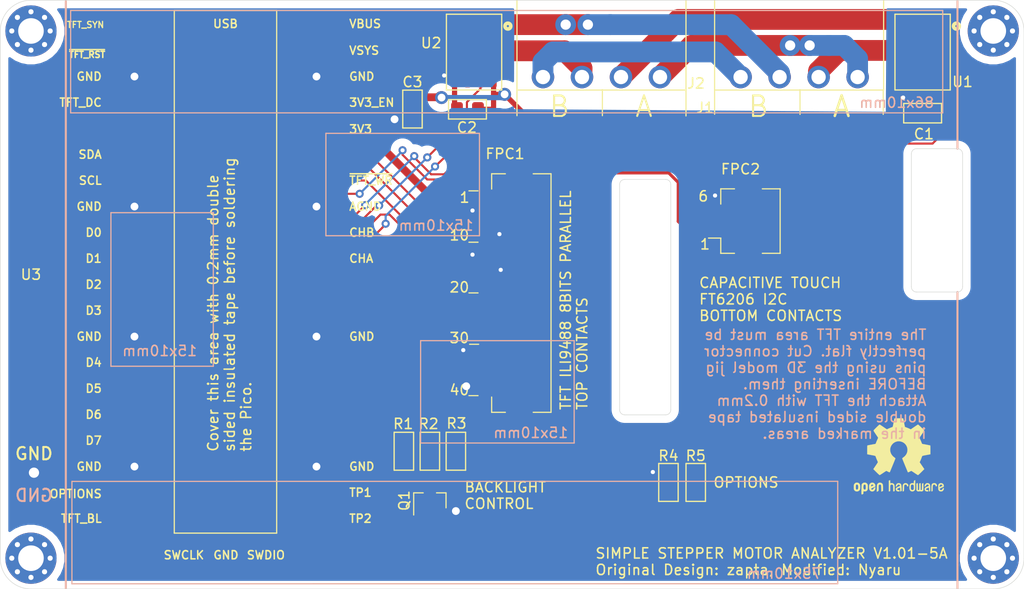
<source format=kicad_pcb>
(kicad_pcb (version 20171130) (host pcbnew "(5.1.10)-1")

  (general
    (thickness 1.6)
    (drawings 94)
    (tracks 327)
    (zones 0)
    (modules 23)
    (nets 53)
  )

  (page A4)
  (layers
    (0 F.Cu signal hide)
    (31 B.Cu signal hide)
    (32 B.Adhes user hide)
    (33 F.Adhes user hide)
    (34 B.Paste user hide)
    (35 F.Paste user hide)
    (36 B.SilkS user hide)
    (37 F.SilkS user hide)
    (38 B.Mask user hide)
    (39 F.Mask user hide)
    (40 Dwgs.User user hide)
    (41 Cmts.User user hide)
    (42 Eco1.User user hide)
    (43 Eco2.User user hide)
    (44 Edge.Cuts user)
    (45 Margin user hide)
    (46 B.CrtYd user hide)
    (47 F.CrtYd user hide)
    (48 B.Fab user hide)
    (49 F.Fab user hide)
  )

  (setup
    (last_trace_width 0.2032)
    (user_trace_width 0.2032)
    (user_trace_width 0.2286)
    (user_trace_width 0.3048)
    (user_trace_width 0.4064)
    (user_trace_width 0.508)
    (user_trace_width 0.6096)
    (user_trace_width 0.762)
    (user_trace_width 1.016)
    (user_trace_width 1.27)
    (user_trace_width 1.524)
    (user_trace_width 2.032)
    (trace_clearance 0.127)
    (zone_clearance 0.762)
    (zone_45_only no)
    (trace_min 0.2032)
    (via_size 0.7874)
    (via_drill 0.4064)
    (via_min_size 0.4064)
    (via_min_drill 0.3048)
    (user_via 2.032 1)
    (uvia_size 0.3048)
    (uvia_drill 0.1016)
    (uvias_allowed no)
    (uvia_min_size 0.2032)
    (uvia_min_drill 0.1016)
    (edge_width 0.05)
    (segment_width 0.2)
    (pcb_text_width 0.3)
    (pcb_text_size 1.5 1.5)
    (mod_edge_width 0.12)
    (mod_text_size 1 1)
    (mod_text_width 0.15)
    (pad_size 5 5)
    (pad_drill 2.5)
    (pad_to_mask_clearance 0)
    (aux_axis_origin 0 0)
    (visible_elements 7EFFFF7F)
    (pcbplotparams
      (layerselection 0x010fc_ffffffff)
      (usegerberextensions false)
      (usegerberattributes true)
      (usegerberadvancedattributes true)
      (creategerberjobfile true)
      (excludeedgelayer true)
      (linewidth 0.100000)
      (plotframeref false)
      (viasonmask false)
      (mode 1)
      (useauxorigin false)
      (hpglpennumber 1)
      (hpglpenspeed 20)
      (hpglpendiameter 15.000000)
      (psnegative false)
      (psa4output false)
      (plotreference true)
      (plotvalue true)
      (plotinvisibletext false)
      (padsonsilk false)
      (subtractmaskfromsilk false)
      (outputformat 1)
      (mirror false)
      (drillshape 0)
      (scaleselection 1)
      (outputdirectory "JLCPCB/kaka"))
  )

  (net 0 "")
  (net 1 "Net-(J2-Pad2)")
  (net 2 "Net-(J1-Pad2)")
  (net 3 GND)
  (net 4 +3V3)
  (net 5 "Net-(J2-Pad3)")
  (net 6 "Net-(J1-Pad3)")
  (net 7 /D6)
  (net 8 /D4)
  (net 9 /TFT_DC)
  (net 10 /D7)
  (net 11 /D5)
  (net 12 /SCL)
  (net 13 /SDA)
  (net 14 /D3)
  (net 15 /D2)
  (net 16 /D1)
  (net 17 /D0)
  (net 18 "Net-(J1-Pad4)")
  (net 19 "Net-(J1-Pad1)")
  (net 20 "Net-(FPC1-Pad36)")
  (net 21 "Net-(FPC1-Pad35)")
  (net 22 "Net-(FPC1-Pad34)")
  (net 23 /~TFT_WR)
  (net 24 /CHA)
  (net 25 /CHB)
  (net 26 "Net-(FPC1-Pad14)")
  (net 27 "Net-(FPC1-Pad4)")
  (net 28 "Net-(FPC1-Pad3)")
  (net 29 "Net-(FPC1-Pad2)")
  (net 30 "Net-(FPC1-Pad1)")
  (net 31 "Net-(FPC2-Pad5)")
  (net 32 "Net-(FPC2-Pad4)")
  (net 33 "Net-(U1-Pad6)")
  (net 34 "Net-(U2-Pad6)")
  (net 35 "Net-(U3-Pad35)")
  (net 36 "Net-(U3-Pad37)")
  (net 37 "Net-(U3-Pad39)")
  (net 38 "Net-(U3-Pad40)")
  (net 39 "Net-(U3-Pad21)")
  (net 40 "Net-(U3-Pad22)")
  (net 41 "Net-(U3-Pad25)")
  (net 42 "Net-(U3-Pad26)")
  (net 43 "Net-(U3-Pad27)")
  (net 44 "Net-(U3-Pad30)")
  (net 45 "Net-(U3-Pad5)")
  (net 46 "Net-(Q1-Pad3)")
  (net 47 /TFT_BL)
  (net 48 /~TFT_RST)
  (net 49 /TFT_SYN)
  (net 50 "Net-(U3-Pad29)")
  (net 51 "Net-(U3-Pad24)")
  (net 52 /OPTIONS)

  (net_class Default "This is the default net class."
    (clearance 0.127)
    (trace_width 0.2032)
    (via_dia 0.7874)
    (via_drill 0.4064)
    (uvia_dia 0.3048)
    (uvia_drill 0.1016)
    (diff_pair_width 0.2032)
    (diff_pair_gap 0.254)
    (add_net +3V3)
    (add_net /CHA)
    (add_net /CHB)
    (add_net /D0)
    (add_net /D1)
    (add_net /D2)
    (add_net /D3)
    (add_net /D4)
    (add_net /D5)
    (add_net /D6)
    (add_net /D7)
    (add_net /OPTIONS)
    (add_net /SCL)
    (add_net /SDA)
    (add_net /TFT_BL)
    (add_net /TFT_DC)
    (add_net /TFT_SYN)
    (add_net /~TFT_RST)
    (add_net /~TFT_WR)
    (add_net GND)
    (add_net "Net-(FPC1-Pad1)")
    (add_net "Net-(FPC1-Pad14)")
    (add_net "Net-(FPC1-Pad2)")
    (add_net "Net-(FPC1-Pad3)")
    (add_net "Net-(FPC1-Pad34)")
    (add_net "Net-(FPC1-Pad35)")
    (add_net "Net-(FPC1-Pad36)")
    (add_net "Net-(FPC1-Pad4)")
    (add_net "Net-(FPC2-Pad4)")
    (add_net "Net-(FPC2-Pad5)")
    (add_net "Net-(J1-Pad1)")
    (add_net "Net-(J1-Pad2)")
    (add_net "Net-(J1-Pad3)")
    (add_net "Net-(J1-Pad4)")
    (add_net "Net-(J2-Pad2)")
    (add_net "Net-(J2-Pad3)")
    (add_net "Net-(Q1-Pad3)")
    (add_net "Net-(U1-Pad6)")
    (add_net "Net-(U2-Pad6)")
    (add_net "Net-(U3-Pad21)")
    (add_net "Net-(U3-Pad22)")
    (add_net "Net-(U3-Pad24)")
    (add_net "Net-(U3-Pad25)")
    (add_net "Net-(U3-Pad26)")
    (add_net "Net-(U3-Pad27)")
    (add_net "Net-(U3-Pad29)")
    (add_net "Net-(U3-Pad30)")
    (add_net "Net-(U3-Pad35)")
    (add_net "Net-(U3-Pad37)")
    (add_net "Net-(U3-Pad39)")
    (add_net "Net-(U3-Pad40)")
    (add_net "Net-(U3-Pad5)")
  )

  (module MountingHole:MountingHole_2.5mm_Pad_Via (layer F.Cu) (tedit 56DDBAEA) (tstamp 6212838F)
    (at 4 -54.5)
    (descr "Mounting Hole 2.5mm")
    (tags "mounting hole 2.5mm")
    (path /60A93F04)
    (attr virtual)
    (fp_text reference H2 (at 0 -3.5) (layer F.SilkS) hide
      (effects (font (size 1 1) (thickness 0.15)))
    )
    (fp_text value MountingHole (at 0 3.5) (layer F.Fab)
      (effects (font (size 1 1) (thickness 0.15)))
    )
    (fp_circle (center 0 0) (end 2.75 0) (layer F.CrtYd) (width 0.05))
    (fp_circle (center 0 0) (end 2.5 0) (layer Cmts.User) (width 0.15))
    (fp_text user %R (at 0.3 0) (layer F.Fab)
      (effects (font (size 1 1) (thickness 0.15)))
    )
    (pad 1 thru_hole circle (at 0 0) (size 5 5) (drill 2.5) (layers *.Cu *.Mask))
    (pad 1 thru_hole circle (at 1.875 0) (size 0.8 0.8) (drill 0.5) (layers *.Cu *.Mask))
    (pad 1 thru_hole circle (at 1.325825 1.325825) (size 0.8 0.8) (drill 0.5) (layers *.Cu *.Mask))
    (pad 1 thru_hole circle (at 0 1.875) (size 0.8 0.8) (drill 0.5) (layers *.Cu *.Mask))
    (pad 1 thru_hole circle (at -1.325825 1.325825) (size 0.8 0.8) (drill 0.5) (layers *.Cu *.Mask))
    (pad 1 thru_hole circle (at -1.875 0) (size 0.8 0.8) (drill 0.5) (layers *.Cu *.Mask))
    (pad 1 thru_hole circle (at -1.325825 -1.325825) (size 0.8 0.8) (drill 0.5) (layers *.Cu *.Mask))
    (pad 1 thru_hole circle (at 0 -1.875) (size 0.8 0.8) (drill 0.5) (layers *.Cu *.Mask))
    (pad 1 thru_hole circle (at 1.325825 -1.325825) (size 0.8 0.8) (drill 0.5) (layers *.Cu *.Mask))
  )

  (module MountingHole:MountingHole_2.5mm_Pad_Via (layer F.Cu) (tedit 56DDBAEA) (tstamp 609E2DFF)
    (at 98 -54.5)
    (descr "Mounting Hole 2.5mm")
    (tags "mounting hole 2.5mm")
    (path /60A9417C)
    (attr virtual)
    (fp_text reference H3 (at 0 -3.5) (layer F.SilkS) hide
      (effects (font (size 1 1) (thickness 0.15)))
    )
    (fp_text value MountingHole (at 0 3.5) (layer F.Fab)
      (effects (font (size 1 1) (thickness 0.15)))
    )
    (fp_circle (center 0 0) (end 2.5 0) (layer Cmts.User) (width 0.15))
    (fp_circle (center 0 0) (end 2.75 0) (layer F.CrtYd) (width 0.05))
    (fp_text user %R (at 0.3 0) (layer F.Fab)
      (effects (font (size 1 1) (thickness 0.15)))
    )
    (pad 1 thru_hole circle (at 1.325825 -1.325825) (size 0.8 0.8) (drill 0.5) (layers *.Cu *.Mask))
    (pad 1 thru_hole circle (at 0 -1.875) (size 0.8 0.8) (drill 0.5) (layers *.Cu *.Mask))
    (pad 1 thru_hole circle (at -1.325825 -1.325825) (size 0.8 0.8) (drill 0.5) (layers *.Cu *.Mask))
    (pad 1 thru_hole circle (at -1.875 0) (size 0.8 0.8) (drill 0.5) (layers *.Cu *.Mask))
    (pad 1 thru_hole circle (at -1.325825 1.325825) (size 0.8 0.8) (drill 0.5) (layers *.Cu *.Mask))
    (pad 1 thru_hole circle (at 0 1.875) (size 0.8 0.8) (drill 0.5) (layers *.Cu *.Mask))
    (pad 1 thru_hole circle (at 1.325825 1.325825) (size 0.8 0.8) (drill 0.5) (layers *.Cu *.Mask))
    (pad 1 thru_hole circle (at 1.875 0) (size 0.8 0.8) (drill 0.5) (layers *.Cu *.Mask))
    (pad 1 thru_hole circle (at 0 0) (size 5 5) (drill 2.5) (layers *.Cu *.Mask))
  )

  (module Connector:Connector_green_big (layer F.Cu) (tedit 6211E2D9) (tstamp 609E9C36)
    (at 65.443 -50 270)
    (path /60A3C8AB)
    (fp_text reference J2 (at 0.621 -3.518 180) (layer F.SilkS)
      (effects (font (size 1 1) (thickness 0.15)))
    )
    (fp_text value Connector_Conn_01x04_Male (at 0.4191 11.19632 90) (layer F.Fab)
      (effects (font (size 1 1) (thickness 0.15)))
    )
    (fp_line (start -7.62 -2.54) (end 1.27 -2.54) (layer F.SilkS) (width 0.12))
    (fp_line (start 1.27 -2.54) (end 1.27 13.97) (layer F.SilkS) (width 0.12))
    (fp_line (start 1.27 13.97) (end -7.62 13.97) (layer F.SilkS) (width 0.12))
    (fp_line (start -7.62 13.97) (end -7.62 -2.54) (layer F.SilkS) (width 0.12))
    (fp_text user %R (at 2.99974 3.22326) (layer F.Fab)
      (effects (font (size 1 1) (thickness 0.15)))
    )
    (pad 4 thru_hole circle (at 0 11.43 270) (size 2.2 2.2) (drill 1.4) (layers *.Cu *.Mask)
      (net 18 "Net-(J1-Pad4)"))
    (pad 3 thru_hole circle (at 0 7.62 270) (size 2.2 2.2) (drill 1.4) (layers *.Cu *.Mask)
      (net 5 "Net-(J2-Pad3)"))
    (pad 2 thru_hole circle (at 0 3.81 270) (size 2.2 2.2) (drill 1.4) (layers *.Cu *.Mask)
      (net 1 "Net-(J2-Pad2)"))
    (pad 1 thru_hole circle (at 0 0 270) (size 2.2 2.2) (drill 1.4) (layers *.Cu *.Mask)
      (net 19 "Net-(J1-Pad1)"))
  )

  (module Connector:Connector_green_big (layer F.Cu) (tedit 6211E2D9) (tstamp 60AA27C3)
    (at 84.747 -50 270)
    (path /609CDEF6)
    (fp_text reference J1 (at 3.01 14.897 180) (layer F.SilkS)
      (effects (font (size 1 1) (thickness 0.15)))
    )
    (fp_text value Connector_Conn_01x04_Male (at 0.4191 11.19632 90) (layer F.Fab)
      (effects (font (size 1 1) (thickness 0.15)))
    )
    (fp_line (start -7.62 -2.54) (end 1.27 -2.54) (layer F.SilkS) (width 0.12))
    (fp_line (start 1.27 -2.54) (end 1.27 13.97) (layer F.SilkS) (width 0.12))
    (fp_line (start 1.27 13.97) (end -7.62 13.97) (layer F.SilkS) (width 0.12))
    (fp_line (start -7.62 13.97) (end -7.62 -2.54) (layer F.SilkS) (width 0.12))
    (fp_text user %R (at 2.99974 3.22326) (layer F.Fab)
      (effects (font (size 1 1) (thickness 0.15)))
    )
    (pad 4 thru_hole circle (at 0 11.43 270) (size 2.2 2.2) (drill 1.4) (layers *.Cu *.Mask)
      (net 18 "Net-(J1-Pad4)"))
    (pad 3 thru_hole circle (at 0 7.62 270) (size 2.2 2.2) (drill 1.4) (layers *.Cu *.Mask)
      (net 6 "Net-(J1-Pad3)"))
    (pad 2 thru_hole circle (at 0 3.81 270) (size 2.2 2.2) (drill 1.4) (layers *.Cu *.Mask)
      (net 2 "Net-(J1-Pad2)"))
    (pad 1 thru_hole circle (at 0 0 270) (size 2.2 2.2) (drill 1.4) (layers *.Cu *.Mask)
      (net 19 "Net-(J1-Pad1)"))
  )

  (module stepper_motor_analyzer:Pico_smd_dedicated (layer F.Cu) (tedit 60C5452A) (tstamp 609D1331)
    (at 23 -31)
    (descr "Through hole straight pin header, 2x20, 2.54mm pitch, double rows")
    (tags "Through hole pin header THT 2x20 2.54mm double row")
    (path /609C8FE2)
    (fp_text reference U3 (at -19 0.3) (layer F.SilkS)
      (effects (font (size 1 1) (thickness 0.15)))
    )
    (fp_text value Pico (at 0 2.159) (layer F.Fab)
      (effects (font (size 1 1) (thickness 0.15)))
    )
    (fp_line (start 5 25.55) (end 5 -25.5) (layer F.SilkS) (width 0.12))
    (fp_line (start -5 25.55) (end 5 25.55) (layer F.SilkS) (width 0.12))
    (fp_line (start -5 -25.5) (end -5 25.55) (layer F.SilkS) (width 0.12))
    (fp_line (start -10.5 -25.5) (end 10.5 -25.5) (layer F.Fab) (width 0.12))
    (fp_line (start 10.5 -25.5) (end 10.5 25.5) (layer F.Fab) (width 0.12))
    (fp_line (start 10.5 25.5) (end -10.5 25.5) (layer F.Fab) (width 0.12))
    (fp_line (start -10.5 25.5) (end -10.5 -25.5) (layer F.Fab) (width 0.12))
    (fp_line (start -10.5 -24.2) (end -9.2 -25.5) (layer F.Fab) (width 0.12))
    (fp_line (start -11 -26) (end 11 -26) (layer F.CrtYd) (width 0.12))
    (fp_line (start 11 -26) (end 11 26) (layer F.CrtYd) (width 0.12))
    (fp_line (start 11 26) (end -11 26) (layer F.CrtYd) (width 0.12))
    (fp_line (start -11 26) (end -11 -26) (layer F.CrtYd) (width 0.12))
    (fp_line (start -5 -25.5) (end 5 -25.5) (layer F.SilkS) (width 0.12))
    (fp_text user USB (at 0 -24.2) (layer F.SilkS)
      (effects (font (size 0.8 0.8) (thickness 0.15)))
    )
    (fp_text user ~TFT_RST (at -11.659 -21.183) (layer F.SilkS)
      (effects (font (size 0.6 0.6) (thickness 0.15)) (justify right))
    )
    (fp_text user OPTIONS (at -12 21.717) (layer F.SilkS)
      (effects (font (size 0.8 0.8) (thickness 0.15)) (justify right))
    )
    (fp_text user ~TFT_WR (at 12 -8.89) (layer F.SilkS)
      (effects (font (size 0.8 0.8) (thickness 0.15)) (justify left))
    )
    (fp_text user GND (at 0.05 27.7) (layer F.SilkS)
      (effects (font (size 0.8 0.8) (thickness 0.15)))
    )
    (fp_text user "Copper Keepouts shown on Dwgs layer" (at 0.1 -30.2) (layer Cmts.User)
      (effects (font (size 1 1) (thickness 0.15)))
    )
    (fp_text user SWDIO (at 2 27.7) (layer F.SilkS)
      (effects (font (size 0.8 0.8) (thickness 0.15)) (justify left))
    )
    (fp_text user SWCLK (at -2 27.7) (layer F.SilkS)
      (effects (font (size 0.8 0.8) (thickness 0.15)) (justify right))
    )
    (fp_text user AGND (at 12 -6.35) (layer F.SilkS)
      (effects (font (size 0.8 0.8) (thickness 0.15)) (justify left))
    )
    (fp_text user GND (at 12 -19.05) (layer F.SilkS)
      (effects (font (size 0.8 0.8) (thickness 0.15)) (justify left))
    )
    (fp_text user GND (at 12 6.35) (layer F.SilkS)
      (effects (font (size 0.8 0.8) (thickness 0.15)) (justify left))
    )
    (fp_text user GND (at 12 19.05) (layer F.SilkS)
      (effects (font (size 0.8 0.8) (thickness 0.15)) (justify left))
    )
    (fp_text user GND (at -12 19.05) (layer F.SilkS)
      (effects (font (size 0.8 0.8) (thickness 0.15)) (justify right))
    )
    (fp_text user GND (at -12 6.35) (layer F.SilkS)
      (effects (font (size 0.8 0.8) (thickness 0.15)) (justify right))
    )
    (fp_text user GND (at -12 -6.35) (layer F.SilkS)
      (effects (font (size 0.8 0.8) (thickness 0.15)) (justify right))
    )
    (fp_text user GND (at -12 -19.05) (layer F.SilkS)
      (effects (font (size 0.8 0.8) (thickness 0.15)) (justify right))
    )
    (fp_text user VBUS (at 12 -24.2) (layer F.SilkS)
      (effects (font (size 0.8 0.8) (thickness 0.15)) (justify left))
    )
    (fp_text user VSYS (at 12 -21.59) (layer F.SilkS)
      (effects (font (size 0.8 0.8) (thickness 0.15)) (justify left))
    )
    (fp_text user 3V3_EN (at 12 -16.51) (layer F.SilkS)
      (effects (font (size 0.8 0.8) (thickness 0.15)) (justify left))
    )
    (fp_text user 3V3 (at 12 -13.9) (layer F.SilkS)
      (effects (font (size 0.8 0.8) (thickness 0.15)) (justify left))
    )
    (fp_text user CHB (at 12 -3.81) (layer F.SilkS)
      (effects (font (size 0.8 0.8) (thickness 0.15)) (justify left))
    )
    (fp_text user CHA (at 12 -1.27) (layer F.SilkS)
      (effects (font (size 0.8 0.8) (thickness 0.15)) (justify left))
    )
    (fp_text user TP1 (at 12 21.59) (layer F.SilkS)
      (effects (font (size 0.8 0.8) (thickness 0.15)) (justify left))
    )
    (fp_text user TP2 (at 12 24.13) (layer F.SilkS)
      (effects (font (size 0.8 0.8) (thickness 0.15)) (justify left))
    )
    (fp_text user TFT_BL (at -12 24.13) (layer F.SilkS)
      (effects (font (size 0.8 0.8) (thickness 0.15)) (justify right))
    )
    (fp_text user D7 (at -12 16.51) (layer F.SilkS)
      (effects (font (size 0.8 0.8) (thickness 0.15)) (justify right))
    )
    (fp_text user D6 (at -12 13.97) (layer F.SilkS)
      (effects (font (size 0.8 0.8) (thickness 0.15)) (justify right))
    )
    (fp_text user D5 (at -12 11.43) (layer F.SilkS)
      (effects (font (size 0.8 0.8) (thickness 0.15)) (justify right))
    )
    (fp_text user D4 (at -12 8.89) (layer F.SilkS)
      (effects (font (size 0.8 0.8) (thickness 0.15)) (justify right))
    )
    (fp_text user D3 (at -12 3.81) (layer F.SilkS)
      (effects (font (size 0.8 0.8) (thickness 0.15)) (justify right))
    )
    (fp_text user D2 (at -12 1.27) (layer F.SilkS)
      (effects (font (size 0.8 0.8) (thickness 0.15)) (justify right))
    )
    (fp_text user D1 (at -12 -1.27) (layer F.SilkS)
      (effects (font (size 0.8 0.8) (thickness 0.15)) (justify right))
    )
    (fp_text user D0 (at -12 -3.81) (layer F.SilkS)
      (effects (font (size 0.8 0.8) (thickness 0.15)) (justify right))
    )
    (fp_text user SCL (at -12 -8.89) (layer F.SilkS)
      (effects (font (size 0.8 0.8) (thickness 0.15)) (justify right))
    )
    (fp_text user SDA (at -12 -11.43) (layer F.SilkS)
      (effects (font (size 0.8 0.8) (thickness 0.15)) (justify right))
    )
    (fp_text user TFT_SYN (at -11.786 -24.104) (layer F.SilkS)
      (effects (font (size 0.6 0.6) (thickness 0.125)) (justify right))
    )
    (fp_text user TFT_DC (at -12 -16.51) (layer F.SilkS)
      (effects (font (size 0.8 0.8) (thickness 0.15)) (justify right))
    )
    (fp_text user %R (at 0 0 180) (layer F.Fab)
      (effects (font (size 1 1) (thickness 0.15)))
    )
    (pad 21 smd rect (at 8.89 24.13) (size 3.5 1.7) (drill (offset 0.9 0)) (layers F.Cu F.Paste F.Mask)
      (net 39 "Net-(U3-Pad21)"))
    (pad 22 smd rect (at 8.89 21.59) (size 3.5 1.7) (drill (offset 0.9 0)) (layers F.Cu F.Paste F.Mask)
      (net 40 "Net-(U3-Pad22)"))
    (pad 23 smd rect (at 8.89 19.05) (size 3.5 1.7) (drill (offset 0.9 0)) (layers F.Cu F.Paste F.Mask)
      (net 3 GND))
    (pad 24 smd rect (at 8.89 16.51) (size 3.5 1.7) (drill (offset 0.9 0)) (layers F.Cu F.Paste F.Mask)
      (net 51 "Net-(U3-Pad24)"))
    (pad 25 smd rect (at 8.89 13.97) (size 3.5 1.7) (drill (offset 0.9 0)) (layers F.Cu F.Paste F.Mask)
      (net 41 "Net-(U3-Pad25)"))
    (pad 26 smd rect (at 8.89 11.43) (size 3.5 1.7) (drill (offset 0.9 0)) (layers F.Cu F.Paste F.Mask)
      (net 42 "Net-(U3-Pad26)"))
    (pad 27 smd rect (at 8.89 8.89) (size 3.5 1.7) (drill (offset 0.9 0)) (layers F.Cu F.Paste F.Mask)
      (net 43 "Net-(U3-Pad27)"))
    (pad 28 smd rect (at 8.89 6.35) (size 3.5 1.7) (drill (offset 0.9 0)) (layers F.Cu F.Paste F.Mask)
      (net 3 GND))
    (pad 29 smd rect (at 8.89 3.81) (size 3.5 1.7) (drill (offset 0.9 0)) (layers F.Cu F.Paste F.Mask)
      (net 50 "Net-(U3-Pad29)"))
    (pad 30 smd rect (at 8.89 1.27) (size 3.5 1.7) (drill (offset 0.9 0)) (layers F.Cu F.Paste F.Mask)
      (net 44 "Net-(U3-Pad30)"))
    (pad 31 smd rect (at 8.89 -1.27) (size 3.5 1.7) (drill (offset 0.9 0)) (layers F.Cu F.Paste F.Mask)
      (net 24 /CHA))
    (pad 32 smd rect (at 8.89 -3.81) (size 3.5 1.7) (drill (offset 0.9 0)) (layers F.Cu F.Paste F.Mask)
      (net 25 /CHB))
    (pad 33 smd rect (at 8.89 -6.35) (size 3.5 1.7) (drill (offset 0.9 0)) (layers F.Cu F.Paste F.Mask)
      (net 3 GND))
    (pad 34 smd rect (at 8.89 -8.89) (size 3.5 1.7) (drill (offset 0.9 0)) (layers F.Cu F.Paste F.Mask)
      (net 23 /~TFT_WR))
    (pad 35 smd rect (at 8.89 -11.43) (size 3.5 1.7) (drill (offset 0.9 0)) (layers F.Cu F.Paste F.Mask)
      (net 35 "Net-(U3-Pad35)"))
    (pad 36 smd rect (at 8.89 -13.97) (size 3.5 1.7) (drill (offset 0.9 0)) (layers F.Cu F.Paste F.Mask)
      (net 4 +3V3))
    (pad 37 smd rect (at 8.89 -16.51) (size 3.5 1.7) (drill (offset 0.9 0)) (layers F.Cu F.Paste F.Mask)
      (net 36 "Net-(U3-Pad37)"))
    (pad 38 smd rect (at 8.89 -19.05) (size 3.5 1.7) (drill (offset 0.9 0)) (layers F.Cu F.Paste F.Mask)
      (net 3 GND))
    (pad 39 smd rect (at 8.89 -21.59) (size 3.5 1.7) (drill (offset 0.9 0)) (layers F.Cu F.Paste F.Mask)
      (net 37 "Net-(U3-Pad39)"))
    (pad 40 smd rect (at 8.89 -24.13) (size 3.5 1.7) (drill (offset 0.9 0)) (layers F.Cu F.Paste F.Mask)
      (net 38 "Net-(U3-Pad40)"))
    (pad 20 smd rect (at -8.89 24.13) (size 3.5 1.7) (drill (offset -0.9 0)) (layers F.Cu F.Paste F.Mask)
      (net 47 /TFT_BL))
    (pad 19 smd rect (at -8.89 21.59) (size 3.5 1.7) (drill (offset -0.9 0)) (layers F.Cu F.Paste F.Mask)
      (net 52 /OPTIONS))
    (pad 18 smd rect (at -8.89 19.05) (size 3.5 1.7) (drill (offset -0.9 0)) (layers F.Cu F.Paste F.Mask)
      (net 3 GND))
    (pad 17 smd rect (at -8.89 16.51) (size 3.5 1.7) (drill (offset -0.9 0)) (layers F.Cu F.Paste F.Mask)
      (net 10 /D7))
    (pad 16 smd rect (at -8.89 13.97) (size 3.5 1.7) (drill (offset -0.9 0)) (layers F.Cu F.Paste F.Mask)
      (net 7 /D6))
    (pad 15 smd rect (at -8.89 11.43) (size 3.5 1.7) (drill (offset -0.9 0)) (layers F.Cu F.Paste F.Mask)
      (net 11 /D5))
    (pad 14 smd rect (at -8.89 8.89) (size 3.5 1.7) (drill (offset -0.9 0)) (layers F.Cu F.Paste F.Mask)
      (net 8 /D4))
    (pad 13 smd rect (at -8.89 6.35) (size 3.5 1.7) (drill (offset -0.9 0)) (layers F.Cu F.Paste F.Mask)
      (net 3 GND))
    (pad 12 smd rect (at -8.89 3.81) (size 3.5 1.7) (drill (offset -0.9 0)) (layers F.Cu F.Paste F.Mask)
      (net 14 /D3))
    (pad 11 smd rect (at -8.89 1.27) (size 3.5 1.7) (drill (offset -0.9 0)) (layers F.Cu F.Paste F.Mask)
      (net 15 /D2))
    (pad 10 smd rect (at -8.89 -1.27) (size 3.5 1.7) (drill (offset -0.9 0)) (layers F.Cu F.Paste F.Mask)
      (net 16 /D1))
    (pad 9 smd rect (at -8.89 -3.81) (size 3.5 1.7) (drill (offset -0.9 0)) (layers F.Cu F.Paste F.Mask)
      (net 17 /D0))
    (pad 8 smd rect (at -8.89 -6.35) (size 3.5 1.7) (drill (offset -0.9 0)) (layers F.Cu F.Paste F.Mask)
      (net 3 GND))
    (pad 7 smd rect (at -8.89 -8.89) (size 3.5 1.7) (drill (offset -0.9 0)) (layers F.Cu F.Paste F.Mask)
      (net 12 /SCL))
    (pad 6 smd rect (at -8.89 -11.43) (size 3.5 1.7) (drill (offset -0.9 0)) (layers F.Cu F.Paste F.Mask)
      (net 13 /SDA))
    (pad 5 smd rect (at -8.89 -13.97) (size 3.5 1.7) (drill (offset -0.9 0)) (layers F.Cu F.Paste F.Mask)
      (net 45 "Net-(U3-Pad5)"))
    (pad 4 smd rect (at -8.89 -16.51) (size 3.5 1.7) (drill (offset -0.9 0)) (layers F.Cu F.Paste F.Mask)
      (net 9 /TFT_DC))
    (pad 3 smd rect (at -8.89 -19.05) (size 3.5 1.7) (drill (offset -0.9 0)) (layers F.Cu F.Paste F.Mask)
      (net 3 GND))
    (pad 2 smd rect (at -8.89 -21.59) (size 3.5 1.7) (drill (offset -0.9 0)) (layers F.Cu F.Paste F.Mask)
      (net 48 /~TFT_RST))
    (pad 1 smd rect (at -8.89 -24.13) (size 3.5 1.7) (drill (offset -0.9 0)) (layers F.Cu F.Paste F.Mask)
      (net 49 /TFT_SYN))
    (pad 38 thru_hole rect (at 8.89 -19.05) (size 1.7 1.7) (drill 0.762) (layers *.Cu F.Mask)
      (net 3 GND))
    (pad 33 thru_hole rect (at 8.89 -6.35) (size 1.7 1.7) (drill 0.762) (layers *.Cu F.Mask)
      (net 3 GND))
    (pad 28 thru_hole rect (at 8.89 6.35) (size 1.7 1.7) (drill 0.762) (layers *.Cu F.Mask)
      (net 3 GND))
    (pad 23 thru_hole rect (at 8.89 19.05) (size 1.7 1.7) (drill 0.762) (layers *.Cu F.Mask)
      (net 3 GND))
    (pad 18 thru_hole rect (at -8.89 19.05) (size 1.7 1.7) (drill 0.762) (layers *.Cu F.Mask)
      (net 3 GND))
    (pad 13 thru_hole rect (at -8.89 6.35) (size 1.7 1.7) (drill 0.762) (layers *.Cu F.Mask)
      (net 3 GND))
    (pad 8 thru_hole rect (at -8.89 -6.35) (size 1.7 1.7) (drill 0.762) (layers *.Cu F.Mask)
      (net 3 GND))
    (pad 3 thru_hole rect (at -8.89 -19.05) (size 1.7 1.7) (drill 0.762) (layers *.Cu F.Mask)
      (net 3 GND))
    (model ${KIPRJMOD}/models/pico.step
      (at (xyz 0 0 0))
      (scale (xyz 1 1 1))
      (rotate (xyz -90 0 0))
    )
  )

  (module stepper_motor_analyzer:R_0805_2012Metric_Pad1.15x1.40mm_HandSolder_no_3d (layer F.Cu) (tedit 60C543F2) (tstamp 60C52C62)
    (at 68.9355 -10.4 90)
    (descr "Resistor SMD 0805 (2012 Metric), square (rectangular) end terminal, IPC_7351 nominal with elongated pad for handsoldering. (Body size source: https://docs.google.com/spreadsheets/d/1BsfQQcO9C6DZCsRaXUlFlo91Tg2WpOkGARC1WS5S8t0/edit?usp=sharing), generated with kicad-footprint-generator")
    (tags "resistor handsolder")
    (path /60C597F7)
    (attr smd)
    (fp_text reference R5 (at 2.6035 0 180) (layer F.SilkS)
      (effects (font (size 1 1) (thickness 0.15)))
    )
    (fp_text value DNP (at 0 1.65 90) (layer F.Fab)
      (effects (font (size 1 1) (thickness 0.15)))
    )
    (fp_line (start 1.85 0.95) (end -1.85 0.95) (layer F.SilkS) (width 0.127))
    (fp_line (start 1.85 -0.95) (end 1.85 0.95) (layer F.SilkS) (width 0.127))
    (fp_line (start -1.85 -0.95) (end 1.85 -0.95) (layer F.SilkS) (width 0.127))
    (fp_line (start -1.85 0.95) (end -1.85 -0.95) (layer F.SilkS) (width 0.127))
    (fp_line (start 1 0.6) (end -1 0.6) (layer F.Fab) (width 0.1))
    (fp_line (start 1 -0.6) (end 1 0.6) (layer F.Fab) (width 0.1))
    (fp_line (start -1 -0.6) (end 1 -0.6) (layer F.Fab) (width 0.1))
    (fp_line (start -1 0.6) (end -1 -0.6) (layer F.Fab) (width 0.1))
    (fp_text user %R (at 0 0 90) (layer F.Fab)
      (effects (font (size 0.5 0.5) (thickness 0.08)))
    )
    (pad 2 smd roundrect (at 1.025 0 90) (size 1.15 1.4) (layers F.Cu F.Paste F.Mask) (roundrect_rratio 0.2173904347826087)
      (net 4 +3V3))
    (pad 1 smd roundrect (at -1.025 0 90) (size 1.15 1.4) (layers F.Cu F.Paste F.Mask) (roundrect_rratio 0.2173904347826087)
      (net 52 /OPTIONS))
  )

  (module stepper_motor_analyzer:R_0805_2012Metric_Pad1.15x1.40mm_HandSolder_no_3d (layer F.Cu) (tedit 60C543F2) (tstamp 60C61D52)
    (at 66.2685 -10.4 90)
    (descr "Resistor SMD 0805 (2012 Metric), square (rectangular) end terminal, IPC_7351 nominal with elongated pad for handsoldering. (Body size source: https://docs.google.com/spreadsheets/d/1BsfQQcO9C6DZCsRaXUlFlo91Tg2WpOkGARC1WS5S8t0/edit?usp=sharing), generated with kicad-footprint-generator")
    (tags "resistor handsolder")
    (path /60C58F3C)
    (attr smd)
    (fp_text reference R4 (at 2.6035 0 180) (layer F.SilkS)
      (effects (font (size 1 1) (thickness 0.15)))
    )
    (fp_text value DNP (at 0 1.65 90) (layer F.Fab)
      (effects (font (size 1 1) (thickness 0.15)))
    )
    (fp_line (start 1.85 0.95) (end -1.85 0.95) (layer F.SilkS) (width 0.127))
    (fp_line (start 1.85 -0.95) (end 1.85 0.95) (layer F.SilkS) (width 0.127))
    (fp_line (start -1.85 -0.95) (end 1.85 -0.95) (layer F.SilkS) (width 0.127))
    (fp_line (start -1.85 0.95) (end -1.85 -0.95) (layer F.SilkS) (width 0.127))
    (fp_line (start 1 0.6) (end -1 0.6) (layer F.Fab) (width 0.1))
    (fp_line (start 1 -0.6) (end 1 0.6) (layer F.Fab) (width 0.1))
    (fp_line (start -1 -0.6) (end 1 -0.6) (layer F.Fab) (width 0.1))
    (fp_line (start -1 0.6) (end -1 -0.6) (layer F.Fab) (width 0.1))
    (fp_text user %R (at 0 0 90) (layer F.Fab)
      (effects (font (size 0.5 0.5) (thickness 0.08)))
    )
    (pad 2 smd roundrect (at 1.025 0 90) (size 1.15 1.4) (layers F.Cu F.Paste F.Mask) (roundrect_rratio 0.2173904347826087)
      (net 3 GND))
    (pad 1 smd roundrect (at -1.025 0 90) (size 1.15 1.4) (layers F.Cu F.Paste F.Mask) (roundrect_rratio 0.2173904347826087)
      (net 52 /OPTIONS))
  )

  (module Package_TO_SOT_SMD:SOT-23 (layer F.Cu) (tedit 5A02FF57) (tstamp 60C51E25)
    (at 42.964 -8.622 90)
    (descr "SOT-23, Standard")
    (tags SOT-23)
    (path /60D5E604)
    (attr smd)
    (fp_text reference Q1 (at 0 -2.5 90) (layer F.SilkS)
      (effects (font (size 1 1) (thickness 0.15)))
    )
    (fp_text value "AO3400A " (at 0 2.5 90) (layer F.Fab)
      (effects (font (size 1 1) (thickness 0.15)))
    )
    (fp_line (start 0.76 1.58) (end -0.7 1.58) (layer F.SilkS) (width 0.12))
    (fp_line (start 0.76 -1.58) (end -1.4 -1.58) (layer F.SilkS) (width 0.12))
    (fp_line (start -1.7 1.75) (end -1.7 -1.75) (layer F.CrtYd) (width 0.05))
    (fp_line (start 1.7 1.75) (end -1.7 1.75) (layer F.CrtYd) (width 0.05))
    (fp_line (start 1.7 -1.75) (end 1.7 1.75) (layer F.CrtYd) (width 0.05))
    (fp_line (start -1.7 -1.75) (end 1.7 -1.75) (layer F.CrtYd) (width 0.05))
    (fp_line (start 0.76 -1.58) (end 0.76 -0.65) (layer F.SilkS) (width 0.12))
    (fp_line (start 0.76 1.58) (end 0.76 0.65) (layer F.SilkS) (width 0.12))
    (fp_line (start -0.7 1.52) (end 0.7 1.52) (layer F.Fab) (width 0.1))
    (fp_line (start 0.7 -1.52) (end 0.7 1.52) (layer F.Fab) (width 0.1))
    (fp_line (start -0.7 -0.95) (end -0.15 -1.52) (layer F.Fab) (width 0.1))
    (fp_line (start -0.15 -1.52) (end 0.7 -1.52) (layer F.Fab) (width 0.1))
    (fp_line (start -0.7 -0.95) (end -0.7 1.5) (layer F.Fab) (width 0.1))
    (fp_text user %R (at 0 0) (layer F.Fab)
      (effects (font (size 0.5 0.5) (thickness 0.075)))
    )
    (pad 3 smd rect (at 1 0 90) (size 0.9 0.8) (layers F.Cu F.Paste F.Mask)
      (net 46 "Net-(Q1-Pad3)"))
    (pad 2 smd rect (at -1 0.95 90) (size 0.9 0.8) (layers F.Cu F.Paste F.Mask)
      (net 3 GND))
    (pad 1 smd rect (at -1 -0.95 90) (size 0.9 0.8) (layers F.Cu F.Paste F.Mask)
      (net 47 /TFT_BL))
    (model ${KISYS3DMOD}/Package_TO_SOT_SMD.3dshapes/SOT-23.wrl
      (at (xyz 0 0 0))
      (scale (xyz 1 1 1))
      (rotate (xyz 0 0 0))
    )
  )

  (module stepper_motor_analyzer:C_0805_2012Metric_Pad1.15x1.40mm_HandSolder (layer F.Cu) (tedit 60BEF350) (tstamp 60C57219)
    (at 41.266 -46.873 90)
    (descr "Capacitor SMD 0805 (2012 Metric), square (rectangular) end terminal, IPC_7351 nominal with elongated pad for handsoldering. (Body size source: https://docs.google.com/spreadsheets/d/1BsfQQcO9C6DZCsRaXUlFlo91Tg2WpOkGARC1WS5S8t0/edit?usp=sharing), generated with kicad-footprint-generator")
    (tags "capacitor handsolder")
    (path /60C5DA5D)
    (attr smd)
    (fp_text reference C3 (at 2.643 0 180) (layer F.SilkS)
      (effects (font (size 1 1) (thickness 0.15)))
    )
    (fp_text value 10u (at 0 1.65 90) (layer F.Fab)
      (effects (font (size 1 1) (thickness 0.15)))
    )
    (fp_line (start -1 0.6) (end -1 -0.6) (layer F.Fab) (width 0.1))
    (fp_line (start -1 -0.6) (end 1 -0.6) (layer F.Fab) (width 0.1))
    (fp_line (start 1 -0.6) (end 1 0.6) (layer F.Fab) (width 0.1))
    (fp_line (start 1 0.6) (end -1 0.6) (layer F.Fab) (width 0.1))
    (fp_line (start -1.85 0.95) (end -1.85 -0.95) (layer F.SilkS) (width 0.127))
    (fp_line (start -1.85 -0.95) (end 1.85 -0.95) (layer F.SilkS) (width 0.127))
    (fp_line (start 1.85 -0.95) (end 1.85 0.95) (layer F.SilkS) (width 0.127))
    (fp_line (start 1.85 0.95) (end -1.85 0.95) (layer F.SilkS) (width 0.127))
    (fp_text user %R (at 0 0 90) (layer F.Fab)
      (effects (font (size 0.5 0.5) (thickness 0.08)))
    )
    (pad 2 smd roundrect (at 1.025 0 90) (size 1.15 1.4) (layers F.Cu F.Paste F.Mask) (roundrect_rratio 0.2173904347826087)
      (net 4 +3V3))
    (pad 1 smd roundrect (at -1.025 0 90) (size 1.15 1.4) (layers F.Cu F.Paste F.Mask) (roundrect_rratio 0.2173904347826087)
      (net 3 GND))
    (model ${KISYS3DMOD}/Capacitor_SMD.3dshapes/C_0805_2012Metric.wrl
      (at (xyz 0 0 0))
      (scale (xyz 1 1 1))
      (rotate (xyz 0 0 0))
    )
  )

  (module stepper_motor_analyzer:JUSHUO-AFC07-S40ECC-00_40P_05mm_flipped (layer F.Cu) (tedit 60C19BE3) (tstamp 60A956F1)
    (at 50.3 -28.9 90)
    (descr "Hirose FH12, FFC/FPC connector, FH12-40S-0.5SH, 40 Pins per row (https://www.hirose.com/product/en/products/FH12/FH12-24S-0.5SH(55)/), generated with kicad-footprint-generator")
    (tags "connector Hirose FH12 horizontal")
    (path /609CEBE2)
    (attr smd)
    (fp_text reference FPC1 (at 13.6 0.01 180) (layer F.SilkS)
      (effects (font (size 1 1) (thickness 0.15)))
    )
    (fp_text value Connector_Conn_01x40_Female (at 0 5.6 90) (layer F.Fab)
      (effects (font (size 1 1) (thickness 0.15)))
    )
    (fp_line (start 0 -1.2) (end -11.55 -1.2) (layer F.Fab) (width 0.1))
    (fp_line (start -11.55 -1.2) (end -11.55 3.4) (layer F.Fab) (width 0.1))
    (fp_line (start -11.55 3.4) (end -10.95 3.4) (layer F.Fab) (width 0.1))
    (fp_line (start -10.95 3.4) (end -10.95 3.7) (layer F.Fab) (width 0.1))
    (fp_line (start -10.95 3.7) (end -11.45 3.7) (layer F.Fab) (width 0.1))
    (fp_line (start -11.45 3.7) (end -11.45 4.4) (layer F.Fab) (width 0.1))
    (fp_line (start -11.45 4.4) (end 0 4.4) (layer F.Fab) (width 0.1))
    (fp_line (start 0 -1.2) (end 11.55 -1.2) (layer F.Fab) (width 0.1))
    (fp_line (start 11.55 -1.2) (end 11.55 3.4) (layer F.Fab) (width 0.1))
    (fp_line (start 11.55 3.4) (end 10.95 3.4) (layer F.Fab) (width 0.1))
    (fp_line (start 10.95 3.4) (end 10.95 3.7) (layer F.Fab) (width 0.1))
    (fp_line (start 10.95 3.7) (end 11.45 3.7) (layer F.Fab) (width 0.1))
    (fp_line (start 11.45 3.7) (end 11.45 4.4) (layer F.Fab) (width 0.1))
    (fp_line (start 11.45 4.4) (end 0 4.4) (layer F.Fab) (width 0.1))
    (fp_line (start -10.16 -1.3) (end -11.65 -1.3) (layer F.SilkS) (width 0.12))
    (fp_line (start -11.65 -1.3) (end -11.65 0.04) (layer F.SilkS) (width 0.12))
    (fp_line (start 10.16 -1.3) (end 11.65 -1.3) (layer F.SilkS) (width 0.12))
    (fp_line (start 11.65 -1.3) (end 11.65 0.04) (layer F.SilkS) (width 0.12))
    (fp_line (start -11.65 2.76) (end -11.65 4.5) (layer F.SilkS) (width 0.12))
    (fp_line (start -11.65 4.5) (end 11.65 4.5) (layer F.SilkS) (width 0.12))
    (fp_line (start 11.65 4.5) (end 11.65 2.76) (layer F.SilkS) (width 0.12))
    (fp_line (start -13.05 -3) (end -13.05 4.9) (layer F.CrtYd) (width 0.05))
    (fp_line (start -13.05 4.9) (end 13.05 4.9) (layer F.CrtYd) (width 0.05))
    (fp_line (start 13.05 4.9) (end 13.05 -3) (layer F.CrtYd) (width 0.05))
    (fp_line (start 13.05 -3) (end -13.05 -3) (layer F.CrtYd) (width 0.05))
    (fp_text user %R (at 0 3.7 90) (layer F.Fab)
      (effects (font (size 1 1) (thickness 0.15)))
    )
    (pad MP smd rect (at 11.4 0.5 90) (size 2 3) (layers F.Cu F.Paste F.Mask))
    (pad MP smd rect (at -11.4 0.5 90) (size 2 3) (layers F.Cu F.Paste F.Mask))
    (pad 40 smd rect (at -9.75 -1.85 90) (size 0.3 1.3) (layers F.Cu F.Paste F.Mask)
      (net 3 GND))
    (pad 39 smd rect (at -9.25 -1.85 90) (size 0.3 1.3) (layers F.Cu F.Paste F.Mask)
      (net 4 +3V3))
    (pad 38 smd rect (at -8.75 -1.85 90) (size 0.3 1.3) (layers F.Cu F.Paste F.Mask)
      (net 4 +3V3))
    (pad 37 smd rect (at -8.25 -1.85 90) (size 0.3 1.3) (layers F.Cu F.Paste F.Mask)
      (net 3 GND))
    (pad 36 smd rect (at -7.75 -1.85 90) (size 0.3 1.3) (layers F.Cu F.Paste F.Mask)
      (net 20 "Net-(FPC1-Pad36)"))
    (pad 35 smd rect (at -7.25 -1.85 90) (size 0.3 1.3) (layers F.Cu F.Paste F.Mask)
      (net 21 "Net-(FPC1-Pad35)"))
    (pad 34 smd rect (at -6.75 -1.85 90) (size 0.3 1.3) (layers F.Cu F.Paste F.Mask)
      (net 22 "Net-(FPC1-Pad34)"))
    (pad 33 smd rect (at -6.25 -1.85 90) (size 0.3 1.3) (layers F.Cu F.Paste F.Mask)
      (net 4 +3V3))
    (pad 32 smd rect (at -5.75 -1.85 90) (size 0.3 1.3) (layers F.Cu F.Paste F.Mask)
      (net 3 GND))
    (pad 31 smd rect (at -5.25 -1.85 90) (size 0.3 1.3) (layers F.Cu F.Paste F.Mask)
      (net 3 GND))
    (pad 30 smd rect (at -4.75 -1.85 90) (size 0.3 1.3) (layers F.Cu F.Paste F.Mask)
      (net 3 GND))
    (pad 29 smd rect (at -4.25 -1.85 90) (size 0.3 1.3) (layers F.Cu F.Paste F.Mask)
      (net 3 GND))
    (pad 28 smd rect (at -3.75 -1.85 90) (size 0.3 1.3) (layers F.Cu F.Paste F.Mask)
      (net 3 GND))
    (pad 27 smd rect (at -3.25 -1.85 90) (size 0.3 1.3) (layers F.Cu F.Paste F.Mask)
      (net 3 GND))
    (pad 26 smd rect (at -2.75 -1.85 90) (size 0.3 1.3) (layers F.Cu F.Paste F.Mask)
      (net 3 GND))
    (pad 25 smd rect (at -2.25 -1.85 90) (size 0.3 1.3) (layers F.Cu F.Paste F.Mask)
      (net 3 GND))
    (pad 24 smd rect (at -1.75 -1.85 90) (size 0.3 1.3) (layers F.Cu F.Paste F.Mask)
      (net 10 /D7))
    (pad 23 smd rect (at -1.25 -1.85 90) (size 0.3 1.3) (layers F.Cu F.Paste F.Mask)
      (net 7 /D6))
    (pad 22 smd rect (at -0.75 -1.85 90) (size 0.3 1.3) (layers F.Cu F.Paste F.Mask)
      (net 11 /D5))
    (pad 21 smd rect (at -0.25 -1.85 90) (size 0.3 1.3) (layers F.Cu F.Paste F.Mask)
      (net 8 /D4))
    (pad 20 smd rect (at 0.25 -1.85 90) (size 0.3 1.3) (layers F.Cu F.Paste F.Mask)
      (net 14 /D3))
    (pad 19 smd rect (at 0.75 -1.85 90) (size 0.3 1.3) (layers F.Cu F.Paste F.Mask)
      (net 15 /D2))
    (pad 18 smd rect (at 1.25 -1.85 90) (size 0.3 1.3) (layers F.Cu F.Paste F.Mask)
      (net 16 /D1))
    (pad 17 smd rect (at 1.75 -1.85 90) (size 0.3 1.3) (layers F.Cu F.Paste F.Mask)
      (net 17 /D0))
    (pad 16 smd rect (at 2.25 -1.85 90) (size 0.3 1.3) (layers F.Cu F.Paste F.Mask)
      (net 3 GND))
    (pad 15 smd rect (at 2.75 -1.85 90) (size 0.3 1.3) (layers F.Cu F.Paste F.Mask)
      (net 48 /~TFT_RST))
    (pad 14 smd rect (at 3.25 -1.85 90) (size 0.3 1.3) (layers F.Cu F.Paste F.Mask)
      (net 26 "Net-(FPC1-Pad14)"))
    (pad 13 smd rect (at 3.75 -1.85 90) (size 0.3 1.3) (layers F.Cu F.Paste F.Mask)
      (net 3 GND))
    (pad 12 smd rect (at 4.25 -1.85 90) (size 0.3 1.3) (layers F.Cu F.Paste F.Mask)
      (net 4 +3V3))
    (pad 11 smd rect (at 4.75 -1.85 90) (size 0.3 1.3) (layers F.Cu F.Paste F.Mask)
      (net 23 /~TFT_WR))
    (pad 10 smd rect (at 5.25 -1.85 90) (size 0.3 1.3) (layers F.Cu F.Paste F.Mask)
      (net 9 /TFT_DC))
    (pad 9 smd rect (at 5.75 -1.85 90) (size 0.3 1.3) (layers F.Cu F.Paste F.Mask)
      (net 3 GND))
    (pad 8 smd rect (at 6.25 -1.85 90) (size 0.3 1.3) (layers F.Cu F.Paste F.Mask)
      (net 49 /TFT_SYN))
    (pad 7 smd rect (at 6.75 -1.85 90) (size 0.3 1.3) (layers F.Cu F.Paste F.Mask)
      (net 4 +3V3))
    (pad 6 smd rect (at 7.25 -1.85 90) (size 0.3 1.3) (layers F.Cu F.Paste F.Mask)
      (net 4 +3V3))
    (pad 5 smd rect (at 7.75 -1.85 90) (size 0.3 1.3) (layers F.Cu F.Paste F.Mask)
      (net 3 GND))
    (pad 4 smd rect (at 8.25 -1.85 90) (size 0.3 1.3) (layers F.Cu F.Paste F.Mask)
      (net 27 "Net-(FPC1-Pad4)"))
    (pad 3 smd rect (at 8.75 -1.85 90) (size 0.3 1.3) (layers F.Cu F.Paste F.Mask)
      (net 28 "Net-(FPC1-Pad3)"))
    (pad 2 smd rect (at 9.25 -1.85 90) (size 0.3 1.3) (layers F.Cu F.Paste F.Mask)
      (net 29 "Net-(FPC1-Pad2)"))
    (pad 1 smd rect (at 9.75 -1.85 90) (size 0.3 1.3) (layers F.Cu F.Paste F.Mask)
      (net 30 "Net-(FPC1-Pad1)"))
    (model ${KIPRJMOD}/models/molex_fpc_40_05_5051104091.step
      (offset (xyz 0 0.5 0))
      (scale (xyz 1 1 1))
      (rotate (xyz -90 0 0))
    )
  )

  (module stepper_motor_analyzer:SOIC-8_3.9x4.9mm_P1.27mm (layer F.Cu) (tedit 60BEF429) (tstamp 609E5FEB)
    (at 91.097 -52.435 270)
    (descr "SOIC, 8 Pin (JEDEC MS-012AA, https://www.analog.com/media/en/package-pcb-resources/package/pkg_pdf/soic_narrow-r/r_8.pdf), generated with kicad-footprint-generator ipc_gullwing_generator.py")
    (tags "SOIC SO")
    (path /60B5D76B)
    (attr smd)
    (fp_text reference U1 (at 2.905 -3.899 180) (layer F.SilkS)
      (effects (font (size 1 1) (thickness 0.15)))
    )
    (fp_text value ACS70331EOLCTR-2P5B3 (at 0 3.4 90) (layer F.Fab)
      (effects (font (size 1 1) (thickness 0.15)))
    )
    (fp_circle (center -2.54 -3.302) (end -2.257157 -3.302) (layer F.SilkS) (width 0.35))
    (fp_line (start 3.7 -2.7) (end -3.7 -2.7) (layer F.SilkS) (width 0.127))
    (fp_line (start 3.7 2.7) (end 3.7 -2.7) (layer F.SilkS) (width 0.127))
    (fp_line (start -3.7 2.7) (end 3.7 2.7) (layer F.SilkS) (width 0.127))
    (fp_line (start -3.7 -2.7) (end -3.7 2.7) (layer F.SilkS) (width 0.127))
    (fp_line (start -1.95 -1.475) (end -0.975 -2.45) (layer F.Fab) (width 0.1))
    (fp_line (start -1.95 2.45) (end -1.95 -1.475) (layer F.Fab) (width 0.1))
    (fp_line (start 1.95 2.45) (end -1.95 2.45) (layer F.Fab) (width 0.1))
    (fp_line (start 1.95 -2.45) (end 1.95 2.45) (layer F.Fab) (width 0.1))
    (fp_line (start -0.975 -2.45) (end 1.95 -2.45) (layer F.Fab) (width 0.1))
    (fp_text user %R (at 0 0 90) (layer F.Fab)
      (effects (font (size 0.98 0.98) (thickness 0.15)))
    )
    (pad 8 smd roundrect (at 2.475 -1.905 270) (size 1.95 0.6) (layers F.Cu F.Paste F.Mask) (roundrect_rratio 0.25)
      (net 4 +3V3))
    (pad 7 smd roundrect (at 2.475 -0.635 270) (size 1.95 0.6) (layers F.Cu F.Paste F.Mask) (roundrect_rratio 0.25)
      (net 24 /CHA))
    (pad 6 smd roundrect (at 2.475 0.635 270) (size 1.95 0.6) (layers F.Cu F.Paste F.Mask) (roundrect_rratio 0.25)
      (net 33 "Net-(U1-Pad6)"))
    (pad 5 smd roundrect (at 2.475 1.905 270) (size 1.95 0.6) (layers F.Cu F.Paste F.Mask) (roundrect_rratio 0.25)
      (net 3 GND))
    (pad 4 smd roundrect (at -2.475 1.905 270) (size 1.95 0.6) (layers F.Cu F.Paste F.Mask) (roundrect_rratio 0.25)
      (net 1 "Net-(J2-Pad2)"))
    (pad 3 smd roundrect (at -2.475 0.635 270) (size 1.95 0.6) (layers F.Cu F.Paste F.Mask) (roundrect_rratio 0.25)
      (net 1 "Net-(J2-Pad2)"))
    (pad 2 smd roundrect (at -2.475 -0.635 270) (size 1.95 0.6) (layers F.Cu F.Paste F.Mask) (roundrect_rratio 0.25)
      (net 2 "Net-(J1-Pad2)"))
    (pad 1 smd roundrect (at -2.475 -1.905 270) (size 1.95 0.6) (layers F.Cu F.Paste F.Mask) (roundrect_rratio 0.25)
      (net 2 "Net-(J1-Pad2)"))
    (model ${KISYS3DMOD}/Package_SO.3dshapes/SOIC-8_3.9x4.9mm_P1.27mm.wrl
      (at (xyz 0 0 0))
      (scale (xyz 1 1 1))
      (rotate (xyz 0 0 0))
    )
  )

  (module stepper_motor_analyzer:SOIC-8_3.9x4.9mm_P1.27mm (layer F.Cu) (tedit 60BEF429) (tstamp 609E8DE6)
    (at 47.282 -52.435 270)
    (descr "SOIC, 8 Pin (JEDEC MS-012AA, https://www.analog.com/media/en/package-pcb-resources/package/pkg_pdf/soic_narrow-r/r_8.pdf), generated with kicad-footprint-generator ipc_gullwing_generator.py")
    (tags "SOIC SO")
    (path /60AEB4AA)
    (attr smd)
    (fp_text reference U2 (at -0.891 4.191 180) (layer F.SilkS)
      (effects (font (size 1 1) (thickness 0.15)))
    )
    (fp_text value ACS70331EOLCTR-2P5B3 (at 0 3.4 90) (layer F.Fab)
      (effects (font (size 1 1) (thickness 0.15)))
    )
    (fp_circle (center -2.54 -3.302) (end -2.257157 -3.302) (layer F.SilkS) (width 0.35))
    (fp_line (start 3.7 -2.7) (end -3.7 -2.7) (layer F.SilkS) (width 0.127))
    (fp_line (start 3.7 2.7) (end 3.7 -2.7) (layer F.SilkS) (width 0.127))
    (fp_line (start -3.7 2.7) (end 3.7 2.7) (layer F.SilkS) (width 0.127))
    (fp_line (start -3.7 -2.7) (end -3.7 2.7) (layer F.SilkS) (width 0.127))
    (fp_line (start -1.95 -1.475) (end -0.975 -2.45) (layer F.Fab) (width 0.1))
    (fp_line (start -1.95 2.45) (end -1.95 -1.475) (layer F.Fab) (width 0.1))
    (fp_line (start 1.95 2.45) (end -1.95 2.45) (layer F.Fab) (width 0.1))
    (fp_line (start 1.95 -2.45) (end 1.95 2.45) (layer F.Fab) (width 0.1))
    (fp_line (start -0.975 -2.45) (end 1.95 -2.45) (layer F.Fab) (width 0.1))
    (fp_text user %R (at 0 0 90) (layer F.Fab)
      (effects (font (size 0.98 0.98) (thickness 0.15)))
    )
    (pad 8 smd roundrect (at 2.475 -1.905 270) (size 1.95 0.6) (layers F.Cu F.Paste F.Mask) (roundrect_rratio 0.25)
      (net 4 +3V3))
    (pad 7 smd roundrect (at 2.475 -0.635 270) (size 1.95 0.6) (layers F.Cu F.Paste F.Mask) (roundrect_rratio 0.25)
      (net 25 /CHB))
    (pad 6 smd roundrect (at 2.475 0.635 270) (size 1.95 0.6) (layers F.Cu F.Paste F.Mask) (roundrect_rratio 0.25)
      (net 34 "Net-(U2-Pad6)"))
    (pad 5 smd roundrect (at 2.475 1.905 270) (size 1.95 0.6) (layers F.Cu F.Paste F.Mask) (roundrect_rratio 0.25)
      (net 3 GND))
    (pad 4 smd roundrect (at -2.475 1.905 270) (size 1.95 0.6) (layers F.Cu F.Paste F.Mask) (roundrect_rratio 0.25)
      (net 5 "Net-(J2-Pad3)"))
    (pad 3 smd roundrect (at -2.475 0.635 270) (size 1.95 0.6) (layers F.Cu F.Paste F.Mask) (roundrect_rratio 0.25)
      (net 5 "Net-(J2-Pad3)"))
    (pad 2 smd roundrect (at -2.475 -0.635 270) (size 1.95 0.6) (layers F.Cu F.Paste F.Mask) (roundrect_rratio 0.25)
      (net 6 "Net-(J1-Pad3)"))
    (pad 1 smd roundrect (at -2.475 -1.905 270) (size 1.95 0.6) (layers F.Cu F.Paste F.Mask) (roundrect_rratio 0.25)
      (net 6 "Net-(J1-Pad3)"))
    (model ${KISYS3DMOD}/Package_SO.3dshapes/SOIC-8_3.9x4.9mm_P1.27mm.wrl
      (at (xyz 0 0 0))
      (scale (xyz 1 1 1))
      (rotate (xyz 0 0 0))
    )
  )

  (module stepper_motor_analyzer:C_0805_2012Metric_Pad1.15x1.40mm_HandSolder (layer F.Cu) (tedit 60BEF350) (tstamp 609E73FB)
    (at 91.097 -46.468)
    (descr "Capacitor SMD 0805 (2012 Metric), square (rectangular) end terminal, IPC_7351 nominal with elongated pad for handsoldering. (Body size source: https://docs.google.com/spreadsheets/d/1BsfQQcO9C6DZCsRaXUlFlo91Tg2WpOkGARC1WS5S8t0/edit?usp=sharing), generated with kicad-footprint-generator")
    (tags "capacitor handsolder")
    (path /60A5D335)
    (attr smd)
    (fp_text reference C1 (at 0.127 2.032) (layer F.SilkS)
      (effects (font (size 1 1) (thickness 0.15)))
    )
    (fp_text value 0.1u (at 0 1.65) (layer F.Fab)
      (effects (font (size 1 1) (thickness 0.15)))
    )
    (fp_line (start -1 0.6) (end -1 -0.6) (layer F.Fab) (width 0.1))
    (fp_line (start -1 -0.6) (end 1 -0.6) (layer F.Fab) (width 0.1))
    (fp_line (start 1 -0.6) (end 1 0.6) (layer F.Fab) (width 0.1))
    (fp_line (start 1 0.6) (end -1 0.6) (layer F.Fab) (width 0.1))
    (fp_line (start -1.85 0.95) (end -1.85 -0.95) (layer F.SilkS) (width 0.127))
    (fp_line (start -1.85 -0.95) (end 1.85 -0.95) (layer F.SilkS) (width 0.127))
    (fp_line (start 1.85 -0.95) (end 1.85 0.95) (layer F.SilkS) (width 0.127))
    (fp_line (start 1.85 0.95) (end -1.85 0.95) (layer F.SilkS) (width 0.127))
    (fp_text user %R (at 0 0) (layer F.Fab)
      (effects (font (size 0.5 0.5) (thickness 0.08)))
    )
    (pad 2 smd roundrect (at 1.025 0) (size 1.15 1.4) (layers F.Cu F.Paste F.Mask) (roundrect_rratio 0.2173904347826087)
      (net 4 +3V3))
    (pad 1 smd roundrect (at -1.025 0) (size 1.15 1.4) (layers F.Cu F.Paste F.Mask) (roundrect_rratio 0.2173904347826087)
      (net 3 GND))
    (model ${KISYS3DMOD}/Capacitor_SMD.3dshapes/C_0805_2012Metric.wrl
      (at (xyz 0 0 0))
      (scale (xyz 1 1 1))
      (rotate (xyz 0 0 0))
    )
  )

  (module stepper_motor_analyzer:C_0805_2012Metric_Pad1.15x1.40mm_HandSolder (layer F.Cu) (tedit 60BEF350) (tstamp 60B28C96)
    (at 46.638 -46.849)
    (descr "Capacitor SMD 0805 (2012 Metric), square (rectangular) end terminal, IPC_7351 nominal with elongated pad for handsoldering. (Body size source: https://docs.google.com/spreadsheets/d/1BsfQQcO9C6DZCsRaXUlFlo91Tg2WpOkGARC1WS5S8t0/edit?usp=sharing), generated with kicad-footprint-generator")
    (tags "capacitor handsolder")
    (path /60A0EB39)
    (attr smd)
    (fp_text reference C2 (at -0.0545 1.778) (layer F.SilkS)
      (effects (font (size 1 1) (thickness 0.15)))
    )
    (fp_text value 0.1u (at 0 1.65) (layer F.Fab)
      (effects (font (size 1 1) (thickness 0.15)))
    )
    (fp_line (start -1 0.6) (end -1 -0.6) (layer F.Fab) (width 0.1))
    (fp_line (start -1 -0.6) (end 1 -0.6) (layer F.Fab) (width 0.1))
    (fp_line (start 1 -0.6) (end 1 0.6) (layer F.Fab) (width 0.1))
    (fp_line (start 1 0.6) (end -1 0.6) (layer F.Fab) (width 0.1))
    (fp_line (start -1.85 0.95) (end -1.85 -0.95) (layer F.SilkS) (width 0.127))
    (fp_line (start -1.85 -0.95) (end 1.85 -0.95) (layer F.SilkS) (width 0.127))
    (fp_line (start 1.85 -0.95) (end 1.85 0.95) (layer F.SilkS) (width 0.127))
    (fp_line (start 1.85 0.95) (end -1.85 0.95) (layer F.SilkS) (width 0.127))
    (fp_text user %R (at 0 0) (layer F.Fab)
      (effects (font (size 0.5 0.5) (thickness 0.08)))
    )
    (pad 2 smd roundrect (at 1.025 0) (size 1.15 1.4) (layers F.Cu F.Paste F.Mask) (roundrect_rratio 0.2173904347826087)
      (net 4 +3V3))
    (pad 1 smd roundrect (at -1.025 0) (size 1.15 1.4) (layers F.Cu F.Paste F.Mask) (roundrect_rratio 0.2173904347826087)
      (net 3 GND))
    (model ${KISYS3DMOD}/Capacitor_SMD.3dshapes/C_0805_2012Metric.wrl
      (at (xyz 0 0 0))
      (scale (xyz 1 1 1))
      (rotate (xyz 0 0 0))
    )
  )

  (module MountingHole:MountingHole_2.5mm_Pad_Via (layer F.Cu) (tedit 56DDBAEA) (tstamp 60B15D00)
    (at 4 -3)
    (descr "Mounting Hole 2.5mm")
    (tags "mounting hole 2.5mm")
    (path /60A92EA6)
    (attr virtual)
    (fp_text reference H1 (at 0 -3.5) (layer F.SilkS) hide
      (effects (font (size 1 1) (thickness 0.15)))
    )
    (fp_text value MountingHole (at 0 3.5) (layer F.Fab)
      (effects (font (size 1 1) (thickness 0.15)))
    )
    (fp_circle (center 0 0) (end 2.75 0) (layer F.CrtYd) (width 0.05))
    (fp_circle (center 0 0) (end 2.5 0) (layer Cmts.User) (width 0.15))
    (fp_text user %R (at 0.3 0) (layer F.Fab)
      (effects (font (size 1 1) (thickness 0.15)))
    )
    (pad 1 thru_hole circle (at 0 0) (size 5 5) (drill 2.5) (layers *.Cu *.Mask))
    (pad 1 thru_hole circle (at 1.875 0) (size 0.8 0.8) (drill 0.5) (layers *.Cu *.Mask))
    (pad 1 thru_hole circle (at 1.325825 1.325825) (size 0.8 0.8) (drill 0.5) (layers *.Cu *.Mask))
    (pad 1 thru_hole circle (at 0 1.875) (size 0.8 0.8) (drill 0.5) (layers *.Cu *.Mask))
    (pad 1 thru_hole circle (at -1.325825 1.325825) (size 0.8 0.8) (drill 0.5) (layers *.Cu *.Mask))
    (pad 1 thru_hole circle (at -1.875 0) (size 0.8 0.8) (drill 0.5) (layers *.Cu *.Mask))
    (pad 1 thru_hole circle (at -1.325825 -1.325825) (size 0.8 0.8) (drill 0.5) (layers *.Cu *.Mask))
    (pad 1 thru_hole circle (at 0 -1.875) (size 0.8 0.8) (drill 0.5) (layers *.Cu *.Mask))
    (pad 1 thru_hole circle (at 1.325825 -1.325825) (size 0.8 0.8) (drill 0.5) (layers *.Cu *.Mask))
  )

  (module MountingHole:MountingHole_2.5mm_Pad_Via (layer F.Cu) (tedit 56DDBAEA) (tstamp 609E2E0F)
    (at 98 -3)
    (descr "Mounting Hole 2.5mm")
    (tags "mounting hole 2.5mm")
    (path /60A94418)
    (attr virtual)
    (fp_text reference H4 (at 0 -3.5) (layer F.SilkS) hide
      (effects (font (size 1 1) (thickness 0.15)))
    )
    (fp_text value MountingHole (at 0 3.5) (layer F.Fab)
      (effects (font (size 1 1) (thickness 0.15)))
    )
    (fp_circle (center 0 0) (end 2.5 0) (layer Cmts.User) (width 0.15))
    (fp_circle (center 0 0) (end 2.75 0) (layer F.CrtYd) (width 0.05))
    (fp_text user %R (at 0.3 0) (layer F.Fab)
      (effects (font (size 1 1) (thickness 0.15)))
    )
    (pad 1 thru_hole circle (at 1.325825 -1.325825) (size 0.8 0.8) (drill 0.5) (layers *.Cu *.Mask))
    (pad 1 thru_hole circle (at 0 -1.875) (size 0.8 0.8) (drill 0.5) (layers *.Cu *.Mask))
    (pad 1 thru_hole circle (at -1.325825 -1.325825) (size 0.8 0.8) (drill 0.5) (layers *.Cu *.Mask))
    (pad 1 thru_hole circle (at -1.875 0) (size 0.8 0.8) (drill 0.5) (layers *.Cu *.Mask))
    (pad 1 thru_hole circle (at -1.325825 1.325825) (size 0.8 0.8) (drill 0.5) (layers *.Cu *.Mask))
    (pad 1 thru_hole circle (at 0 1.875) (size 0.8 0.8) (drill 0.5) (layers *.Cu *.Mask))
    (pad 1 thru_hole circle (at 1.325825 1.325825) (size 0.8 0.8) (drill 0.5) (layers *.Cu *.Mask))
    (pad 1 thru_hole circle (at 1.875 0) (size 0.8 0.8) (drill 0.5) (layers *.Cu *.Mask))
    (pad 1 thru_hole circle (at 0 0) (size 5 5) (drill 2.5) (layers *.Cu *.Mask))
  )

  (module stepper_motor_analyzer:R_0805_2012Metric_Pad1.15x1.40mm_HandSolder (layer F.Cu) (tedit 60BEEF25) (tstamp 60C52609)
    (at 40.424 -13.448 90)
    (descr "Resistor SMD 0805 (2012 Metric), square (rectangular) end terminal, IPC_7351 nominal with elongated pad for handsoldering. (Body size source: https://docs.google.com/spreadsheets/d/1BsfQQcO9C6DZCsRaXUlFlo91Tg2WpOkGARC1WS5S8t0/edit?usp=sharing), generated with kicad-footprint-generator")
    (tags "resistor handsolder")
    (path /60C7B2FA)
    (attr smd)
    (fp_text reference R1 (at 2.676 -0.0635 180) (layer F.SilkS)
      (effects (font (size 1 1) (thickness 0.15)))
    )
    (fp_text value 8R2 (at 0 1.65 90) (layer F.Fab)
      (effects (font (size 1 1) (thickness 0.15)))
    )
    (fp_line (start -1 0.6) (end -1 -0.6) (layer F.Fab) (width 0.1))
    (fp_line (start -1 -0.6) (end 1 -0.6) (layer F.Fab) (width 0.1))
    (fp_line (start 1 -0.6) (end 1 0.6) (layer F.Fab) (width 0.1))
    (fp_line (start 1 0.6) (end -1 0.6) (layer F.Fab) (width 0.1))
    (fp_line (start -1.85 0.95) (end -1.85 -0.95) (layer F.SilkS) (width 0.127))
    (fp_line (start -1.85 -0.95) (end 1.85 -0.95) (layer F.SilkS) (width 0.127))
    (fp_line (start 1.85 -0.95) (end 1.85 0.95) (layer F.SilkS) (width 0.127))
    (fp_line (start 1.85 0.95) (end -1.85 0.95) (layer F.SilkS) (width 0.127))
    (fp_text user %R (at 0 0 90) (layer F.Fab)
      (effects (font (size 0.5 0.5) (thickness 0.08)))
    )
    (pad 2 smd roundrect (at 1.025 0 90) (size 1.15 1.4) (layers F.Cu F.Paste F.Mask) (roundrect_rratio 0.2173904347826087)
      (net 22 "Net-(FPC1-Pad34)"))
    (pad 1 smd roundrect (at -1.025 0 90) (size 1.15 1.4) (layers F.Cu F.Paste F.Mask) (roundrect_rratio 0.2173904347826087)
      (net 46 "Net-(Q1-Pad3)"))
    (model ${KISYS3DMOD}/Resistor_SMD.3dshapes/R_0805_2012Metric.wrl
      (at (xyz 0 0 0))
      (scale (xyz 1 1 1))
      (rotate (xyz 0 0 0))
    )
  )

  (module stepper_motor_analyzer:R_0805_2012Metric_Pad1.15x1.40mm_HandSolder (layer F.Cu) (tedit 60BEEF25) (tstamp 60BFE9FD)
    (at 42.964 -13.448 90)
    (descr "Resistor SMD 0805 (2012 Metric), square (rectangular) end terminal, IPC_7351 nominal with elongated pad for handsoldering. (Body size source: https://docs.google.com/spreadsheets/d/1BsfQQcO9C6DZCsRaXUlFlo91Tg2WpOkGARC1WS5S8t0/edit?usp=sharing), generated with kicad-footprint-generator")
    (tags "resistor handsolder")
    (path /60C9422D)
    (attr smd)
    (fp_text reference R2 (at 2.676 -0.127 180) (layer F.SilkS)
      (effects (font (size 1 1) (thickness 0.15)))
    )
    (fp_text value 8R2 (at 0 1.65 90) (layer F.Fab)
      (effects (font (size 1 1) (thickness 0.15)))
    )
    (fp_line (start -1 0.6) (end -1 -0.6) (layer F.Fab) (width 0.1))
    (fp_line (start -1 -0.6) (end 1 -0.6) (layer F.Fab) (width 0.1))
    (fp_line (start 1 -0.6) (end 1 0.6) (layer F.Fab) (width 0.1))
    (fp_line (start 1 0.6) (end -1 0.6) (layer F.Fab) (width 0.1))
    (fp_line (start -1.85 0.95) (end -1.85 -0.95) (layer F.SilkS) (width 0.127))
    (fp_line (start -1.85 -0.95) (end 1.85 -0.95) (layer F.SilkS) (width 0.127))
    (fp_line (start 1.85 -0.95) (end 1.85 0.95) (layer F.SilkS) (width 0.127))
    (fp_line (start 1.85 0.95) (end -1.85 0.95) (layer F.SilkS) (width 0.127))
    (fp_text user %R (at 0 0 90) (layer F.Fab)
      (effects (font (size 0.5 0.5) (thickness 0.08)))
    )
    (pad 2 smd roundrect (at 1.025 0 90) (size 1.15 1.4) (layers F.Cu F.Paste F.Mask) (roundrect_rratio 0.2173904347826087)
      (net 21 "Net-(FPC1-Pad35)"))
    (pad 1 smd roundrect (at -1.025 0 90) (size 1.15 1.4) (layers F.Cu F.Paste F.Mask) (roundrect_rratio 0.2173904347826087)
      (net 46 "Net-(Q1-Pad3)"))
    (model ${KISYS3DMOD}/Resistor_SMD.3dshapes/R_0805_2012Metric.wrl
      (at (xyz 0 0 0))
      (scale (xyz 1 1 1))
      (rotate (xyz 0 0 0))
    )
  )

  (module stepper_motor_analyzer:R_0805_2012Metric_Pad1.15x1.40mm_HandSolder (layer F.Cu) (tedit 60BEEF25) (tstamp 60C51D58)
    (at 45.504 -13.448 90)
    (descr "Resistor SMD 0805 (2012 Metric), square (rectangular) end terminal, IPC_7351 nominal with elongated pad for handsoldering. (Body size source: https://docs.google.com/spreadsheets/d/1BsfQQcO9C6DZCsRaXUlFlo91Tg2WpOkGARC1WS5S8t0/edit?usp=sharing), generated with kicad-footprint-generator")
    (tags "resistor handsolder")
    (path /60C944CD)
    (attr smd)
    (fp_text reference R3 (at 2.7215 0.0635 180) (layer F.SilkS)
      (effects (font (size 1 1) (thickness 0.15)))
    )
    (fp_text value 8R2 (at 0 1.65 90) (layer F.Fab)
      (effects (font (size 1 1) (thickness 0.15)))
    )
    (fp_line (start -1 0.6) (end -1 -0.6) (layer F.Fab) (width 0.1))
    (fp_line (start -1 -0.6) (end 1 -0.6) (layer F.Fab) (width 0.1))
    (fp_line (start 1 -0.6) (end 1 0.6) (layer F.Fab) (width 0.1))
    (fp_line (start 1 0.6) (end -1 0.6) (layer F.Fab) (width 0.1))
    (fp_line (start -1.85 0.95) (end -1.85 -0.95) (layer F.SilkS) (width 0.127))
    (fp_line (start -1.85 -0.95) (end 1.85 -0.95) (layer F.SilkS) (width 0.127))
    (fp_line (start 1.85 -0.95) (end 1.85 0.95) (layer F.SilkS) (width 0.127))
    (fp_line (start 1.85 0.95) (end -1.85 0.95) (layer F.SilkS) (width 0.127))
    (fp_text user %R (at 0 0 90) (layer F.Fab)
      (effects (font (size 0.5 0.5) (thickness 0.08)))
    )
    (pad 2 smd roundrect (at 1.025 0 90) (size 1.15 1.4) (layers F.Cu F.Paste F.Mask) (roundrect_rratio 0.2173904347826087)
      (net 20 "Net-(FPC1-Pad36)"))
    (pad 1 smd roundrect (at -1.025 0 90) (size 1.15 1.4) (layers F.Cu F.Paste F.Mask) (roundrect_rratio 0.2173904347826087)
      (net 46 "Net-(Q1-Pad3)"))
    (model ${KISYS3DMOD}/Resistor_SMD.3dshapes/R_0805_2012Metric.wrl
      (at (xyz 0 0 0))
      (scale (xyz 1 1 1))
      (rotate (xyz 0 0 0))
    )
  )

  (module Symbol:OSHW-Logo2_9.8x8mm_SilkScreen (layer F.Cu) (tedit 0) (tstamp 60BEF20D)
    (at 88.773 -12.954)
    (descr "Open Source Hardware Symbol")
    (tags "Logo Symbol OSHW")
    (path /60A0C5E4)
    (attr virtual)
    (fp_text reference LOGO1 (at 0 0) (layer F.SilkS) hide
      (effects (font (size 1 1) (thickness 0.15)))
    )
    (fp_text value Logo_Open_Hardware_Small (at 0.75 0) (layer F.Fab) hide
      (effects (font (size 1 1) (thickness 0.15)))
    )
    (fp_poly (pts (xy -3.231114 2.584505) (xy -3.156461 2.621727) (xy -3.090569 2.690261) (xy -3.072423 2.715648)
      (xy -3.052655 2.748866) (xy -3.039828 2.784945) (xy -3.03249 2.833098) (xy -3.029187 2.902536)
      (xy -3.028462 2.994206) (xy -3.031737 3.11983) (xy -3.043123 3.214154) (xy -3.064959 3.284523)
      (xy -3.099581 3.338286) (xy -3.14933 3.382788) (xy -3.152986 3.385423) (xy -3.202015 3.412377)
      (xy -3.261055 3.425712) (xy -3.336141 3.429) (xy -3.458205 3.429) (xy -3.458256 3.547497)
      (xy -3.459392 3.613492) (xy -3.466314 3.652202) (xy -3.484402 3.675419) (xy -3.519038 3.694933)
      (xy -3.527355 3.69892) (xy -3.56628 3.717603) (xy -3.596417 3.729403) (xy -3.618826 3.730422)
      (xy -3.634567 3.716761) (xy -3.644698 3.684522) (xy -3.650277 3.629804) (xy -3.652365 3.548711)
      (xy -3.652019 3.437344) (xy -3.6503 3.291802) (xy -3.649763 3.248269) (xy -3.647828 3.098205)
      (xy -3.646096 3.000042) (xy -3.458308 3.000042) (xy -3.457252 3.083364) (xy -3.452562 3.13788)
      (xy -3.441949 3.173837) (xy -3.423128 3.201482) (xy -3.41035 3.214965) (xy -3.35811 3.254417)
      (xy -3.311858 3.257628) (xy -3.264133 3.225049) (xy -3.262923 3.223846) (xy -3.243506 3.198668)
      (xy -3.231693 3.164447) (xy -3.225735 3.111748) (xy -3.22388 3.031131) (xy -3.223846 3.013271)
      (xy -3.22833 2.902175) (xy -3.242926 2.825161) (xy -3.26935 2.778147) (xy -3.309317 2.75705)
      (xy -3.332416 2.754923) (xy -3.387238 2.7649) (xy -3.424842 2.797752) (xy -3.447477 2.857857)
      (xy -3.457394 2.949598) (xy -3.458308 3.000042) (xy -3.646096 3.000042) (xy -3.645778 2.98206)
      (xy -3.643127 2.894679) (xy -3.639394 2.830905) (xy -3.634093 2.785582) (xy -3.626742 2.753555)
      (xy -3.616857 2.729668) (xy -3.603954 2.708764) (xy -3.598421 2.700898) (xy -3.525031 2.626595)
      (xy -3.43224 2.584467) (xy -3.324904 2.572722) (xy -3.231114 2.584505)) (layer F.SilkS) (width 0.01))
    (fp_poly (pts (xy -1.728336 2.595089) (xy -1.665633 2.631358) (xy -1.622039 2.667358) (xy -1.590155 2.705075)
      (xy -1.56819 2.751199) (xy -1.554351 2.812421) (xy -1.546847 2.895431) (xy -1.543883 3.006919)
      (xy -1.543539 3.087062) (xy -1.543539 3.382065) (xy -1.709615 3.456515) (xy -1.719385 3.133402)
      (xy -1.723421 3.012729) (xy -1.727656 2.925141) (xy -1.732903 2.86465) (xy -1.739975 2.825268)
      (xy -1.749689 2.801007) (xy -1.762856 2.78588) (xy -1.767081 2.782606) (xy -1.831091 2.757034)
      (xy -1.895792 2.767153) (xy -1.934308 2.794) (xy -1.949975 2.813024) (xy -1.96082 2.837988)
      (xy -1.967712 2.875834) (xy -1.971521 2.933502) (xy -1.973117 3.017935) (xy -1.973385 3.105928)
      (xy -1.973437 3.216323) (xy -1.975328 3.294463) (xy -1.981655 3.347165) (xy -1.995017 3.381242)
      (xy -2.018015 3.403511) (xy -2.053246 3.420787) (xy -2.100303 3.438738) (xy -2.151697 3.458278)
      (xy -2.145579 3.111485) (xy -2.143116 2.986468) (xy -2.140233 2.894082) (xy -2.136102 2.827881)
      (xy -2.129893 2.78142) (xy -2.120774 2.748256) (xy -2.107917 2.721944) (xy -2.092416 2.698729)
      (xy -2.017629 2.624569) (xy -1.926372 2.581684) (xy -1.827117 2.571412) (xy -1.728336 2.595089)) (layer F.SilkS) (width 0.01))
    (fp_poly (pts (xy -3.983114 2.587256) (xy -3.891536 2.635409) (xy -3.823951 2.712905) (xy -3.799943 2.762727)
      (xy -3.781262 2.837533) (xy -3.771699 2.932052) (xy -3.770792 3.03521) (xy -3.778079 3.135935)
      (xy -3.793097 3.223153) (xy -3.815385 3.285791) (xy -3.822235 3.296579) (xy -3.903368 3.377105)
      (xy -3.999734 3.425336) (xy -4.104299 3.43945) (xy -4.210032 3.417629) (xy -4.239457 3.404547)
      (xy -4.296759 3.364231) (xy -4.34705 3.310775) (xy -4.351803 3.303995) (xy -4.371122 3.271321)
      (xy -4.383892 3.236394) (xy -4.391436 3.190414) (xy -4.395076 3.124584) (xy -4.396135 3.030105)
      (xy -4.396154 3.008923) (xy -4.396106 3.002182) (xy -4.200769 3.002182) (xy -4.199632 3.091349)
      (xy -4.195159 3.15052) (xy -4.185754 3.188741) (xy -4.169824 3.215053) (xy -4.161692 3.223846)
      (xy -4.114942 3.257261) (xy -4.069553 3.255737) (xy -4.02366 3.226752) (xy -3.996288 3.195809)
      (xy -3.980077 3.150643) (xy -3.970974 3.07942) (xy -3.970349 3.071114) (xy -3.968796 2.942037)
      (xy -3.985035 2.846172) (xy -4.018848 2.784107) (xy -4.070016 2.756432) (xy -4.08828 2.754923)
      (xy -4.13624 2.762513) (xy -4.169047 2.788808) (xy -4.189105 2.839095) (xy -4.198822 2.918664)
      (xy -4.200769 3.002182) (xy -4.396106 3.002182) (xy -4.395426 2.908249) (xy -4.392371 2.837906)
      (xy -4.385678 2.789163) (xy -4.37404 2.753288) (xy -4.356147 2.721548) (xy -4.352192 2.715648)
      (xy -4.285733 2.636104) (xy -4.213315 2.589929) (xy -4.125151 2.571599) (xy -4.095213 2.570703)
      (xy -3.983114 2.587256)) (layer F.SilkS) (width 0.01))
    (fp_poly (pts (xy -2.465746 2.599745) (xy -2.388714 2.651567) (xy -2.329184 2.726412) (xy -2.293622 2.821654)
      (xy -2.286429 2.891756) (xy -2.287246 2.921009) (xy -2.294086 2.943407) (xy -2.312888 2.963474)
      (xy -2.349592 2.985733) (xy -2.410138 3.014709) (xy -2.500466 3.054927) (xy -2.500923 3.055129)
      (xy -2.584067 3.09321) (xy -2.652247 3.127025) (xy -2.698495 3.152933) (xy -2.715842 3.167295)
      (xy -2.715846 3.167411) (xy -2.700557 3.198685) (xy -2.664804 3.233157) (xy -2.623758 3.25799)
      (xy -2.602963 3.262923) (xy -2.54623 3.245862) (xy -2.497373 3.203133) (xy -2.473535 3.156155)
      (xy -2.450603 3.121522) (xy -2.405682 3.082081) (xy -2.352877 3.048009) (xy -2.30629 3.02948)
      (xy -2.296548 3.028462) (xy -2.285582 3.045215) (xy -2.284921 3.088039) (xy -2.29298 3.145781)
      (xy -2.308173 3.207289) (xy -2.328914 3.261409) (xy -2.329962 3.26351) (xy -2.392379 3.35066)
      (xy -2.473274 3.409939) (xy -2.565144 3.439034) (xy -2.660487 3.435634) (xy -2.751802 3.397428)
      (xy -2.755862 3.394741) (xy -2.827694 3.329642) (xy -2.874927 3.244705) (xy -2.901066 3.133021)
      (xy -2.904574 3.101643) (xy -2.910787 2.953536) (xy -2.903339 2.884468) (xy -2.715846 2.884468)
      (xy -2.71341 2.927552) (xy -2.700086 2.940126) (xy -2.666868 2.930719) (xy -2.614506 2.908483)
      (xy -2.555976 2.88061) (xy -2.554521 2.879872) (xy -2.504911 2.853777) (xy -2.485 2.836363)
      (xy -2.48991 2.818107) (xy -2.510584 2.79412) (xy -2.563181 2.759406) (xy -2.619823 2.756856)
      (xy -2.670631 2.782119) (xy -2.705724 2.830847) (xy -2.715846 2.884468) (xy -2.903339 2.884468)
      (xy -2.898008 2.835036) (xy -2.865222 2.741055) (xy -2.819579 2.675215) (xy -2.737198 2.608681)
      (xy -2.646454 2.575676) (xy -2.553815 2.573573) (xy -2.465746 2.599745)) (layer F.SilkS) (width 0.01))
    (fp_poly (pts (xy -0.840154 2.49212) (xy -0.834428 2.57198) (xy -0.827851 2.619039) (xy -0.818738 2.639566)
      (xy -0.805402 2.639829) (xy -0.801077 2.637378) (xy -0.743556 2.619636) (xy -0.668732 2.620672)
      (xy -0.592661 2.63891) (xy -0.545082 2.662505) (xy -0.496298 2.700198) (xy -0.460636 2.742855)
      (xy -0.436155 2.797057) (xy -0.420913 2.869384) (xy -0.41297 2.966419) (xy -0.410384 3.094742)
      (xy -0.410338 3.119358) (xy -0.410308 3.39587) (xy -0.471839 3.41732) (xy -0.515541 3.431912)
      (xy -0.539518 3.438706) (xy -0.540223 3.438769) (xy -0.542585 3.420345) (xy -0.544594 3.369526)
      (xy -0.546099 3.292993) (xy -0.546947 3.19743) (xy -0.547077 3.139329) (xy -0.547349 3.024771)
      (xy -0.548748 2.942667) (xy -0.552151 2.886393) (xy -0.558433 2.849326) (xy -0.568471 2.824844)
      (xy -0.583139 2.806325) (xy -0.592298 2.797406) (xy -0.655211 2.761466) (xy -0.723864 2.758775)
      (xy -0.786152 2.78917) (xy -0.797671 2.800144) (xy -0.814567 2.820779) (xy -0.826286 2.845256)
      (xy -0.833767 2.880647) (xy -0.837946 2.934026) (xy -0.839763 3.012466) (xy -0.840154 3.120617)
      (xy -0.840154 3.39587) (xy -0.901685 3.41732) (xy -0.945387 3.431912) (xy -0.969364 3.438706)
      (xy -0.97007 3.438769) (xy -0.971874 3.420069) (xy -0.9735 3.367322) (xy -0.974883 3.285557)
      (xy -0.975958 3.179805) (xy -0.97666 3.055094) (xy -0.976923 2.916455) (xy -0.976923 2.381806)
      (xy -0.849923 2.328236) (xy -0.840154 2.49212)) (layer F.SilkS) (width 0.01))
    (fp_poly (pts (xy 0.053501 2.626303) (xy 0.13006 2.654733) (xy 0.130936 2.655279) (xy 0.178285 2.690127)
      (xy 0.213241 2.730852) (xy 0.237825 2.783925) (xy 0.254062 2.855814) (xy 0.263975 2.952992)
      (xy 0.269586 3.081928) (xy 0.270077 3.100298) (xy 0.277141 3.377287) (xy 0.217695 3.408028)
      (xy 0.174681 3.428802) (xy 0.14871 3.438646) (xy 0.147509 3.438769) (xy 0.143014 3.420606)
      (xy 0.139444 3.371612) (xy 0.137248 3.300031) (xy 0.136769 3.242068) (xy 0.136758 3.14817)
      (xy 0.132466 3.089203) (xy 0.117503 3.061079) (xy 0.085482 3.059706) (xy 0.030014 3.080998)
      (xy -0.053731 3.120136) (xy -0.115311 3.152643) (xy -0.146983 3.180845) (xy -0.156294 3.211582)
      (xy -0.156308 3.213104) (xy -0.140943 3.266054) (xy -0.095453 3.29466) (xy -0.025834 3.298803)
      (xy 0.024313 3.298084) (xy 0.050754 3.312527) (xy 0.067243 3.347218) (xy 0.076733 3.391416)
      (xy 0.063057 3.416493) (xy 0.057907 3.420082) (xy 0.009425 3.434496) (xy -0.058469 3.436537)
      (xy -0.128388 3.426983) (xy -0.177932 3.409522) (xy -0.24643 3.351364) (xy -0.285366 3.270408)
      (xy -0.293077 3.20716) (xy -0.287193 3.150111) (xy -0.265899 3.103542) (xy -0.223735 3.062181)
      (xy -0.155241 3.020755) (xy -0.054956 2.973993) (xy -0.048846 2.97135) (xy 0.04149 2.929617)
      (xy 0.097235 2.895391) (xy 0.121129 2.864635) (xy 0.115913 2.833311) (xy 0.084328 2.797383)
      (xy 0.074883 2.789116) (xy 0.011617 2.757058) (xy -0.053936 2.758407) (xy -0.111028 2.789838)
      (xy -0.148907 2.848024) (xy -0.152426 2.859446) (xy -0.1867 2.914837) (xy -0.230191 2.941518)
      (xy -0.293077 2.96796) (xy -0.293077 2.899548) (xy -0.273948 2.80011) (xy -0.217169 2.708902)
      (xy -0.187622 2.678389) (xy -0.120458 2.639228) (xy -0.035044 2.6215) (xy 0.053501 2.626303)) (layer F.SilkS) (width 0.01))
    (fp_poly (pts (xy 0.713362 2.62467) (xy 0.802117 2.657421) (xy 0.874022 2.71535) (xy 0.902144 2.756128)
      (xy 0.932802 2.830954) (xy 0.932165 2.885058) (xy 0.899987 2.921446) (xy 0.888081 2.927633)
      (xy 0.836675 2.946925) (xy 0.810422 2.941982) (xy 0.80153 2.909587) (xy 0.801077 2.891692)
      (xy 0.784797 2.825859) (xy 0.742365 2.779807) (xy 0.683388 2.757564) (xy 0.617475 2.763161)
      (xy 0.563895 2.792229) (xy 0.545798 2.80881) (xy 0.532971 2.828925) (xy 0.524306 2.859332)
      (xy 0.518696 2.906788) (xy 0.515035 2.97805) (xy 0.512215 3.079875) (xy 0.511484 3.112115)
      (xy 0.50882 3.22241) (xy 0.505792 3.300036) (xy 0.50125 3.351396) (xy 0.494046 3.38289)
      (xy 0.483033 3.40092) (xy 0.46706 3.411888) (xy 0.456834 3.416733) (xy 0.413406 3.433301)
      (xy 0.387842 3.438769) (xy 0.379395 3.420507) (xy 0.374239 3.365296) (xy 0.372346 3.272499)
      (xy 0.373689 3.141478) (xy 0.374107 3.121269) (xy 0.377058 3.001733) (xy 0.380548 2.914449)
      (xy 0.385514 2.852591) (xy 0.392893 2.809336) (xy 0.403624 2.77786) (xy 0.418645 2.751339)
      (xy 0.426502 2.739975) (xy 0.471553 2.689692) (xy 0.52194 2.650581) (xy 0.528108 2.647167)
      (xy 0.618458 2.620212) (xy 0.713362 2.62467)) (layer F.SilkS) (width 0.01))
    (fp_poly (pts (xy 1.602081 2.780289) (xy 1.601833 2.92632) (xy 1.600872 3.038655) (xy 1.598794 3.122678)
      (xy 1.595193 3.183769) (xy 1.589665 3.227309) (xy 1.581804 3.258679) (xy 1.571207 3.283262)
      (xy 1.563182 3.297294) (xy 1.496728 3.373388) (xy 1.41247 3.421084) (xy 1.319249 3.438199)
      (xy 1.2259 3.422546) (xy 1.170312 3.394418) (xy 1.111957 3.34576) (xy 1.072186 3.286333)
      (xy 1.04819 3.208507) (xy 1.037161 3.104652) (xy 1.035599 3.028462) (xy 1.035809 3.022986)
      (xy 1.172308 3.022986) (xy 1.173141 3.110355) (xy 1.176961 3.168192) (xy 1.185746 3.206029)
      (xy 1.201474 3.233398) (xy 1.220266 3.254042) (xy 1.283375 3.29389) (xy 1.351137 3.297295)
      (xy 1.415179 3.264025) (xy 1.420164 3.259517) (xy 1.441439 3.236067) (xy 1.454779 3.208166)
      (xy 1.462001 3.166641) (xy 1.464923 3.102316) (xy 1.465385 3.0312) (xy 1.464383 2.941858)
      (xy 1.460238 2.882258) (xy 1.451236 2.843089) (xy 1.435667 2.81504) (xy 1.422902 2.800144)
      (xy 1.3636 2.762575) (xy 1.295301 2.758057) (xy 1.23011 2.786753) (xy 1.217528 2.797406)
      (xy 1.196111 2.821063) (xy 1.182744 2.849251) (xy 1.175566 2.891245) (xy 1.172719 2.956319)
      (xy 1.172308 3.022986) (xy 1.035809 3.022986) (xy 1.040322 2.905765) (xy 1.056362 2.813577)
      (xy 1.086528 2.744269) (xy 1.133629 2.690211) (xy 1.170312 2.662505) (xy 1.23699 2.632572)
      (xy 1.314272 2.618678) (xy 1.38611 2.622397) (xy 1.426308 2.6374) (xy 1.442082 2.64167)
      (xy 1.45255 2.62575) (xy 1.459856 2.583089) (xy 1.465385 2.518106) (xy 1.471437 2.445732)
      (xy 1.479844 2.402187) (xy 1.495141 2.377287) (xy 1.521864 2.360845) (xy 1.538654 2.353564)
      (xy 1.602154 2.326963) (xy 1.602081 2.780289)) (layer F.SilkS) (width 0.01))
    (fp_poly (pts (xy 2.395929 2.636662) (xy 2.398911 2.688068) (xy 2.401247 2.766192) (xy 2.402749 2.864857)
      (xy 2.403231 2.968343) (xy 2.403231 3.318533) (xy 2.341401 3.380363) (xy 2.298793 3.418462)
      (xy 2.26139 3.433895) (xy 2.21027 3.432918) (xy 2.189978 3.430433) (xy 2.126554 3.4232)
      (xy 2.074095 3.419055) (xy 2.061308 3.418672) (xy 2.018199 3.421176) (xy 1.956544 3.427462)
      (xy 1.932638 3.430433) (xy 1.873922 3.435028) (xy 1.834464 3.425046) (xy 1.795338 3.394228)
      (xy 1.781215 3.380363) (xy 1.719385 3.318533) (xy 1.719385 2.663503) (xy 1.76915 2.640829)
      (xy 1.812002 2.624034) (xy 1.837073 2.618154) (xy 1.843501 2.636736) (xy 1.849509 2.688655)
      (xy 1.854697 2.768172) (xy 1.858664 2.869546) (xy 1.860577 2.955192) (xy 1.865923 3.292231)
      (xy 1.91256 3.298825) (xy 1.954976 3.294214) (xy 1.97576 3.279287) (xy 1.98157 3.251377)
      (xy 1.98653 3.191925) (xy 1.990246 3.108466) (xy 1.992324 3.008532) (xy 1.992624 2.957104)
      (xy 1.992923 2.661054) (xy 2.054454 2.639604) (xy 2.098004 2.62502) (xy 2.121694 2.618219)
      (xy 2.122377 2.618154) (xy 2.124754 2.636642) (xy 2.127366 2.687906) (xy 2.129995 2.765649)
      (xy 2.132421 2.863574) (xy 2.134115 2.955192) (xy 2.139461 3.292231) (xy 2.256692 3.292231)
      (xy 2.262072 2.984746) (xy 2.267451 2.677261) (xy 2.324601 2.647707) (xy 2.366797 2.627413)
      (xy 2.39177 2.618204) (xy 2.392491 2.618154) (xy 2.395929 2.636662)) (layer F.SilkS) (width 0.01))
    (fp_poly (pts (xy 2.887333 2.633528) (xy 2.94359 2.659117) (xy 2.987747 2.690124) (xy 3.020101 2.724795)
      (xy 3.042438 2.76952) (xy 3.056546 2.830692) (xy 3.064211 2.914701) (xy 3.06722 3.02794)
      (xy 3.067538 3.102509) (xy 3.067538 3.39342) (xy 3.017773 3.416095) (xy 2.978576 3.432667)
      (xy 2.959157 3.438769) (xy 2.955442 3.42061) (xy 2.952495 3.371648) (xy 2.950691 3.300153)
      (xy 2.950308 3.243385) (xy 2.948661 3.161371) (xy 2.944222 3.096309) (xy 2.93774 3.056467)
      (xy 2.93259 3.048) (xy 2.897977 3.056646) (xy 2.84364 3.078823) (xy 2.780722 3.108886)
      (xy 2.720368 3.141192) (xy 2.673721 3.170098) (xy 2.651926 3.189961) (xy 2.651839 3.190175)
      (xy 2.653714 3.226935) (xy 2.670525 3.262026) (xy 2.700039 3.290528) (xy 2.743116 3.300061)
      (xy 2.779932 3.29895) (xy 2.832074 3.298133) (xy 2.859444 3.310349) (xy 2.875882 3.342624)
      (xy 2.877955 3.34871) (xy 2.885081 3.394739) (xy 2.866024 3.422687) (xy 2.816353 3.436007)
      (xy 2.762697 3.43847) (xy 2.666142 3.42021) (xy 2.616159 3.394131) (xy 2.554429 3.332868)
      (xy 2.52169 3.25767) (xy 2.518753 3.178211) (xy 2.546424 3.104167) (xy 2.588047 3.057769)
      (xy 2.629604 3.031793) (xy 2.694922 2.998907) (xy 2.771038 2.965557) (xy 2.783726 2.960461)
      (xy 2.867333 2.923565) (xy 2.91553 2.891046) (xy 2.93103 2.858718) (xy 2.91655 2.822394)
      (xy 2.891692 2.794) (xy 2.832939 2.759039) (xy 2.768293 2.756417) (xy 2.709008 2.783358)
      (xy 2.666339 2.837088) (xy 2.660739 2.85095) (xy 2.628133 2.901936) (xy 2.58053 2.939787)
      (xy 2.520461 2.97085) (xy 2.520461 2.882768) (xy 2.523997 2.828951) (xy 2.539156 2.786534)
      (xy 2.572768 2.741279) (xy 2.605035 2.70642) (xy 2.655209 2.657062) (xy 2.694193 2.630547)
      (xy 2.736064 2.619911) (xy 2.78346 2.618154) (xy 2.887333 2.633528)) (layer F.SilkS) (width 0.01))
    (fp_poly (pts (xy 3.570807 2.636782) (xy 3.594161 2.646988) (xy 3.649902 2.691134) (xy 3.697569 2.754967)
      (xy 3.727048 2.823087) (xy 3.731846 2.85667) (xy 3.71576 2.903556) (xy 3.680475 2.928365)
      (xy 3.642644 2.943387) (xy 3.625321 2.946155) (xy 3.616886 2.926066) (xy 3.60023 2.882351)
      (xy 3.592923 2.862598) (xy 3.551948 2.794271) (xy 3.492622 2.760191) (xy 3.416552 2.761239)
      (xy 3.410918 2.762581) (xy 3.370305 2.781836) (xy 3.340448 2.819375) (xy 3.320055 2.879809)
      (xy 3.307836 2.967751) (xy 3.3025 3.087813) (xy 3.302 3.151698) (xy 3.301752 3.252403)
      (xy 3.300126 3.321054) (xy 3.295801 3.364673) (xy 3.287454 3.390282) (xy 3.273765 3.404903)
      (xy 3.253411 3.415558) (xy 3.252234 3.416095) (xy 3.213038 3.432667) (xy 3.193619 3.438769)
      (xy 3.190635 3.420319) (xy 3.188081 3.369323) (xy 3.18614 3.292308) (xy 3.184997 3.195805)
      (xy 3.184769 3.125184) (xy 3.185932 2.988525) (xy 3.190479 2.884851) (xy 3.199999 2.808108)
      (xy 3.216081 2.752246) (xy 3.240313 2.711212) (xy 3.274286 2.678954) (xy 3.307833 2.65644)
      (xy 3.388499 2.626476) (xy 3.482381 2.619718) (xy 3.570807 2.636782)) (layer F.SilkS) (width 0.01))
    (fp_poly (pts (xy 4.245224 2.647838) (xy 4.322528 2.698361) (xy 4.359814 2.74359) (xy 4.389353 2.825663)
      (xy 4.391699 2.890607) (xy 4.386385 2.977445) (xy 4.186115 3.065103) (xy 4.088739 3.109887)
      (xy 4.025113 3.145913) (xy 3.992029 3.177117) (xy 3.98628 3.207436) (xy 4.004658 3.240805)
      (xy 4.024923 3.262923) (xy 4.083889 3.298393) (xy 4.148024 3.300879) (xy 4.206926 3.273235)
      (xy 4.250197 3.21832) (xy 4.257936 3.198928) (xy 4.295006 3.138364) (xy 4.337654 3.112552)
      (xy 4.396154 3.090471) (xy 4.396154 3.174184) (xy 4.390982 3.23115) (xy 4.370723 3.279189)
      (xy 4.328262 3.334346) (xy 4.321951 3.341514) (xy 4.27472 3.390585) (xy 4.234121 3.41692)
      (xy 4.183328 3.429035) (xy 4.14122 3.433003) (xy 4.065902 3.433991) (xy 4.012286 3.421466)
      (xy 3.978838 3.402869) (xy 3.926268 3.361975) (xy 3.889879 3.317748) (xy 3.86685 3.262126)
      (xy 3.854359 3.187047) (xy 3.849587 3.084449) (xy 3.849206 3.032376) (xy 3.850501 2.969948)
      (xy 3.968471 2.969948) (xy 3.969839 3.003438) (xy 3.973249 3.008923) (xy 3.995753 3.001472)
      (xy 4.044182 2.981753) (xy 4.108908 2.953718) (xy 4.122443 2.947692) (xy 4.204244 2.906096)
      (xy 4.249312 2.869538) (xy 4.259217 2.835296) (xy 4.235526 2.800648) (xy 4.21596 2.785339)
      (xy 4.14536 2.754721) (xy 4.07928 2.75978) (xy 4.023959 2.797151) (xy 3.985636 2.863473)
      (xy 3.973349 2.916116) (xy 3.968471 2.969948) (xy 3.850501 2.969948) (xy 3.85173 2.91072)
      (xy 3.861032 2.82071) (xy 3.87946 2.755167) (xy 3.90936 2.706912) (xy 3.95308 2.668767)
      (xy 3.972141 2.65644) (xy 4.058726 2.624336) (xy 4.153522 2.622316) (xy 4.245224 2.647838)) (layer F.SilkS) (width 0.01))
    (fp_poly (pts (xy 0.139878 -3.712224) (xy 0.245612 -3.711645) (xy 0.322132 -3.710078) (xy 0.374372 -3.707028)
      (xy 0.407263 -3.702004) (xy 0.425737 -3.694511) (xy 0.434727 -3.684056) (xy 0.439163 -3.670147)
      (xy 0.439594 -3.668346) (xy 0.446333 -3.635855) (xy 0.458808 -3.571748) (xy 0.475719 -3.482849)
      (xy 0.495771 -3.375981) (xy 0.517664 -3.257967) (xy 0.518429 -3.253822) (xy 0.540359 -3.138169)
      (xy 0.560877 -3.035986) (xy 0.578659 -2.953402) (xy 0.592381 -2.896544) (xy 0.600718 -2.871542)
      (xy 0.601116 -2.871099) (xy 0.625677 -2.85889) (xy 0.676315 -2.838544) (xy 0.742095 -2.814455)
      (xy 0.742461 -2.814326) (xy 0.825317 -2.783182) (xy 0.923 -2.743509) (xy 1.015077 -2.703619)
      (xy 1.019434 -2.701647) (xy 1.169407 -2.63358) (xy 1.501498 -2.860361) (xy 1.603374 -2.929496)
      (xy 1.695657 -2.991303) (xy 1.773003 -3.042267) (xy 1.830064 -3.078873) (xy 1.861495 -3.097606)
      (xy 1.864479 -3.098996) (xy 1.887321 -3.09281) (xy 1.929982 -3.062965) (xy 1.994128 -3.008053)
      (xy 2.081421 -2.926666) (xy 2.170535 -2.840078) (xy 2.256441 -2.754753) (xy 2.333327 -2.676892)
      (xy 2.396564 -2.611303) (xy 2.441523 -2.562795) (xy 2.463576 -2.536175) (xy 2.464396 -2.534805)
      (xy 2.466834 -2.516537) (xy 2.45765 -2.486705) (xy 2.434574 -2.441279) (xy 2.395337 -2.37623)
      (xy 2.33767 -2.28753) (xy 2.260795 -2.173343) (xy 2.19257 -2.072838) (xy 2.131582 -1.982697)
      (xy 2.081356 -1.908151) (xy 2.045416 -1.854435) (xy 2.027287 -1.826782) (xy 2.026146 -1.824905)
      (xy 2.028359 -1.79841) (xy 2.045138 -1.746914) (xy 2.073142 -1.680149) (xy 2.083122 -1.658828)
      (xy 2.126672 -1.563841) (xy 2.173134 -1.456063) (xy 2.210877 -1.362808) (xy 2.238073 -1.293594)
      (xy 2.259675 -1.240994) (xy 2.272158 -1.213503) (xy 2.273709 -1.211384) (xy 2.296668 -1.207876)
      (xy 2.350786 -1.198262) (xy 2.428868 -1.183911) (xy 2.523719 -1.166193) (xy 2.628143 -1.146475)
      (xy 2.734944 -1.126126) (xy 2.836926 -1.106514) (xy 2.926894 -1.089009) (xy 2.997653 -1.074978)
      (xy 3.042006 -1.065791) (xy 3.052885 -1.063193) (xy 3.064122 -1.056782) (xy 3.072605 -1.042303)
      (xy 3.078714 -1.014867) (xy 3.082832 -0.969589) (xy 3.085341 -0.90158) (xy 3.086621 -0.805953)
      (xy 3.087054 -0.67782) (xy 3.087077 -0.625299) (xy 3.087077 -0.198155) (xy 2.9845 -0.177909)
      (xy 2.927431 -0.16693) (xy 2.842269 -0.150905) (xy 2.739372 -0.131767) (xy 2.629096 -0.111449)
      (xy 2.598615 -0.105868) (xy 2.496855 -0.086083) (xy 2.408205 -0.066627) (xy 2.340108 -0.049303)
      (xy 2.300004 -0.035912) (xy 2.293323 -0.031921) (xy 2.276919 -0.003658) (xy 2.253399 0.051109)
      (xy 2.227316 0.121588) (xy 2.222142 0.136769) (xy 2.187956 0.230896) (xy 2.145523 0.337101)
      (xy 2.103997 0.432473) (xy 2.103792 0.432916) (xy 2.03464 0.582525) (xy 2.489512 1.251617)
      (xy 2.1975 1.544116) (xy 2.10918 1.63117) (xy 2.028625 1.707909) (xy 1.96036 1.770237)
      (xy 1.908908 1.814056) (xy 1.878794 1.83527) (xy 1.874474 1.836616) (xy 1.849111 1.826016)
      (xy 1.797358 1.796547) (xy 1.724868 1.751705) (xy 1.637294 1.694984) (xy 1.542612 1.631462)
      (xy 1.446516 1.566668) (xy 1.360837 1.510287) (xy 1.291016 1.465788) (xy 1.242494 1.436639)
      (xy 1.220782 1.426308) (xy 1.194293 1.43505) (xy 1.144062 1.458087) (xy 1.080451 1.490631)
      (xy 1.073708 1.494249) (xy 0.988046 1.53721) (xy 0.929306 1.558279) (xy 0.892772 1.558503)
      (xy 0.873731 1.538928) (xy 0.87362 1.538654) (xy 0.864102 1.515472) (xy 0.841403 1.460441)
      (xy 0.807282 1.377822) (xy 0.7635 1.271872) (xy 0.711816 1.146852) (xy 0.653992 1.00702)
      (xy 0.597991 0.871637) (xy 0.536447 0.722234) (xy 0.479939 0.583832) (xy 0.430161 0.460673)
      (xy 0.388806 0.357002) (xy 0.357568 0.277059) (xy 0.338141 0.225088) (xy 0.332154 0.205692)
      (xy 0.347168 0.183443) (xy 0.386439 0.147982) (xy 0.438807 0.108887) (xy 0.587941 -0.014755)
      (xy 0.704511 -0.156478) (xy 0.787118 -0.313296) (xy 0.834366 -0.482225) (xy 0.844857 -0.660278)
      (xy 0.837231 -0.742461) (xy 0.795682 -0.912969) (xy 0.724123 -1.063541) (xy 0.626995 -1.192691)
      (xy 0.508734 -1.298936) (xy 0.37378 -1.38079) (xy 0.226571 -1.436768) (xy 0.071544 -1.465385)
      (xy -0.086861 -1.465156) (xy -0.244206 -1.434595) (xy -0.396054 -1.372218) (xy -0.537965 -1.27654)
      (xy -0.597197 -1.222428) (xy -0.710797 -1.08348) (xy -0.789894 -0.931639) (xy -0.835014 -0.771333)
      (xy -0.846684 -0.606988) (xy -0.825431 -0.443029) (xy -0.77178 -0.283882) (xy -0.68626 -0.133975)
      (xy -0.569395 0.002267) (xy -0.438807 0.108887) (xy -0.384412 0.149642) (xy -0.345986 0.184718)
      (xy -0.332154 0.205726) (xy -0.339397 0.228635) (xy -0.359995 0.283365) (xy -0.392254 0.365672)
      (xy -0.434479 0.471315) (xy -0.484977 0.59605) (xy -0.542052 0.735636) (xy -0.598146 0.87167)
      (xy -0.660033 1.021201) (xy -0.717356 1.159767) (xy -0.768356 1.283107) (xy -0.811273 1.386964)
      (xy -0.844347 1.46708) (xy -0.865819 1.519195) (xy -0.873775 1.538654) (xy -0.892571 1.558423)
      (xy -0.928926 1.558365) (xy -0.987521 1.537441) (xy -1.073032 1.494613) (xy -1.073708 1.494249)
      (xy -1.138093 1.461012) (xy -1.190139 1.436802) (xy -1.219488 1.426404) (xy -1.220783 1.426308)
      (xy -1.242876 1.436855) (xy -1.291652 1.466184) (xy -1.361669 1.510827) (xy -1.447486 1.567314)
      (xy -1.542612 1.631462) (xy -1.63946 1.696411) (xy -1.726747 1.752896) (xy -1.798819 1.797421)
      (xy -1.850023 1.82649) (xy -1.874474 1.836616) (xy -1.89699 1.823307) (xy -1.942258 1.786112)
      (xy -2.005756 1.729128) (xy -2.082961 1.656449) (xy -2.169349 1.572171) (xy -2.197601 1.544016)
      (xy -2.489713 1.251416) (xy -2.267369 0.925104) (xy -2.199798 0.824897) (xy -2.140493 0.734963)
      (xy -2.092783 0.66051) (xy -2.059993 0.606751) (xy -2.045452 0.578894) (xy -2.045026 0.576912)
      (xy -2.052692 0.550655) (xy -2.073311 0.497837) (xy -2.103315 0.42731) (xy -2.124375 0.380093)
      (xy -2.163752 0.289694) (xy -2.200835 0.198366) (xy -2.229585 0.1212) (xy -2.237395 0.097692)
      (xy -2.259583 0.034916) (xy -2.281273 -0.013589) (xy -2.293187 -0.031921) (xy -2.319477 -0.043141)
      (xy -2.376858 -0.059046) (xy -2.457882 -0.077833) (xy -2.555105 -0.097701) (xy -2.598615 -0.105868)
      (xy -2.709104 -0.126171) (xy -2.815084 -0.14583) (xy -2.906199 -0.162912) (xy -2.972092 -0.175482)
      (xy -2.9845 -0.177909) (xy -3.087077 -0.198155) (xy -3.087077 -0.625299) (xy -3.086847 -0.765754)
      (xy -3.085901 -0.872021) (xy -3.083859 -0.948987) (xy -3.080338 -1.00154) (xy -3.074957 -1.034567)
      (xy -3.067334 -1.052955) (xy -3.057088 -1.061592) (xy -3.052885 -1.063193) (xy -3.02753 -1.068873)
      (xy -2.971516 -1.080205) (xy -2.892036 -1.095821) (xy -2.796288 -1.114353) (xy -2.691467 -1.134431)
      (xy -2.584768 -1.154688) (xy -2.483387 -1.173754) (xy -2.394521 -1.190261) (xy -2.325363 -1.202841)
      (xy -2.283111 -1.210125) (xy -2.27371 -1.211384) (xy -2.265193 -1.228237) (xy -2.24634 -1.27313)
      (xy -2.220676 -1.33757) (xy -2.210877 -1.362808) (xy -2.171352 -1.460314) (xy -2.124808 -1.568041)
      (xy -2.083123 -1.658828) (xy -2.05245 -1.728247) (xy -2.032044 -1.78529) (xy -2.025232 -1.820223)
      (xy -2.026318 -1.824905) (xy -2.040715 -1.847009) (xy -2.073588 -1.896169) (xy -2.12141 -1.967152)
      (xy -2.180652 -2.054722) (xy -2.247785 -2.153643) (xy -2.261059 -2.17317) (xy -2.338954 -2.28886)
      (xy -2.396213 -2.376956) (xy -2.435119 -2.441514) (xy -2.457956 -2.486589) (xy -2.467006 -2.516237)
      (xy -2.464552 -2.534515) (xy -2.464489 -2.534631) (xy -2.445173 -2.558639) (xy -2.402449 -2.605053)
      (xy -2.340949 -2.669063) (xy -2.265302 -2.745855) (xy -2.180139 -2.830618) (xy -2.170535 -2.840078)
      (xy -2.06321 -2.944011) (xy -1.980385 -3.020325) (xy -1.920395 -3.070429) (xy -1.881577 -3.09573)
      (xy -1.86448 -3.098996) (xy -1.839527 -3.08475) (xy -1.787745 -3.051844) (xy -1.71448 -3.003792)
      (xy -1.62508 -2.94411) (xy -1.524889 -2.876312) (xy -1.501499 -2.860361) (xy -1.169407 -2.63358)
      (xy -1.019435 -2.701647) (xy -0.92823 -2.741315) (xy -0.830331 -2.781209) (xy -0.746169 -2.813017)
      (xy -0.742462 -2.814326) (xy -0.676631 -2.838424) (xy -0.625884 -2.8588) (xy -0.601158 -2.871064)
      (xy -0.601116 -2.871099) (xy -0.593271 -2.893266) (xy -0.579934 -2.947783) (xy -0.56243 -3.02852)
      (xy -0.542083 -3.12935) (xy -0.520218 -3.244144) (xy -0.518429 -3.253822) (xy -0.496496 -3.372096)
      (xy -0.47636 -3.479458) (xy -0.45932 -3.569083) (xy -0.446672 -3.634149) (xy -0.439716 -3.667832)
      (xy -0.439594 -3.668346) (xy -0.435361 -3.682675) (xy -0.427129 -3.693493) (xy -0.409967 -3.701294)
      (xy -0.378942 -3.706571) (xy -0.329122 -3.709818) (xy -0.255576 -3.711528) (xy -0.153371 -3.712193)
      (xy -0.017575 -3.712307) (xy 0 -3.712308) (xy 0.139878 -3.712224)) (layer F.SilkS) (width 0.01))
  )

  (module stepper_motor_analyzer:testpoint_double_side (layer B.Cu) (tedit 60A680F7) (tstamp 60BFD4FA)
    (at 4.2925 -11.3525)
    (descr "Through hole straight pin header, 1x01, 2.54mm pitch, single row")
    (tags "Through hole pin header THT 1x01 2.54mm single row")
    (path /60B14A2B)
    (fp_text reference TP3 (at 0 2.33) (layer B.SilkS) hide
      (effects (font (size 1 1) (thickness 0.15)) (justify mirror))
    )
    (fp_text value TestPoint (at 0 -2.33) (layer B.Fab)
      (effects (font (size 1 1) (thickness 0.15)) (justify mirror))
    )
    (fp_text user %R (at 0 0 -90) (layer B.Fab)
      (effects (font (size 1 1) (thickness 0.15)) (justify mirror))
    )
    (pad 1 thru_hole roundrect (at 0 0) (size 1.7 1.7) (drill 1) (layers *.Cu *.Mask) (roundrect_rratio 0.25)
      (net 3 GND))
  )

  (module stepper_motor_analyzer:null_footprint (layer F.Cu) (tedit 600A8C74) (tstamp 60A75B0C)
    (at 3 -0.5)
    (descr "SMT capacitor, aluminium electrolytic, 3x5.3, Cornell Dubilier Electronics ")
    (tags "Capacitor Electrolytic")
    (path /60A13B95)
    (attr smd)
    (fp_text reference M1 (at 0 -2.7) (layer F.SilkS) hide
      (effects (font (size 1 1) (thickness 0.15)))
    )
    (fp_text value Motor (at 0 2.7) (layer F.Fab)
      (effects (font (size 1 1) (thickness 0.15)))
    )
  )

  (module stepper_motor_analyzer:JUSHUO-AFC01-S06FCC-00_6p_05mm (layer F.Cu) (tedit 60B460CA) (tstamp 60AE346E)
    (at 72.68 -35.93 90)
    (descr "Hirose FH12, FFC/FPC connector, FH12-6S-0.5SH, 6 Pins per row (https://www.hirose.com/product/en/products/FH12/FH12-24S-0.5SH(55)/), generated with kicad-footprint-generator")
    (tags "connector Hirose FH12 horizontal")
    (path /60A0E4CD)
    (attr smd)
    (fp_text reference FPC2 (at 5.07 0.63 180) (layer F.SilkS)
      (effects (font (size 1 1) (thickness 0.15)))
    )
    (fp_text value "FPC connector, 6 pins, 0.5mm, BOTTOM contacts" (at 0 5.6 90) (layer F.Fab)
      (effects (font (size 1 1) (thickness 0.15)))
    )
    (fp_line (start 4.55 -3) (end -4.55 -3) (layer F.CrtYd) (width 0.05))
    (fp_line (start 4.55 4.9) (end 4.55 -3) (layer F.CrtYd) (width 0.05))
    (fp_line (start -4.55 4.9) (end 4.55 4.9) (layer F.CrtYd) (width 0.05))
    (fp_line (start -4.55 -3) (end -4.55 4.9) (layer F.CrtYd) (width 0.05))
    (fp_line (start -1.25 -0.492893) (end -0.75 -1.2) (layer F.Fab) (width 0.1))
    (fp_line (start -1.75 -1.2) (end -1.25 -0.492893) (layer F.Fab) (width 0.1))
    (fp_line (start -1.66 -1.3) (end -1.66 -2.5) (layer F.SilkS) (width 0.12))
    (fp_line (start 3.15 4.5) (end 3.15 2.76) (layer F.SilkS) (width 0.12))
    (fp_line (start -3.15 4.5) (end 3.15 4.5) (layer F.SilkS) (width 0.12))
    (fp_line (start -3.15 2.76) (end -3.15 4.5) (layer F.SilkS) (width 0.12))
    (fp_line (start 3.15 -1.3) (end 3.15 0.04) (layer F.SilkS) (width 0.12))
    (fp_line (start 1.66 -1.3) (end 3.15 -1.3) (layer F.SilkS) (width 0.12))
    (fp_line (start -3.15 -1.3) (end -3.15 0.04) (layer F.SilkS) (width 0.12))
    (fp_line (start -1.66 -1.3) (end -3.15 -1.3) (layer F.SilkS) (width 0.12))
    (fp_line (start 2.95 4.4) (end 0 4.4) (layer F.Fab) (width 0.1))
    (fp_line (start 2.95 3.7) (end 2.95 4.4) (layer F.Fab) (width 0.1))
    (fp_line (start 2.45 3.7) (end 2.95 3.7) (layer F.Fab) (width 0.1))
    (fp_line (start 2.45 3.4) (end 2.45 3.7) (layer F.Fab) (width 0.1))
    (fp_line (start 3.05 3.4) (end 2.45 3.4) (layer F.Fab) (width 0.1))
    (fp_line (start 3.05 -1.2) (end 3.05 3.4) (layer F.Fab) (width 0.1))
    (fp_line (start 0 -1.2) (end 3.05 -1.2) (layer F.Fab) (width 0.1))
    (fp_line (start -2.95 4.4) (end 0 4.4) (layer F.Fab) (width 0.1))
    (fp_line (start -2.95 3.7) (end -2.95 4.4) (layer F.Fab) (width 0.1))
    (fp_line (start -2.45 3.7) (end -2.95 3.7) (layer F.Fab) (width 0.1))
    (fp_line (start -2.45 3.4) (end -2.45 3.7) (layer F.Fab) (width 0.1))
    (fp_line (start -3.05 3.4) (end -2.45 3.4) (layer F.Fab) (width 0.1))
    (fp_line (start -3.05 -1.2) (end -3.05 3.4) (layer F.Fab) (width 0.1))
    (fp_line (start 0 -1.2) (end -3.05 -1.2) (layer F.Fab) (width 0.1))
    (fp_text user %R (at 0 3.7 90) (layer F.Fab)
      (effects (font (size 1 1) (thickness 0.15)))
    )
    (pad 6 smd rect (at 1.25 -1.85 90) (size 0.3 1.3) (layers F.Cu F.Paste F.Mask)
      (net 3 GND))
    (pad 5 smd rect (at 0.75 -1.85 90) (size 0.3 1.3) (layers F.Cu F.Paste F.Mask)
      (net 31 "Net-(FPC2-Pad5)"))
    (pad 4 smd rect (at 0.25 -1.85 90) (size 0.3 1.3) (layers F.Cu F.Paste F.Mask)
      (net 32 "Net-(FPC2-Pad4)"))
    (pad 3 smd rect (at -0.25 -1.85 90) (size 0.3 1.3) (layers F.Cu F.Paste F.Mask)
      (net 12 /SCL))
    (pad 2 smd rect (at -0.75 -1.85 90) (size 0.3 1.3) (layers F.Cu F.Paste F.Mask)
      (net 13 /SDA))
    (pad 1 smd rect (at -1.25 -1.85 90) (size 0.3 1.3) (layers F.Cu F.Paste F.Mask)
      (net 4 +3V3))
    (pad MP smd rect (at -3.15 0.65 90) (size 1.8 2.2) (layers F.Cu F.Paste F.Mask))
    (pad MP smd rect (at 3.15 0.65 90) (size 1.8 2.2) (layers F.Cu F.Paste F.Mask))
    (model ${KIPRJMOD}/models/molex_fpc_6_05_527450633.step
      (offset (xyz 0 0.6 0))
      (scale (xyz 1 1 1))
      (rotate (xyz -90 0 0))
    )
  )

  (gr_text B (at 55.626 -47.117) (layer F.SilkS) (tstamp 62128D6E)
    (effects (font (size 2 2) (thickness 0.2)))
  )
  (gr_text B (at 75.057 -47.117) (layer F.SilkS) (tstamp 62128D65)
    (effects (font (size 2 2) (thickness 0.2)))
  )
  (gr_text A (at 83.185 -47.117) (layer F.SilkS)
    (effects (font (size 2 2) (thickness 0.25)))
  )
  (gr_text A (at 63.881 -47.117) (layer F.SilkS)
    (effects (font (size 2 2) (thickness 0.2)))
  )
  (gr_line (start 87.249 -48.754) (end 87.249 -46.355) (layer F.SilkS) (width 0.12))
  (gr_line (start 79.121 -48.768) (end 79.121 -46.355) (layer F.SilkS) (width 0.12))
  (gr_line (start 70.777 -48.768) (end 70.777 -46.369) (layer F.SilkS) (width 0.12))
  (gr_line (start 67.983 -48.73) (end 67.983 -46.204) (layer F.SilkS) (width 0.12))
  (gr_line (start 59.817 -48.768) (end 59.817 -46.228) (layer F.SilkS) (width 0.12))
  (gr_line (start 51.473 -48.754) (end 51.473 -46.228) (layer F.SilkS) (width 0.12))
  (dimension 99.692 (width 0.15) (layer Dwgs.User)
    (gr_text "99.692 mm" (at 51.154 16.554) (layer Dwgs.User)
      (effects (font (size 1 1) (thickness 0.15)))
    )
    (feature1 (pts (xy 1.308 -3) (xy 1.308 15.840421)))
    (feature2 (pts (xy 101 -3) (xy 101 15.840421)))
    (crossbar (pts (xy 101 15.254) (xy 1.308 15.254)))
    (arrow1a (pts (xy 1.308 15.254) (xy 2.434504 14.667579)))
    (arrow1b (pts (xy 1.308 15.254) (xy 2.434504 15.840421)))
    (arrow2a (pts (xy 101 15.254) (xy 99.873496 14.667579)))
    (arrow2b (pts (xy 101 15.254) (xy 99.873496 15.840421)))
  )
  (gr_text OPTIONS (at 70.5865 -10.4) (layer F.SilkS) (tstamp 60C570E6)
    (effects (font (size 1 1) (thickness 0.15)) (justify left))
  )
  (gr_line (start 94.5 -29) (end 94.5 0) (layer B.SilkS) (width 0.2032) (tstamp 60C53880))
  (gr_line (start 11.81 -36.75) (end 11.81 -21.75) (layer B.SilkS) (width 0.12))
  (gr_line (start 21.81 -36.75) (end 11.81 -36.75) (layer B.SilkS) (width 0.12))
  (gr_line (start 21.81 -21.75) (end 21.81 -36.75) (layer B.SilkS) (width 0.12))
  (gr_line (start 11.81 -21.75) (end 21.81 -21.75) (layer B.SilkS) (width 0.12))
  (gr_text 15x10mm (at 56.56 -15.25) (layer B.SilkS) (tstamp 60C50E3A)
    (effects (font (size 1 1) (thickness 0.1524)) (justify left mirror))
  )
  (gr_line (start 57.06 -24.25) (end 42.06 -24.25) (layer B.SilkS) (width 0.12) (tstamp 60C50E39))
  (gr_line (start 42.06 -14.25) (end 57.06 -14.25) (layer B.SilkS) (width 0.12) (tstamp 60C526AA))
  (gr_line (start 42.06 -24.25) (end 42.06 -14.25) (layer B.SilkS) (width 0.12) (tstamp 60C50E37))
  (gr_line (start 57.06 -14.25) (end 57.06 -24.25) (layer B.SilkS) (width 0.12) (tstamp 60C50E36))
  (gr_text 15x10mm (at 20.31 -23.25) (layer B.SilkS) (tstamp 60C50E1F)
    (effects (font (size 1 1) (thickness 0.1524)) (justify left mirror))
  )
  (gr_text 75x10mm (at 81.31 -1.5) (layer B.SilkS) (tstamp 60C50D05)
    (effects (font (size 1 1) (thickness 0.1524)) (justify left mirror))
  )
  (gr_text 86x10mm (at 92.31 -47.5) (layer B.SilkS) (tstamp 60C50CF8)
    (effects (font (size 1 1) (thickness 0.1524)) (justify left mirror))
  )
  (gr_text 15x10mm (at 47.31 -35.5) (layer B.SilkS) (tstamp 60C50CDD)
    (effects (font (size 1 1) (thickness 0.1524)) (justify left mirror))
  )
  (gr_line (start 32.81 -44.5) (end 32.81 -34.5) (layer B.SilkS) (width 0.12) (tstamp 60C50CA8))
  (gr_line (start 47.81 -44.5) (end 32.81 -44.5) (layer B.SilkS) (width 0.12) (tstamp 60C50CAE))
  (gr_line (start 47.81 -34.5) (end 47.81 -44.5) (layer B.SilkS) (width 0.12) (tstamp 60C50CAB))
  (gr_line (start 32.81 -34.5) (end 47.81 -34.5) (layer B.SilkS) (width 0.12) (tstamp 60C50CA5))
  (gr_line (start 8.001 -10.5) (end 8.001 -0.5) (layer B.SilkS) (width 0.12) (tstamp 60C50C9E))
  (gr_line (start 82.804 -10.508) (end 8.001 -10.5) (layer B.SilkS) (width 0.12))
  (gr_line (start 82.804 -0.508) (end 82.804 -10.508) (layer B.SilkS) (width 0.12))
  (gr_line (start 8.001 -0.5) (end 82.804 -0.508) (layer B.SilkS) (width 0.12))
  (gr_line (start 7.874 -46.5) (end 7.874 -56.5) (layer B.SilkS) (width 0.12) (tstamp 60C50B1B))
  (gr_line (start 93.06 -46.5) (end 7.874 -46.5) (layer B.SilkS) (width 0.12) (tstamp 60C4F6F2))
  (gr_line (start 93.06 -56.5) (end 93.06 -46.5) (layer B.SilkS) (width 0.12))
  (gr_line (start 7.874 -56.5) (end 93.06 -56.5) (layer B.SilkS) (width 0.12))
  (gr_text "BACKLIGHT\nCONTROL" (at 46.266 -9.13) (layer F.SilkS) (tstamp 60BF3678)
    (effects (font (size 1 1) (thickness 0.15)) (justify left))
  )
  (gr_text "Cover this area with 0.2mm double\nsided insulated tape before soldering\nthe Pico." (at 23.406 -13.321 90) (layer F.SilkS) (tstamp 60A980DA)
    (effects (font (size 1 1) (thickness 0.15)) (justify left))
  )
  (dimension 96 (width 0.15) (layer Dwgs.User)
    (gr_text "96.000 mm" (at 51.175 6.634) (layer Dwgs.User)
      (effects (font (size 1 1) (thickness 0.15)))
    )
    (feature1 (pts (xy 99.175 -2.915999) (xy 99.175 5.920421)))
    (feature2 (pts (xy 3.175 -2.915999) (xy 3.175 5.920421)))
    (crossbar (pts (xy 3.175 5.334) (xy 99.175 5.334)))
    (arrow1a (pts (xy 99.175 5.334) (xy 98.048496 5.920421)))
    (arrow1b (pts (xy 99.175 5.334) (xy 98.048496 4.747579)))
    (arrow2a (pts (xy 3.175 5.334) (xy 4.301504 5.920421)))
    (arrow2b (pts (xy 3.175 5.334) (xy 4.301504 4.747579)))
  )
  (dimension 21.177941 (width 0.15) (layer Dwgs.User)
    (gr_text "21.0 mm" (at 87.64897 -62.549999) (layer Dwgs.User)
      (effects (font (size 1 1) (thickness 0.15)))
    )
    (feature1 (pts (xy 77.06 -54) (xy 77.06 -61.83642)))
    (feature2 (pts (xy 98.237941 -54) (xy 98.237941 -61.83642)))
    (crossbar (pts (xy 98.237941 -61.249999) (xy 77.06 -61.249999)))
    (arrow1a (pts (xy 77.06 -61.249999) (xy 78.186504 -61.83642)))
    (arrow1b (pts (xy 77.06 -61.249999) (xy 78.186504 -60.663578)))
    (arrow2a (pts (xy 98.237941 -61.249999) (xy 97.111437 -61.83642)))
    (arrow2b (pts (xy 98.237941 -61.249999) (xy 97.111437 -60.663578)))
  )
  (dimension 21.31 (width 0.15) (layer Dwgs.User)
    (gr_text "21.00 mm" (at 12.655 -65.05) (layer Dwgs.User)
      (effects (font (size 1 1) (thickness 0.15)))
    )
    (feature1 (pts (xy 23.31 -54) (xy 23.31 -64.336421)))
    (feature2 (pts (xy 2 -54) (xy 2 -64.336421)))
    (crossbar (pts (xy 2 -63.75) (xy 23.31 -63.75)))
    (arrow1a (pts (xy 23.31 -63.75) (xy 22.183496 -63.163579)))
    (arrow1b (pts (xy 23.31 -63.75) (xy 22.183496 -64.336421)))
    (arrow2a (pts (xy 2 -63.75) (xy 3.126504 -63.163579)))
    (arrow2b (pts (xy 2 -63.75) (xy 3.126504 -64.336421)))
  )
  (gr_text 6 (at 69.67 -38.35) (layer F.SilkS) (tstamp 60AE350B)
    (effects (font (size 1 1) (thickness 0.15)))
  )
  (dimension 10.260702 (width 0.15) (layer Dwgs.User)
    (gr_text "10.261 mm" (at 77.080236 -67.275173 -0.6700955222) (layer Dwgs.User)
      (effects (font (size 1 1) (thickness 0.15)))
    )
    (feature1 (pts (xy 71.86 -59.62) (xy 71.941891 -66.621643)))
    (feature2 (pts (xy 82.12 -59.5) (xy 82.201891 -66.501643)))
    (crossbar (pts (xy 82.195032 -65.915262) (xy 71.935032 -66.035262)))
    (arrow1a (pts (xy 71.935032 -66.035262) (xy 73.068317 -66.608468)))
    (arrow1b (pts (xy 71.935032 -66.035262) (xy 73.0546 -65.435707)))
    (arrow2a (pts (xy 82.195032 -65.915262) (xy 81.075464 -66.514817)))
    (arrow2b (pts (xy 82.195032 -65.915262) (xy 81.061747 -65.342056)))
  )
  (dimension 13.970022 (width 0.15) (layer Dwgs.User)
    (gr_text "13.970 mm" (at 70.030282 -62.527277 -0.1025334974) (layer Dwgs.User)
      (effects (font (size 1 1) (thickness 0.15)))
    )
    (feature1 (pts (xy 63.03 -54) (xy 63.044005 -61.826199)))
    (feature2 (pts (xy 77 -53.975) (xy 77.014005 -61.801199)))
    (crossbar (pts (xy 77.012956 -61.214779) (xy 63.042956 -61.239779)))
    (arrow1a (pts (xy 63.042956 -61.239779) (xy 64.170507 -61.824183)))
    (arrow1b (pts (xy 63.042956 -61.239779) (xy 64.168409 -60.651343)))
    (arrow2a (pts (xy 77.012956 -61.214779) (xy 75.887503 -61.803215)))
    (arrow2b (pts (xy 77.012956 -61.214779) (xy 75.885405 -60.630375)))
  )
  (gr_text 10 (at 45.847 -34.544) (layer F.SilkS) (tstamp 60A955D1)
    (effects (font (size 1 1) (thickness 0.15)))
  )
  (gr_text 20 (at 45.847 -29.464) (layer F.SilkS) (tstamp 60A955CD)
    (effects (font (size 1 1) (thickness 0.15)))
  )
  (gr_text 30 (at 45.847 -24.511) (layer F.SilkS) (tstamp 60A955C9)
    (effects (font (size 1 1) (thickness 0.15)))
  )
  (gr_text "The entire TFT area must be\nperfectly flat. Cut connector\npins using the 3D model jig\nBEFORE inserting them.\nAttach the TFT with 0.2mm\ndouble sided insulated tape\nin the marked areas." (at 91.56 -20) (layer B.SilkS) (tstamp 60A9DFF5)
    (effects (font (size 1 1) (thickness 0.1524)) (justify left mirror))
  )
  (gr_text GND (at 4.2925 -13.208) (layer F.SilkS) (tstamp 60A716A6)
    (effects (font (size 1.2 1.2) (thickness 0.2)))
  )
  (gr_text GND (at 4.2925 -9.13) (layer B.SilkS) (tstamp 60A7169F)
    (effects (font (size 1.2 1.2) (thickness 0.2)) (justify mirror))
  )
  (dimension 10.000125 (width 0.12) (layer Dwgs.User) (tstamp 60B1908E)
    (gr_text "10.000 mm" (at -4.954408 -48.928603 -89.7) (layer Dwgs.User) (tstamp 60B1908E)
      (effects (font (size 1 1) (thickness 0.15)))
    )
    (feature1 (pts (xy 19.3 -54.05) (xy -4.295838 -53.932021)))
    (feature2 (pts (xy 19.35 -44.05) (xy -4.245838 -43.932021)))
    (crossbar (pts (xy -3.659424 -43.934953) (xy -3.709424 -53.934953)))
    (arrow1a (pts (xy -3.709424 -53.934953) (xy -3.117378 -52.811395)))
    (arrow1b (pts (xy -3.709424 -53.934953) (xy -4.290205 -52.805531)))
    (arrow2a (pts (xy -3.659424 -43.934953) (xy -3.078643 -45.064375)))
    (arrow2b (pts (xy -3.659424 -43.934953) (xy -4.25147 -45.058511)))
  )
  (gr_circle (center 19.35 -44.05) (end 20.45 -44.05) (layer Dwgs.User) (width 0.2032))
  (dimension 8 (width 0.15) (layer Dwgs.User)
    (gr_text "8.000 mm" (at 23 -60.7) (layer Dwgs.User)
      (effects (font (size 1 1) (thickness 0.15)))
    )
    (feature1 (pts (xy 27 -57) (xy 27 -59.986421)))
    (feature2 (pts (xy 19 -57) (xy 19 -59.986421)))
    (crossbar (pts (xy 19 -59.4) (xy 27 -59.4)))
    (arrow1a (pts (xy 27 -59.4) (xy 25.873496 -58.813579)))
    (arrow1b (pts (xy 27 -59.4) (xy 25.873496 -59.986421)))
    (arrow2a (pts (xy 19 -59.4) (xy 20.126504 -58.813579)))
    (arrow2b (pts (xy 19 -59.4) (xy 20.126504 -59.986421)))
  )
  (dimension 57 (width 0.15) (layer Dwgs.User)
    (gr_text "57.000 mm" (at 55.177 -30.913 270) (layer Dwgs.User)
      (effects (font (size 1 1) (thickness 0.15)))
    )
    (feature1 (pts (xy 39.977 -2.413) (xy 54.463421 -2.413)))
    (feature2 (pts (xy 39.977 -59.413) (xy 54.463421 -59.413)))
    (crossbar (pts (xy 53.877 -59.413) (xy 53.877 -2.413)))
    (arrow1a (pts (xy 53.877 -2.413) (xy 53.290579 -3.539504)))
    (arrow1b (pts (xy 53.877 -2.413) (xy 54.463421 -3.539504)))
    (arrow2a (pts (xy 53.877 -59.413) (xy 53.290579 -58.286496)))
    (arrow2b (pts (xy 53.877 -59.413) (xy 54.463421 -58.286496)))
  )
  (dimension 51 (width 0.15) (layer Dwgs.User)
    (gr_text "51.000 mm" (at 107.5 -28.5 270) (layer Dwgs.User)
      (effects (font (size 1 1) (thickness 0.15)))
    )
    (feature1 (pts (xy 97 -3) (xy 106.786421 -3)))
    (feature2 (pts (xy 97 -54) (xy 106.786421 -54)))
    (crossbar (pts (xy 106.2 -54) (xy 106.2 -3)))
    (arrow1a (pts (xy 106.2 -3) (xy 105.613579 -4.126504)))
    (arrow1b (pts (xy 106.2 -3) (xy 106.786421 -4.126504)))
    (arrow2a (pts (xy 106.2 -54) (xy 105.613579 -52.873496)))
    (arrow2b (pts (xy 106.2 -54) (xy 106.786421 -52.873496)))
  )
  (gr_text "TFT ILI9488 8BITS PARALLEL\nTOP CONTACTS" (at 57.04 -17.39 90) (layer F.SilkS) (tstamp 60A10FE3)
    (effects (font (size 1 1) (thickness 0.15)) (justify left))
  )
  (gr_text "CAPACITIVE TOUCH\nFT6206 I2C\nBOTTOM CONTACTS" (at 69.18 -28.29) (layer F.SilkS) (tstamp 60A10FDB)
    (effects (font (size 1 1) (thickness 0.15)) (justify left))
  )
  (gr_line (start 47.6695 -18.8795) (end 46.7805 -18.8795) (layer F.SilkS) (width 0.12) (tstamp 60A0B532))
  (gr_line (start 47.6695 -38.882) (end 46.7805 -38.882) (layer F.SilkS) (width 0.12) (tstamp 60A0B4E7))
  (gr_line (start 47.6695 -33.8655) (end 46.7805 -33.8655) (layer F.SilkS) (width 0.12) (tstamp 60A0B4E4))
  (gr_line (start 47.6695 -28.9125) (end 46.7805 -28.9125) (layer F.SilkS) (width 0.12) (tstamp 60A0B371))
  (gr_line (start 47.733 -23.896) (end 46.844 -23.896) (layer F.SilkS) (width 0.12))
  (gr_text 1 (at 69.84 -33.66) (layer F.SilkS) (tstamp 60A0B237)
    (effects (font (size 1 1) (thickness 0.15)))
  )
  (gr_text 40 (at 45.847 -19.431) (layer F.SilkS) (tstamp 60A0B233)
    (effects (font (size 1 1) (thickness 0.15)))
  )
  (gr_text 1 (at 46.355 -38.227) (layer F.SilkS)
    (effects (font (size 1 1) (thickness 0.15)))
  )
  (gr_line (start 7.405 0) (end 7.405 -57.404) (layer B.SilkS) (width 0.2032))
  (gr_line (start 94.5 -57.404) (end 94.5 -43) (layer B.SilkS) (width 0.2032))
  (gr_text "SIMPLE STEPPER MOTOR ANALYZER V1.01-5A\nOriginal Design: zapta, Modified: Nyaru" (at 59.055 -2.667) (layer F.SilkS) (tstamp 60BEF1DA)
    (effects (font (size 1 1) (thickness 0.15)) (justify left))
  )
  (gr_line (start 66.5 -39.5) (end 66.5 -17.5) (layer Edge.Cuts) (width 0.05) (tstamp 609F6683))
  (gr_line (start 62 -17) (end 66 -17) (layer Edge.Cuts) (width 0.05) (tstamp 609F6682))
  (gr_line (start 61.5 -39.5) (end 61.5 -17.5) (layer Edge.Cuts) (width 0.05) (tstamp 609F6681))
  (gr_line (start 62 -40) (end 66 -40) (layer Edge.Cuts) (width 0.05) (tstamp 609F6680))
  (gr_arc (start 66 -17.5) (end 66 -17) (angle -90) (layer Edge.Cuts) (width 0.05))
  (gr_arc (start 62 -17.5) (end 61.5 -17.5) (angle -90) (layer Edge.Cuts) (width 0.05))
  (gr_arc (start 62 -39.5) (end 62 -40) (angle -90) (layer Edge.Cuts) (width 0.05))
  (gr_arc (start 66 -39.5) (end 66.5 -39.5) (angle -90) (layer Edge.Cuts) (width 0.05))
  (gr_line (start 90.5 -43) (end 94.5 -43) (layer Edge.Cuts) (width 0.05))
  (gr_line (start 90 -42.5) (end 90 -29.5) (layer Edge.Cuts) (width 0.05))
  (gr_line (start 95 -42.5) (end 95 -29.5) (layer Edge.Cuts) (width 0.05))
  (gr_line (start 90.5 -29) (end 94.5 -29) (layer Edge.Cuts) (width 0.05))
  (gr_arc (start 94.5 -29.5) (end 94.5 -29) (angle -90) (layer Edge.Cuts) (width 0.05))
  (gr_arc (start 90.5 -29.5) (end 90 -29.5) (angle -90) (layer Edge.Cuts) (width 0.05))
  (gr_arc (start 94.5 -42.5) (end 95 -42.5) (angle -90) (layer Edge.Cuts) (width 0.05))
  (gr_arc (start 90.5 -42.5) (end 90.5 -43) (angle -90) (layer Edge.Cuts) (width 0.05))
  (gr_arc (start 4 -3) (end 1 -3) (angle -90) (layer Edge.Cuts) (width 0.05))
  (gr_arc (start 98 -3) (end 98 0) (angle -90) (layer Edge.Cuts) (width 0.05))
  (gr_arc (start 4 -54.5) (end 4 -57.5) (angle -90.32467261) (layer Edge.Cuts) (width 0.05))
  (gr_arc (start 98 -54.5) (end 101 -54.5) (angle -90) (layer Edge.Cuts) (width 0.05))
  (gr_line (start 101 -3) (end 101 -54.5) (layer Edge.Cuts) (width 0.05))
  (gr_line (start 4 -57.5) (end 98 -57.5) (layer Edge.Cuts) (width 0.05))
  (gr_line (start 4 0) (end 98 0) (layer Edge.Cuts) (width 0.05) (tstamp 609E22A0))
  (gr_line (start 1 -3) (end 1 -54.483) (layer Edge.Cuts) (width 0.05))

  (segment (start 67.259 -55.626) (end 61.633 -50) (width 2.032) (layer F.Cu) (net 1))
  (segment (start 89.662 -55.626) (end 67.259 -55.626) (width 2.032) (layer F.Cu) (net 1))
  (segment (start 89.662 -55.118) (end 89.662 -55.626) (width 2.032) (layer F.Cu) (net 1))
  (segment (start 92.367 -54.8332) (end 92.367 -53.3346) (width 2.032) (layer F.Cu) (net 2))
  (segment (start 92.367 -53.3346) (end 91.6304 -52.598) (width 2.032) (layer F.Cu) (net 2))
  (segment (start 85.035 -52.598) (end 84.025358 -52.598) (width 2.032) (layer F.Cu) (net 2))
  (segment (start 91.6304 -52.598) (end 85.035 -52.598) (width 2.032) (layer F.Cu) (net 2))
  (segment (start 84.025358 -52.598) (end 84.005358 -52.578) (width 2.032) (layer F.Cu) (net 2))
  (segment (start 85.035 -52.598) (end 82.951 -52.598) (width 2.032) (layer F.Cu) (net 2))
  (segment (start 80.937 -50.584) (end 80.937 -50) (width 2.032) (layer F.Cu) (net 2))
  (segment (start 82.951 -52.598) (end 80.937 -50.584) (width 2.032) (layer F.Cu) (net 2))
  (via (at 70.8216 -38.4248) (size 0.7874) (drill 0.4064) (layers F.Cu B.Cu) (net 3))
  (segment (start 48.45 -36.65) (end 47.44 -36.65) (width 0.3048) (layer F.Cu) (net 3))
  (segment (start 47.44 -36.65) (end 47.13 -36.96) (width 0.3048) (layer F.Cu) (net 3))
  (via (at 47.13 -36.96) (size 0.7874) (drill 0.4064) (layers F.Cu B.Cu) (net 3))
  (via (at 49.7585 -34.657) (size 0.7874) (drill 0.4064) (layers F.Cu B.Cu) (net 3))
  (via (at 89.192 -47.992) (size 0.7874) (drill 0.4064) (layers F.Cu B.Cu) (net 3))
  (via (at 39.516 -45.873) (size 1.27) (drill 0.762) (layers F.Cu B.Cu) (net 3) (tstamp 60A0AF2E))
  (segment (start 70.83 -38.4164) (end 70.8216 -38.4248) (width 0.2032) (layer F.Cu) (net 3))
  (segment (start 70.83 -37.18) (end 70.83 -38.4164) (width 0.2032) (layer F.Cu) (net 3))
  (via (at 49.8855 -31.1645) (size 0.7874) (drill 0.4064) (layers F.Cu B.Cu) (net 3))
  (segment (start 89.192 -49.96) (end 89.192 -47.992) (width 0.2032) (layer F.Cu) (net 3))
  (segment (start 89.192 -47.348) (end 90.072 -46.468) (width 0.2032) (layer F.Cu) (net 3))
  (segment (start 89.192 -47.992) (end 89.192 -47.348) (width 0.2032) (layer F.Cu) (net 3))
  (segment (start 45.377 -47.085) (end 45.613 -46.849) (width 0.2032) (layer F.Cu) (net 3))
  (segment (start 45.377 -49.96) (end 45.377 -47.865) (width 0.508) (layer F.Cu) (net 3))
  (segment (start 45.377 -47.865) (end 45.377 -47.085) (width 0.508) (layer F.Cu) (net 3))
  (via (at 44.361 -50.151) (size 0.7874) (drill 0.4064) (layers F.Cu B.Cu) (net 3))
  (via (at 45.504 -7.606) (size 1.27) (drill 0.762) (layers F.Cu B.Cu) (net 3))
  (segment (start 47.2955 -23.15) (end 48.45 -23.15) (width 0.2032) (layer F.Cu) (net 3))
  (segment (start 47.0915 -23.354) (end 47.2955 -23.15) (width 0.2032) (layer F.Cu) (net 3))
  (segment (start 47.3395 -26.65) (end 47.0915 -26.402) (width 0.2032) (layer F.Cu) (net 3))
  (segment (start 48.45 -26.65) (end 47.3395 -26.65) (width 0.2032) (layer F.Cu) (net 3))
  (segment (start 47.0935 -26.15) (end 47.0915 -26.148) (width 0.2032) (layer F.Cu) (net 3))
  (segment (start 48.45 -26.15) (end 47.0935 -26.15) (width 0.2032) (layer F.Cu) (net 3))
  (segment (start 47.0915 -26.402) (end 47.0915 -26.148) (width 0.2032) (layer F.Cu) (net 3))
  (segment (start 47.165 -25.65) (end 47.0915 -25.5765) (width 0.2032) (layer F.Cu) (net 3))
  (segment (start 48.45 -25.65) (end 47.165 -25.65) (width 0.2032) (layer F.Cu) (net 3))
  (segment (start 47.0915 -26.148) (end 47.0915 -25.5765) (width 0.2032) (layer F.Cu) (net 3))
  (segment (start 47.137 -25.15) (end 47.0915 -25.1955) (width 0.2032) (layer F.Cu) (net 3))
  (segment (start 48.45 -25.15) (end 47.137 -25.15) (width 0.2032) (layer F.Cu) (net 3))
  (segment (start 47.0915 -25.5765) (end 47.0915 -25.1955) (width 0.2032) (layer F.Cu) (net 3))
  (segment (start 47.181 -24.65) (end 47.0915 -24.5605) (width 0.2032) (layer F.Cu) (net 3))
  (segment (start 48.45 -24.65) (end 47.181 -24.65) (width 0.2032) (layer F.Cu) (net 3))
  (segment (start 47.0915 -25.1955) (end 47.0915 -24.5605) (width 0.2032) (layer F.Cu) (net 3))
  (segment (start 47.1255 -24.15) (end 47.0915 -24.116) (width 0.2032) (layer F.Cu) (net 3))
  (segment (start 48.45 -24.15) (end 47.1255 -24.15) (width 0.2032) (layer F.Cu) (net 3))
  (segment (start 47.0915 -24.5605) (end 47.0915 -24.116) (width 0.2032) (layer F.Cu) (net 3))
  (segment (start 48.45 -23.65) (end 47.113 -23.65) (width 0.2032) (layer F.Cu) (net 3))
  (segment (start 47.113 -23.65) (end 47.0915 -23.6715) (width 0.2032) (layer F.Cu) (net 3))
  (segment (start 47.0915 -23.6715) (end 47.0915 -23.354) (width 0.2032) (layer F.Cu) (net 3))
  (segment (start 47.0915 -24.116) (end 47.0915 -23.6715) (width 0.2032) (layer F.Cu) (net 3))
  (segment (start 46.2025 -23.354) (end 46.2025 -23.354) (width 0.2032) (layer F.Cu) (net 3) (tstamp 60BEAECB))
  (via (at 46.227791 -23.32471) (size 0.7874) (drill 0.4064) (layers F.Cu B.Cu) (net 3))
  (segment (start 47.0915 -23.6715) (end 46.574581 -23.6715) (width 0.2032) (layer F.Cu) (net 3))
  (segment (start 46.574581 -23.6715) (end 46.227791 -23.32471) (width 0.2032) (layer F.Cu) (net 3))
  (via (at 46.52 -19.798) (size 1.27) (drill 0.762) (layers F.Cu B.Cu) (net 3) (tstamp 60A09351))
  (segment (start 46.853 -32.65) (end 48.45 -32.65) (width 0.2032) (layer F.Cu) (net 3))
  (segment (start 47.13 -32.65) (end 46.853 -32.65) (width 0.2032) (layer F.Cu) (net 3))
  (via (at 47.13 -32.65) (size 0.7874) (drill 0.4064) (layers F.Cu B.Cu) (net 3))
  (segment (start 49.7515 -34.65) (end 49.7585 -34.657) (width 0.2032) (layer F.Cu) (net 3))
  (segment (start 48.45 -34.65) (end 49.7515 -34.65) (width 0.2032) (layer F.Cu) (net 3))
  (segment (start 49.871 -31.15) (end 49.8855 -31.1645) (width 0.2032) (layer F.Cu) (net 3))
  (segment (start 48.45 -31.15) (end 49.871 -31.15) (width 0.2032) (layer F.Cu) (net 3))
  (segment (start 45.186 -50.151) (end 44.361 -50.151) (width 0.2032) (layer F.Cu) (net 3))
  (segment (start 45.377 -49.96) (end 45.186 -50.151) (width 0.2032) (layer F.Cu) (net 3))
  (segment (start 45.504 -7.606) (end 43.93 -7.606) (width 0.762) (layer F.Cu) (net 3))
  (segment (start 47.372 -20.65) (end 46.52 -19.798) (width 0.3048) (layer F.Cu) (net 3))
  (segment (start 48.45 -20.65) (end 47.372 -20.65) (width 0.3048) (layer F.Cu) (net 3))
  (segment (start 47.168 -19.15) (end 46.52 -19.798) (width 0.2032) (layer F.Cu) (net 3))
  (segment (start 48.45 -19.15) (end 47.168 -19.15) (width 0.2032) (layer F.Cu) (net 3))
  (segment (start 39.516 -45.873) (end 40.57575 -45.873) (width 0.762) (layer F.Cu) (net 3))
  (via (at 64.7445 -11.416) (size 0.7874) (drill 0.4064) (layers F.Cu B.Cu) (net 3))
  (segment (start 66.2595 -11.416) (end 64.7445 -11.416) (width 0.2032) (layer F.Cu) (net 3))
  (segment (start 66.2685 -11.425) (end 66.2595 -11.416) (width 0.2032) (layer F.Cu) (net 3))
  (segment (start 93.002 -47.348) (end 92.122 -46.468) (width 0.2032) (layer F.Cu) (net 4))
  (segment (start 93.002 -49.96) (end 93.002 -47.348) (width 0.2032) (layer F.Cu) (net 4))
  (segment (start 47.663 -46.849) (end 49.187 -46.849) (width 0.508) (layer F.Cu) (net 4))
  (segment (start 67.2275 -39.7075) (end 67.2275 -35.8975) (width 0.3048) (layer F.Cu) (net 4))
  (segment (start 68.445 -34.68) (end 70.83 -34.68) (width 0.3048) (layer F.Cu) (net 4))
  (segment (start 66.295 -40.64) (end 67.2275 -39.7075) (width 0.3048) (layer F.Cu) (net 4))
  (segment (start 67.2275 -35.8975) (end 68.445 -34.68) (width 0.3048) (layer F.Cu) (net 4))
  (segment (start 55.7415 -40.64) (end 66.295 -40.64) (width 0.3048) (layer F.Cu) (net 4))
  (segment (start 50.4275 -35.326) (end 55.7415 -40.64) (width 0.3048) (layer F.Cu) (net 4))
  (segment (start 50.4 -35.326) (end 50.4275 -35.326) (width 0.3048) (layer F.Cu) (net 4))
  (segment (start 50.8845 -33.15) (end 50.9015 -33.133) (width 0.2032) (layer F.Cu) (net 4))
  (segment (start 48.45 -33.15) (end 50.8845 -33.15) (width 0.2032) (layer F.Cu) (net 4))
  (segment (start 50.9015 -35.1015) (end 50.9015 -22.6555) (width 0.762) (layer F.Cu) (net 4))
  (segment (start 50.0928 -35.9102) (end 50.9015 -35.1015) (width 0.762) (layer F.Cu) (net 4))
  (segment (start 45.4978 -35.9102) (end 50.0928 -35.9102) (width 0.762) (layer F.Cu) (net 4))
  (segment (start 37.2 -44.208) (end 45.4978 -35.9102) (width 0.762) (layer F.Cu) (net 4))
  (segment (start 37.2 -44.97) (end 37.2 -44.208) (width 0.762) (layer F.Cu) (net 4))
  (segment (start 50.896 -22.65) (end 50.9015 -22.6555) (width 0.3048) (layer F.Cu) (net 4))
  (segment (start 48.45 -22.65) (end 50.896 -22.65) (width 0.3048) (layer F.Cu) (net 4))
  (segment (start 50.8725 -20.15) (end 50.9015 -20.179) (width 0.2032) (layer F.Cu) (net 4))
  (segment (start 48.45 -20.15) (end 50.8725 -20.15) (width 0.2032) (layer F.Cu) (net 4))
  (segment (start 50.9015 -19.798) (end 50.9015 -22.6555) (width 0.2032) (layer F.Cu) (net 4))
  (segment (start 50.7535 -19.65) (end 50.9015 -19.798) (width 0.2032) (layer F.Cu) (net 4))
  (segment (start 48.45 -19.65) (end 50.7535 -19.65) (width 0.2032) (layer F.Cu) (net 4))
  (segment (start 31.89 -44.97) (end 37.2 -44.97) (width 0.762) (layer F.Cu) (net 4))
  (segment (start 49.187 -49.96) (end 49.187 -48.3095) (width 0.508) (layer F.Cu) (net 4))
  (segment (start 49.187 -48.3095) (end 49.187 -46.849) (width 0.508) (layer F.Cu) (net 4))
  (via (at 50.2665 -48.3095) (size 1.27) (drill 0.762) (layers F.Cu B.Cu) (net 4))
  (segment (start 49.187 -48.3095) (end 50.2665 -48.3095) (width 0.508) (layer F.Cu) (net 4))
  (segment (start 92.122 -45.5245) (end 92.122 -46.468) (width 0.508) (layer F.Cu) (net 4))
  (segment (start 91.478 -44.8805) (end 92.122 -45.5245) (width 0.508) (layer F.Cu) (net 4))
  (segment (start 50.2665 -48.3095) (end 50.33 -48.3095) (width 0.508) (layer F.Cu) (net 4))
  (via (at 44.107 -47.992) (size 1.27) (drill 0.762) (layers F.Cu B.Cu) (net 4))
  (segment (start 41.291 -47.873) (end 41.266 -47.898) (width 0.508) (layer F.Cu) (net 4))
  (segment (start 43.853 -48.3095) (end 43.5435 -48) (width 0.508) (layer F.Cu) (net 4))
  (segment (start 39.822 -48.025) (end 44.06 -48.025) (width 0.762) (layer F.Cu) (net 4))
  (segment (start 37.2 -45.403) (end 39.822 -48.025) (width 0.762) (layer F.Cu) (net 4))
  (segment (start 37.2 -44.97) (end 37.2 -45.403) (width 0.762) (layer F.Cu) (net 4))
  (segment (start 68.9355 -12.432) (end 68.9355 -11.425) (width 0.2032) (layer F.Cu) (net 4))
  (segment (start 67.1575 -14.21) (end 68.9355 -12.432) (width 0.2032) (layer F.Cu) (net 4))
  (segment (start 61.633 -14.21) (end 67.1575 -14.21) (width 0.2032) (layer F.Cu) (net 4))
  (segment (start 53.1875 -22.6555) (end 61.633 -14.21) (width 0.2032) (layer F.Cu) (net 4))
  (segment (start 50.9015 -22.6555) (end 53.1875 -22.6555) (width 0.2032) (layer F.Cu) (net 4))
  (segment (start 53.6955 -44.8805) (end 50.2665 -48.3095) (width 0.508) (layer F.Cu) (net 4))
  (segment (start 57.696 -44.8805) (end 53.6955 -44.8805) (width 0.508) (layer F.Cu) (net 4))
  (segment (start 62.3315 -44.8805) (end 91.478 -44.8805) (width 0.508) (layer F.Cu) (net 4))
  (segment (start 57.696 -44.8805) (end 62.3315 -44.8805) (width 0.2032) (layer F.Cu) (net 4))
  (segment (start 49.949 -47.992) (end 50.2665 -48.3095) (width 0.508) (layer B.Cu) (net 4))
  (segment (start 44.107 -47.992) (end 49.949 -47.992) (width 0.508) (layer B.Cu) (net 4))
  (segment (start 57.696 -44.8805) (end 61.6965 -44.8805) (width 0.508) (layer F.Cu) (net 4))
  (segment (start 61.6965 -44.8805) (end 62.3315 -44.8805) (width 0.508) (layer F.Cu) (net 4))
  (segment (start 61.633 -44.8805) (end 61.6965 -44.8805) (width 0.508) (layer F.Cu) (net 4))
  (segment (start 56.12 -52.564) (end 57.823 -50.861) (width 2.032) (layer F.Cu) (net 5))
  (segment (start 46.9264 -52.564) (end 56.12 -52.564) (width 2.032) (layer F.Cu) (net 5))
  (segment (start 57.823 -50.861) (end 57.823 -50) (width 2.032) (layer F.Cu) (net 5))
  (segment (start 46.012 -53.4784) (end 46.9264 -52.564) (width 2.032) (layer F.Cu) (net 5))
  (segment (start 46.012 -54.596) (end 46.012 -53.4784) (width 2.032) (layer F.Cu) (net 5))
  (via (at 58.401 -55.118) (size 2.032) (drill 1) (layers F.Cu B.Cu) (net 6))
  (segment (start 48.611 -55.088) (end 48.551 -55.028) (width 2.032) (layer F.Cu) (net 6))
  (segment (start 49.216 -55.118) (end 48.768 -55.118) (width 2.032) (layer F.Cu) (net 6))
  (via (at 56.2314 -55.118) (size 2.032) (drill 1) (layers F.Cu B.Cu) (net 6))
  (segment (start 77.127 -50.381) (end 77.127 -50) (width 2.032) (layer B.Cu) (net 6))
  (segment (start 72.39 -55.118) (end 77.127 -50.381) (width 2.032) (layer B.Cu) (net 6))
  (segment (start 60.579 -55.118) (end 72.39 -55.118) (width 2.032) (layer B.Cu) (net 6))
  (segment (start 49.149 -55.118) (end 50.046 -55.118) (width 2.032) (layer F.Cu) (net 6))
  (segment (start 50.292 -55.118) (end 56.2314 -55.118) (width 2.032) (layer F.Cu) (net 6))
  (segment (start 60.579 -55.118) (end 58.401 -55.118) (width 2.032) (layer B.Cu) (net 6))
  (segment (start 56.2314 -55.118) (end 58.401 -55.118) (width 2.032) (layer F.Cu) (net 6))
  (segment (start 46.1805 -27.65) (end 48.45 -27.65) (width 0.2032) (layer F.Cu) (net 7))
  (segment (start 44.615 -26.0845) (end 46.1805 -27.65) (width 0.2032) (layer F.Cu) (net 7))
  (segment (start 44.615 -25.132) (end 44.615 -26.0845) (width 0.2032) (layer F.Cu) (net 7))
  (segment (start 35.217 -15.734) (end 44.615 -25.132) (width 0.2032) (layer F.Cu) (net 7))
  (segment (start 19.342 -15.734) (end 35.217 -15.734) (width 0.2032) (layer F.Cu) (net 7))
  (segment (start 18.046 -17.03) (end 19.342 -15.734) (width 0.2032) (layer F.Cu) (net 7))
  (segment (start 14.11 -17.03) (end 18.046 -17.03) (width 0.2032) (layer F.Cu) (net 7))
  (segment (start 20.5485 -21.957) (end 14.263 -21.957) (width 0.2032) (layer F.Cu) (net 8))
  (segment (start 21.6915 -20.814) (end 20.5485 -21.957) (width 0.2032) (layer F.Cu) (net 8))
  (segment (start 14.263 -21.957) (end 14.11 -22.11) (width 0.2032) (layer F.Cu) (net 8))
  (segment (start 35.9155 -20.814) (end 21.6915 -20.814) (width 0.2032) (layer F.Cu) (net 8))
  (segment (start 43.7515 -28.65) (end 35.9155 -20.814) (width 0.2032) (layer F.Cu) (net 8))
  (segment (start 48.45 -28.65) (end 43.7515 -28.65) (width 0.2032) (layer F.Cu) (net 8))
  (segment (start 43.98 -34.149) (end 48.449 -34.149) (width 0.2032) (layer F.Cu) (net 9))
  (segment (start 36.961 -41.168) (end 43.98 -34.149) (width 0.2032) (layer F.Cu) (net 9))
  (segment (start 48.449 -34.149) (end 48.45 -34.15) (width 0.2032) (layer F.Cu) (net 9))
  (segment (start 25.531 -41.168) (end 36.961 -41.168) (width 0.2032) (layer F.Cu) (net 9))
  (segment (start 19.189 -47.51) (end 25.531 -41.168) (width 0.2032) (layer F.Cu) (net 9))
  (segment (start 14.11 -47.51) (end 19.189 -47.51) (width 0.2032) (layer F.Cu) (net 9))
  (segment (start 14.118 -14.498) (end 14.11 -14.49) (width 0.2032) (layer F.Cu) (net 10))
  (segment (start 48.45 -27.15) (end 48.441988 -27.141988) (width 0.2032) (layer F.Cu) (net 10))
  (segment (start 46.633 -27.15) (end 48.45 -27.15) (width 0.2032) (layer F.Cu) (net 10))
  (segment (start 46.0755 -26.5925) (end 46.633 -27.15) (width 0.2032) (layer F.Cu) (net 10))
  (segment (start 38.138 -16.8135) (end 46.0755 -24.751) (width 0.2032) (layer F.Cu) (net 10))
  (segment (start 38.138 -15.5435) (end 38.138 -16.8135) (width 0.2032) (layer F.Cu) (net 10))
  (segment (start 46.0755 -24.751) (end 46.0755 -26.5925) (width 0.2032) (layer F.Cu) (net 10))
  (segment (start 35.7885 -13.194) (end 38.138 -15.5435) (width 0.2032) (layer F.Cu) (net 10))
  (segment (start 18.707 -13.194) (end 35.7885 -13.194) (width 0.2032) (layer F.Cu) (net 10))
  (segment (start 17.411 -14.49) (end 18.707 -13.194) (width 0.2032) (layer F.Cu) (net 10))
  (segment (start 14.11 -14.49) (end 17.411 -14.49) (width 0.2032) (layer F.Cu) (net 10))
  (segment (start 18.935 -19.57) (end 14.11 -19.57) (width 0.2032) (layer F.Cu) (net 11))
  (segment (start 20.1675 -18.3375) (end 18.935 -19.57) (width 0.2032) (layer F.Cu) (net 11))
  (segment (start 35.598 -18.3375) (end 20.1675 -18.3375) (width 0.2032) (layer F.Cu) (net 11))
  (segment (start 45.4105 -28.15) (end 35.598 -18.3375) (width 0.2032) (layer F.Cu) (net 11))
  (segment (start 48.45 -28.15) (end 45.4105 -28.15) (width 0.2032) (layer F.Cu) (net 11))
  (via (at 36.64575 -37.48275) (size 0.7874) (drill 0.4064) (layers F.Cu B.Cu) (net 12))
  (segment (start 19.6335 -39.89) (end 14.11 -39.89) (width 0.2032) (layer F.Cu) (net 12))
  (segment (start 23.406 -36.1175) (end 19.6335 -39.89) (width 0.2032) (layer F.Cu) (net 12))
  (segment (start 35.2805 -36.1175) (end 23.406 -36.1175) (width 0.2032) (layer F.Cu) (net 12))
  (segment (start 36.64575 -37.48275) (end 35.2805 -36.1175) (width 0.2032) (layer F.Cu) (net 12))
  (segment (start 36.64575 -37.54625) (end 36.64575 -37.48275) (width 0.2032) (layer B.Cu) (net 12))
  (segment (start 41.44 -42.277) (end 36.64575 -37.54625) (width 0.2032) (layer B.Cu) (net 12))
  (via (at 41.44 -42.277) (size 0.7874) (drill 0.4064) (layers F.Cu B.Cu) (net 12))
  (segment (start 69.9768 -35.68) (end 70.83 -35.68) (width 0.2032) (layer F.Cu) (net 12))
  (segment (start 69.323 -36.3338) (end 69.9768 -35.68) (width 0.2032) (layer F.Cu) (net 12))
  (segment (start 69.323 -40.737) (end 69.323 -36.3338) (width 0.2032) (layer F.Cu) (net 12))
  (segment (start 67.56 -42.5) (end 69.323 -40.737) (width 0.2032) (layer F.Cu) (net 12))
  (segment (start 44.361 -40.499) (end 46.362 -42.5) (width 0.2032) (layer F.Cu) (net 12))
  (segment (start 43.091 -40.499) (end 44.361 -40.499) (width 0.2032) (layer F.Cu) (net 12))
  (segment (start 46.362 -42.5) (end 67.56 -42.5) (width 0.2032) (layer F.Cu) (net 12))
  (segment (start 41.44 -42.15) (end 43.091 -40.499) (width 0.2032) (layer F.Cu) (net 12))
  (segment (start 41.44 -42.277) (end 41.44 -42.15) (width 0.2032) (layer F.Cu) (net 12))
  (segment (start 70.83 -35.18) (end 69.9768 -35.18) (width 0.2032) (layer F.Cu) (net 13))
  (via (at 36.106 -38.594) (size 0.7874) (drill 0.4064) (layers F.Cu B.Cu) (net 13))
  (via (at 40.297 -42.8485) (size 0.7874) (drill 0.4064) (layers F.Cu B.Cu) (net 13))
  (segment (start 20.205 -42.43) (end 14.11 -42.43) (width 0.2032) (layer F.Cu) (net 13))
  (segment (start 24.041 -38.594) (end 20.205 -42.43) (width 0.2032) (layer F.Cu) (net 13))
  (segment (start 36.106 -38.594) (end 24.041 -38.594) (width 0.2032) (layer F.Cu) (net 13))
  (segment (start 40.297 -42.785) (end 36.106 -38.594) (width 0.2032) (layer B.Cu) (net 13))
  (segment (start 40.297 -42.8485) (end 40.297 -42.785) (width 0.2032) (layer B.Cu) (net 13))
  (segment (start 69.469 -35.18) (end 70.83 -35.18) (width 0.2032) (layer F.Cu) (net 13))
  (segment (start 68.307 -40.0885) (end 68.307 -36.342) (width 0.2032) (layer F.Cu) (net 13))
  (segment (start 66.6455 -41.75) (end 68.307 -40.0885) (width 0.2032) (layer F.Cu) (net 13))
  (segment (start 47.81 -41.75) (end 66.6455 -41.75) (width 0.2032) (layer F.Cu) (net 13))
  (segment (start 46.051 -39.991) (end 47.81 -41.75) (width 0.2032) (layer F.Cu) (net 13))
  (segment (start 68.307 -36.342) (end 69.469 -35.18) (width 0.2032) (layer F.Cu) (net 13))
  (segment (start 42.71 -39.991) (end 46.051 -39.991) (width 0.2032) (layer F.Cu) (net 13))
  (segment (start 40.297 -42.404) (end 42.71 -39.991) (width 0.2032) (layer F.Cu) (net 13))
  (segment (start 40.297 -42.8485) (end 40.297 -42.404) (width 0.2032) (layer F.Cu) (net 13))
  (segment (start 19.062 -27.19) (end 14.11 -27.19) (width 0.2032) (layer F.Cu) (net 14))
  (segment (start 22.898 -23.354) (end 19.062 -27.19) (width 0.2032) (layer F.Cu) (net 14))
  (segment (start 36.6775 -23.354) (end 22.898 -23.354) (width 0.2032) (layer F.Cu) (net 14))
  (segment (start 42.4735 -29.15) (end 36.6775 -23.354) (width 0.2032) (layer F.Cu) (net 14))
  (segment (start 48.45 -29.15) (end 42.4735 -29.15) (width 0.2032) (layer F.Cu) (net 14))
  (segment (start 23.914 -25.9575) (end 20.1415 -29.73) (width 0.2032) (layer F.Cu) (net 15))
  (segment (start 20.1415 -29.73) (end 14.11 -29.73) (width 0.2032) (layer F.Cu) (net 15))
  (segment (start 41.1955 -29.65) (end 37.503 -25.9575) (width 0.2032) (layer F.Cu) (net 15))
  (segment (start 37.503 -25.9575) (end 23.914 -25.9575) (width 0.2032) (layer F.Cu) (net 15))
  (segment (start 48.45 -29.65) (end 41.1955 -29.65) (width 0.2032) (layer F.Cu) (net 15))
  (segment (start 21.6655 -32.27) (end 14.11 -32.27) (width 0.2032) (layer F.Cu) (net 16))
  (segment (start 25.5015 -28.434) (end 21.6655 -32.27) (width 0.2032) (layer F.Cu) (net 16))
  (segment (start 36.233 -28.434) (end 25.5015 -28.434) (width 0.2032) (layer F.Cu) (net 16))
  (segment (start 38.265 -30.466) (end 36.233 -28.434) (width 0.2032) (layer F.Cu) (net 16))
  (segment (start 44.488 -30.466) (end 38.265 -30.466) (width 0.2032) (layer F.Cu) (net 16))
  (segment (start 44.804 -30.15) (end 44.488 -30.466) (width 0.2032) (layer F.Cu) (net 16))
  (segment (start 48.45 -30.15) (end 44.804 -30.15) (width 0.2032) (layer F.Cu) (net 16))
  (segment (start 46.1455 -30.65) (end 46.139 -30.6565) (width 0.2032) (layer F.Cu) (net 17))
  (segment (start 48.45 -30.65) (end 46.1455 -30.65) (width 0.2032) (layer F.Cu) (net 17))
  (segment (start 44.869 -31.355) (end 45.574 -30.65) (width 0.2032) (layer F.Cu) (net 17))
  (segment (start 36.6775 -31.355) (end 44.869 -31.355) (width 0.2032) (layer F.Cu) (net 17))
  (segment (start 45.574 -30.65) (end 46.1455 -30.65) (width 0.2032) (layer F.Cu) (net 17))
  (segment (start 26.073 -30.974) (end 36.2965 -30.974) (width 0.2032) (layer F.Cu) (net 17))
  (segment (start 36.2965 -30.974) (end 36.6775 -31.355) (width 0.2032) (layer F.Cu) (net 17))
  (segment (start 22.237 -34.81) (end 26.073 -30.974) (width 0.2032) (layer F.Cu) (net 17))
  (segment (start 14.11 -34.81) (end 22.237 -34.81) (width 0.2032) (layer F.Cu) (net 17))
  (segment (start 70.866 -52.451) (end 73.317 -50) (width 2.032) (layer B.Cu) (net 18))
  (segment (start 54.991 -52.451) (end 70.866 -52.451) (width 2.032) (layer B.Cu) (net 18))
  (segment (start 54.013 -51.473) (end 54.991 -52.451) (width 2.032) (layer B.Cu) (net 18))
  (segment (start 54.013 -50) (end 54.013 -51.473) (width 2.032) (layer B.Cu) (net 18))
  (via (at 80.062 -53.086) (size 2.032) (drill 1) (layers F.Cu B.Cu) (net 19))
  (via (at 78.157 -53.086) (size 2.032) (drill 1) (layers F.Cu B.Cu) (net 19))
  (segment (start 80.062 -53.086) (end 81.953 -53.086) (width 2.032) (layer B.Cu) (net 19))
  (segment (start 81.953 -53.086) (end 83.439 -53.086) (width 2.032) (layer B.Cu) (net 19))
  (segment (start 84.747 -51.778) (end 84.747 -50) (width 2.032) (layer B.Cu) (net 19))
  (segment (start 83.439 -53.086) (end 84.747 -51.778) (width 2.032) (layer B.Cu) (net 19))
  (segment (start 78.157 -53.086) (end 80.062 -53.086) (width 2.032) (layer F.Cu) (net 19))
  (segment (start 68.529 -53.086) (end 65.443 -50) (width 2.032) (layer F.Cu) (net 19))
  (segment (start 78.157 -53.086) (end 68.529 -53.086) (width 2.032) (layer F.Cu) (net 19))
  (segment (start 45.504 -20.3695) (end 45.504 -14.473) (width 0.2032) (layer F.Cu) (net 20))
  (segment (start 46.2845 -21.15) (end 45.504 -20.3695) (width 0.2032) (layer F.Cu) (net 20))
  (segment (start 48.45 -21.15) (end 46.2845 -21.15) (width 0.2032) (layer F.Cu) (net 20))
  (segment (start 42.964 -18.528) (end 42.964 -14.473) (width 0.2032) (layer F.Cu) (net 21))
  (segment (start 46.086 -21.65) (end 42.964 -18.528) (width 0.2032) (layer F.Cu) (net 21))
  (segment (start 48.45 -21.65) (end 46.086 -21.65) (width 0.2032) (layer F.Cu) (net 21))
  (segment (start 40.424 -16.75) (end 40.424 -14.473) (width 0.2032) (layer F.Cu) (net 22))
  (segment (start 45.824 -22.15) (end 40.424 -16.75) (width 0.2032) (layer F.Cu) (net 22))
  (segment (start 48.45 -22.15) (end 45.824 -22.15) (width 0.2032) (layer F.Cu) (net 22))
  (segment (start 46.4655 -33.65) (end 48.45 -33.65) (width 0.2032) (layer F.Cu) (net 23))
  (segment (start 42.955 -33.65) (end 46.4655 -33.65) (width 0.2032) (layer F.Cu) (net 23))
  (segment (start 36.715 -39.89) (end 42.955 -33.65) (width 0.2032) (layer F.Cu) (net 23))
  (segment (start 31.89 -39.89) (end 36.715 -39.89) (width 0.2032) (layer F.Cu) (net 23))
  (segment (start 38.3285 -35.292) (end 35.3065 -32.27) (width 0.2032) (layer F.Cu) (net 24))
  (segment (start 38.646 -35.673) (end 38.3285 -35.292) (width 0.2032) (layer F.Cu) (net 24))
  (segment (start 35.3065 -32.27) (end 31.89 -32.27) (width 0.2032) (layer F.Cu) (net 24))
  (via (at 38.646 -35.673) (size 0.7874) (drill 0.4064) (layers F.Cu B.Cu) (net 24))
  (segment (start 43.472 -41.261) (end 45.81 -43.5) (width 0.2032) (layer F.Cu) (net 24))
  (via (at 43.472 -41.261) (size 0.7874) (drill 0.4064) (layers F.Cu B.Cu) (net 24))
  (segment (start 38.646 -36.435) (end 38.646 -35.673) (width 0.2032) (layer B.Cu) (net 24))
  (segment (start 43.472 -41.261) (end 38.646 -36.435) (width 0.2032) (layer B.Cu) (net 24))
  (segment (start 45.81 -43.5) (end 87.748 -43.5) (width 0.2032) (layer F.Cu) (net 24))
  (segment (start 87.748 -43.5) (end 88.129 -43.5) (width 0.2032) (layer F.Cu) (net 24))
  (segment (start 91.732 -50.7225) (end 91.732 -49.96) (width 0.2032) (layer F.Cu) (net 24))
  (segment (start 92.494 -51.4845) (end 91.732 -50.7225) (width 0.2032) (layer F.Cu) (net 24))
  (segment (start 93.5735 -51.4845) (end 92.494 -51.4845) (width 0.2032) (layer F.Cu) (net 24))
  (segment (start 94.2085 -50.8495) (end 93.5735 -51.4845) (width 0.2032) (layer F.Cu) (net 24))
  (segment (start 94.2085 -45.6425) (end 94.2085 -50.8495) (width 0.2032) (layer F.Cu) (net 24))
  (segment (start 92.066 -43.5) (end 94.2085 -45.6425) (width 0.2032) (layer F.Cu) (net 24))
  (segment (start 87.748 -43.5) (end 92.066 -43.5) (width 0.2032) (layer F.Cu) (net 24))
  (via (at 38.011 -37.451) (size 0.7874) (drill 0.4064) (layers F.Cu B.Cu) (net 25))
  (via (at 42.71 -42.15) (size 0.8) (drill 0.4) (layers F.Cu B.Cu) (net 25))
  (segment (start 42.71 -42.15) (end 38.011 -37.451) (width 0.2032) (layer B.Cu) (net 25))
  (segment (start 35.116 -34.81) (end 31.89 -34.81) (width 0.2032) (layer F.Cu) (net 25))
  (segment (start 37.757 -37.451) (end 35.116 -34.81) (width 0.2032) (layer F.Cu) (net 25))
  (segment (start 38.011 -37.451) (end 37.757 -37.451) (width 0.2032) (layer F.Cu) (net 25))
  (segment (start 42.71 -42.2135) (end 42.71 -42.15) (width 0.2032) (layer F.Cu) (net 25))
  (segment (start 47.917 -48.881) (end 46.5835 -47.5475) (width 0.2032) (layer F.Cu) (net 25))
  (segment (start 47.917 -49.96) (end 47.917 -48.881) (width 0.2032) (layer F.Cu) (net 25))
  (segment (start 46.5835 -46.0235) (end 42.71 -42.15) (width 0.2032) (layer F.Cu) (net 25))
  (segment (start 46.5835 -47.5475) (end 46.5835 -46.0235) (width 0.2032) (layer F.Cu) (net 25))
  (segment (start 31.89 -9.41) (end 32.09481 -9.61481) (width 0.2032) (layer F.Cu) (net 40))
  (segment (start 40.315 -12.432) (end 45.504 -12.432) (width 0.762) (layer F.Cu) (net 46))
  (segment (start 42.964 -9.622) (end 42.964 -12.337) (width 0.762) (layer F.Cu) (net 46))
  (segment (start 14.8 -6.87) (end 14.11 -6.87) (width 0.2032) (layer F.Cu) (net 47))
  (segment (start 37.7435 -3.3515) (end 42.014 -7.622) (width 0.2032) (layer F.Cu) (net 47))
  (segment (start 14.8335 -3.3515) (end 37.7435 -3.3515) (width 0.2032) (layer F.Cu) (net 47))
  (segment (start 14.11 -4.075) (end 14.8335 -3.3515) (width 0.2032) (layer F.Cu) (net 47))
  (segment (start 14.11 -6.87) (end 14.11 -4.075) (width 0.2032) (layer F.Cu) (net 47))
  (segment (start 9.182 -37.705) (end 9.182 -51.167) (width 0.2032) (layer F.Cu) (net 48))
  (segment (start 22.517 -36.054) (end 10.833 -36.054) (width 0.2032) (layer F.Cu) (net 48))
  (segment (start 10.833 -36.054) (end 9.182 -37.705) (width 0.2032) (layer F.Cu) (net 48))
  (segment (start 35.09 -33.514) (end 25.057 -33.514) (width 0.2032) (layer F.Cu) (net 48))
  (segment (start 9.182 -51.167) (end 10.605 -52.59) (width 0.2032) (layer F.Cu) (net 48))
  (segment (start 38.138 -36.562) (end 35.09 -33.514) (width 0.2032) (layer F.Cu) (net 48))
  (segment (start 39.027 -36.562) (end 38.138 -36.562) (width 0.2032) (layer F.Cu) (net 48))
  (segment (start 43.218 -32.371) (end 39.027 -36.562) (width 0.2032) (layer F.Cu) (net 48))
  (segment (start 10.605 -52.59) (end 14.11 -52.59) (width 0.2032) (layer F.Cu) (net 48))
  (segment (start 25.057 -33.514) (end 22.517 -36.054) (width 0.2032) (layer F.Cu) (net 48))
  (segment (start 45.8215 -32.371) (end 43.218 -32.371) (width 0.2032) (layer F.Cu) (net 48))
  (segment (start 46.5425 -31.65) (end 45.8215 -32.371) (width 0.2032) (layer F.Cu) (net 48))
  (segment (start 48.45 -31.65) (end 46.5425 -31.65) (width 0.2032) (layer F.Cu) (net 48))
  (segment (start 27.724 -43.674) (end 16.268 -55.13) (width 0.2032) (layer F.Cu) (net 49))
  (segment (start 35.852 -43.674) (end 27.724 -43.674) (width 0.2032) (layer F.Cu) (net 49))
  (segment (start 16.268 -55.13) (end 14.11 -55.13) (width 0.2032) (layer F.Cu) (net 49))
  (segment (start 44.376 -35.15) (end 35.852 -43.674) (width 0.2032) (layer F.Cu) (net 49))
  (segment (start 48.45 -35.15) (end 44.376 -35.15) (width 0.2032) (layer F.Cu) (net 49))
  (segment (start 31.89 -27.19) (end 32.0545 -27.3545) (width 0.2032) (layer F.Cu) (net 50))
  (segment (start 66.2685 -9.375) (end 68.9355 -9.375) (width 0.2032) (layer F.Cu) (net 52))
  (segment (start 60.1635 -9.375) (end 66.2685 -9.375) (width 0.2032) (layer F.Cu) (net 52))
  (segment (start 52.362 -1.5735) (end 60.1635 -9.375) (width 0.2032) (layer F.Cu) (net 52))
  (segment (start 13.119 -1.5735) (end 52.362 -1.5735) (width 0.2032) (layer F.Cu) (net 52))
  (segment (start 9.8805 -4.812) (end 13.119 -1.5735) (width 0.2032) (layer F.Cu) (net 52))
  (segment (start 9.8805 -8.622) (end 9.8805 -4.812) (width 0.2032) (layer F.Cu) (net 52))
  (segment (start 10.6685 -9.41) (end 9.8805 -8.622) (width 0.2032) (layer F.Cu) (net 52))
  (segment (start 14.11 -9.41) (end 10.6685 -9.41) (width 0.2032) (layer F.Cu) (net 52))

  (zone (net 3) (net_name GND) (layer B.Cu) (tstamp 62128DCF) (hatch edge 0.508)
    (connect_pads yes (clearance 0.762))
    (min_thickness 0.254)
    (fill yes (arc_segments 32) (thermal_gap 0.508) (thermal_bridge_width 0.508))
    (polygon
      (pts
        (xy 103.273 -59.931) (xy 103.05 4.18) (xy -1.286 3.302) (xy -0.403 -59.449)
      )
    )
    (filled_polygon
      (pts
        (xy 51.085743 -56.005231) (xy 51.063537 -49.609836) (xy 50.988385 -49.660051) (xy 50.711034 -49.774934) (xy 50.416601 -49.8335)
        (xy 50.116399 -49.8335) (xy 49.821966 -49.774934) (xy 49.544615 -49.660051) (xy 49.295007 -49.493268) (xy 49.082732 -49.280993)
        (xy 48.985182 -49.135) (xy 45.119261 -49.135) (xy 45.078493 -49.175768) (xy 44.828885 -49.342551) (xy 44.551534 -49.457434)
        (xy 44.257101 -49.516) (xy 43.956899 -49.516) (xy 43.662466 -49.457434) (xy 43.385115 -49.342551) (xy 43.135507 -49.175768)
        (xy 42.923232 -48.963493) (xy 42.756449 -48.713885) (xy 42.641566 -48.436534) (xy 42.583 -48.142101) (xy 42.583 -47.841899)
        (xy 42.641566 -47.547466) (xy 42.756449 -47.270115) (xy 42.923232 -47.020507) (xy 43.135507 -46.808232) (xy 43.385115 -46.641449)
        (xy 43.662466 -46.526566) (xy 43.956899 -46.468) (xy 44.257101 -46.468) (xy 44.551534 -46.526566) (xy 44.828885 -46.641449)
        (xy 45.078493 -46.808232) (xy 45.119261 -46.849) (xy 49.810054 -46.849) (xy 49.821966 -46.844066) (xy 50.116399 -46.7855)
        (xy 50.416601 -46.7855) (xy 50.711034 -46.844066) (xy 50.988385 -46.958949) (xy 51.054486 -47.003116) (xy 51.054001 -46.863441)
        (xy 51.05627 -46.839095) (xy 51.06333 -46.815221) (xy 51.074913 -46.793183) (xy 51.090572 -46.773828) (xy 51.109706 -46.757899)
        (xy 51.13158 -46.74601) (xy 51.155353 -46.738617) (xy 51.180112 -46.736003) (xy 87.502112 -46.482003) (xy 87.527026 -46.484293)
        (xy 87.550893 -46.491377) (xy 87.57292 -46.50298) (xy 87.59226 -46.518658) (xy 87.60817 -46.537808) (xy 87.620038 -46.559693)
        (xy 87.627408 -46.583474) (xy 87.629998 -46.608235) (xy 87.690105 -56.586) (xy 95.317905 -56.586) (xy 94.996707 -56.105294)
        (xy 94.741237 -55.488535) (xy 94.611 -54.833787) (xy 94.611 -54.166213) (xy 94.741237 -53.511465) (xy 94.996707 -52.894706)
        (xy 95.367592 -52.339638) (xy 95.839638 -51.867592) (xy 96.394706 -51.496707) (xy 97.011465 -51.241237) (xy 97.666213 -51.111)
        (xy 98.333787 -51.111) (xy 98.988535 -51.241237) (xy 99.605294 -51.496707) (xy 100.086001 -51.817905) (xy 100.086 -5.682095)
        (xy 99.605294 -6.003293) (xy 98.988535 -6.258763) (xy 98.333787 -6.389) (xy 97.666213 -6.389) (xy 97.011465 -6.258763)
        (xy 96.394706 -6.003293) (xy 95.839638 -5.632408) (xy 95.367592 -5.160362) (xy 94.996707 -4.605294) (xy 94.741237 -3.988535)
        (xy 94.611 -3.333787) (xy 94.611 -2.666213) (xy 94.741237 -2.011465) (xy 94.996707 -1.394706) (xy 95.317905 -0.914)
        (xy 6.682095 -0.914) (xy 7.003293 -1.394706) (xy 7.258763 -2.011465) (xy 7.389 -2.666213) (xy 7.389 -3.333787)
        (xy 7.258763 -3.988535) (xy 7.003293 -4.605294) (xy 6.632408 -5.160362) (xy 6.160362 -5.632408) (xy 5.605294 -6.003293)
        (xy 4.988535 -6.258763) (xy 4.333787 -6.389) (xy 3.666213 -6.389) (xy 3.011465 -6.258763) (xy 2.394706 -6.003293)
        (xy 1.914 -5.682095) (xy 1.914 -38.720335) (xy 34.8233 -38.720335) (xy 34.8233 -38.467665) (xy 34.872594 -38.21985)
        (xy 34.969286 -37.986414) (xy 35.109662 -37.776327) (xy 35.288327 -37.597662) (xy 35.36305 -37.547734) (xy 35.36305 -37.356415)
        (xy 35.412344 -37.1086) (xy 35.509036 -36.875164) (xy 35.649412 -36.665077) (xy 35.828077 -36.486412) (xy 36.038164 -36.346036)
        (xy 36.2716 -36.249344) (xy 36.519415 -36.20005) (xy 36.772085 -36.20005) (xy 37.0199 -36.249344) (xy 37.253336 -36.346036)
        (xy 37.304616 -36.380301) (xy 37.403414 -36.314286) (xy 37.505696 -36.271919) (xy 37.412594 -36.04715) (xy 37.3633 -35.799335)
        (xy 37.3633 -35.546665) (xy 37.412594 -35.29885) (xy 37.509286 -35.065414) (xy 37.649662 -34.855327) (xy 37.828327 -34.676662)
        (xy 38.038414 -34.536286) (xy 38.27185 -34.439594) (xy 38.519665 -34.3903) (xy 38.772335 -34.3903) (xy 39.02015 -34.439594)
        (xy 39.253586 -34.536286) (xy 39.463673 -34.676662) (xy 39.642338 -34.855327) (xy 39.782714 -35.065414) (xy 39.879406 -35.29885)
        (xy 39.9287 -35.546665) (xy 39.9287 -35.799335) (xy 39.879406 -36.04715) (xy 39.814871 -36.202952) (xy 43.156816 -39.544897)
        (xy 60.586 -39.544897) (xy 60.586001 -17.455102) (xy 60.589793 -17.416596) (xy 60.589773 -17.413672) (xy 60.591019 -17.400971)
        (xy 60.596 -17.353576) (xy 60.599226 -17.320825) (xy 60.599557 -17.319733) (xy 60.601219 -17.303923) (xy 60.617879 -17.222759)
        (xy 60.633399 -17.141401) (xy 60.637087 -17.129185) (xy 60.665943 -17.035966) (xy 60.698033 -16.959626) (xy 60.72908 -16.882785)
        (xy 60.735071 -16.871517) (xy 60.781484 -16.78568) (xy 60.827797 -16.717019) (xy 60.873167 -16.647686) (xy 60.881233 -16.637797)
        (xy 60.943435 -16.562608) (xy 61.002238 -16.504215) (xy 61.06017 -16.445055) (xy 61.070002 -16.43692) (xy 61.145623 -16.375244)
        (xy 61.214638 -16.32939) (xy 61.282986 -16.282592) (xy 61.294211 -16.276523) (xy 61.380372 -16.230711) (xy 61.456934 -16.199155)
        (xy 61.533096 -16.166512) (xy 61.545286 -16.162738) (xy 61.638704 -16.134533) (xy 61.719965 -16.118443) (xy 61.801005 -16.101218)
        (xy 61.813696 -16.099884) (xy 61.910813 -16.090362) (xy 61.955102 -16.086) (xy 66.044898 -16.086) (xy 66.083413 -16.089793)
        (xy 66.086328 -16.089773) (xy 66.099029 -16.091019) (xy 66.146273 -16.095984) (xy 66.179175 -16.099225) (xy 66.180272 -16.099558)
        (xy 66.196077 -16.101219) (xy 66.277241 -16.117879) (xy 66.358599 -16.133399) (xy 66.370815 -16.137087) (xy 66.464034 -16.165943)
        (xy 66.540374 -16.198033) (xy 66.617215 -16.22908) (xy 66.628483 -16.235071) (xy 66.71432 -16.281484) (xy 66.782981 -16.327797)
        (xy 66.852314 -16.373167) (xy 66.862203 -16.381233) (xy 66.937392 -16.443435) (xy 66.995785 -16.502238) (xy 67.054945 -16.56017)
        (xy 67.06308 -16.570002) (xy 67.124756 -16.645623) (xy 67.17061 -16.714638) (xy 67.217408 -16.782986) (xy 67.223477 -16.794211)
        (xy 67.269289 -16.880372) (xy 67.300845 -16.956934) (xy 67.333488 -17.033096) (xy 67.337262 -17.045286) (xy 67.365467 -17.138704)
        (xy 67.381557 -17.219965) (xy 67.398782 -17.301005) (xy 67.400116 -17.313696) (xy 67.409638 -17.410813) (xy 67.414 -17.455102)
        (xy 67.414 -39.544898) (xy 67.410207 -39.583413) (xy 67.410227 -39.586328) (xy 67.408981 -39.599028) (xy 67.404016 -39.646265)
        (xy 67.400775 -39.679175) (xy 67.400442 -39.680272) (xy 67.398781 -39.696077) (xy 67.382121 -39.777241) (xy 67.366601 -39.858599)
        (xy 67.362913 -39.870815) (xy 67.334057 -39.964034) (xy 67.301955 -40.040401) (xy 67.27092 -40.117216) (xy 67.264928 -40.128483)
        (xy 67.218516 -40.214321) (xy 67.172183 -40.283011) (xy 67.126832 -40.352314) (xy 67.118767 -40.362203) (xy 67.056565 -40.437392)
        (xy 66.997762 -40.495785) (xy 66.93983 -40.554945) (xy 66.929997 -40.56308) (xy 66.854377 -40.624756) (xy 66.785362 -40.67061)
        (xy 66.717014 -40.717408) (xy 66.705788 -40.723478) (xy 66.619628 -40.769289) (xy 66.543066 -40.800845) (xy 66.466904 -40.833488)
        (xy 66.454714 -40.837262) (xy 66.361296 -40.865467) (xy 66.280049 -40.881554) (xy 66.198996 -40.898782) (xy 66.186304 -40.900116)
        (xy 66.089187 -40.909638) (xy 66.044898 -40.914) (xy 61.955102 -40.914) (xy 61.916587 -40.910207) (xy 61.913672 -40.910227)
        (xy 61.900972 -40.908981) (xy 61.853735 -40.904016) (xy 61.820825 -40.900775) (xy 61.819728 -40.900442) (xy 61.803923 -40.898781)
        (xy 61.722759 -40.882121) (xy 61.641401 -40.866601) (xy 61.629185 -40.862913) (xy 61.535966 -40.834057) (xy 61.459599 -40.801955)
        (xy 61.382784 -40.77092) (xy 61.371525 -40.764932) (xy 61.371522 -40.764931) (xy 61.37152 -40.764929) (xy 61.371517 -40.764928)
        (xy 61.285679 -40.718516) (xy 61.216989 -40.672183) (xy 61.147686 -40.626832) (xy 61.137797 -40.618767) (xy 61.062608 -40.556565)
        (xy 61.004215 -40.497762) (xy 60.945055 -40.43983) (xy 60.93692 -40.429997) (xy 60.875244 -40.354377) (xy 60.82939 -40.285362)
        (xy 60.782592 -40.217014) (xy 60.776522 -40.205788) (xy 60.730711 -40.119628) (xy 60.699155 -40.043066) (xy 60.666512 -39.966904)
        (xy 60.662738 -39.954714) (xy 60.634533 -39.861296) (xy 60.618446 -39.780049) (xy 60.601218 -39.698996) (xy 60.599884 -39.686304)
        (xy 60.590362 -39.589187) (xy 60.586 -39.544897) (xy 43.156816 -39.544897) (xy 43.59022 -39.9783) (xy 43.598335 -39.9783)
        (xy 43.84615 -40.027594) (xy 44.079586 -40.124286) (xy 44.289673 -40.264662) (xy 44.468338 -40.443327) (xy 44.608714 -40.653414)
        (xy 44.705406 -40.88685) (xy 44.7547 -41.134665) (xy 44.7547 -41.387335) (xy 44.705406 -41.63515) (xy 44.608714 -41.868586)
        (xy 44.468338 -42.078673) (xy 44.289673 -42.257338) (xy 44.079586 -42.397714) (xy 43.965587 -42.444934) (xy 43.949465 -42.525987)
        (xy 43.941633 -42.544897) (xy 89.086 -42.544897) (xy 89.086001 -29.455102) (xy 89.089793 -29.416596) (xy 89.089773 -29.413672)
        (xy 89.091019 -29.400971) (xy 89.096 -29.353576) (xy 89.099226 -29.320825) (xy 89.099557 -29.319733) (xy 89.101219 -29.303923)
        (xy 89.117879 -29.222759) (xy 89.133399 -29.141401) (xy 89.137087 -29.129185) (xy 89.165943 -29.035966) (xy 89.198033 -28.959626)
        (xy 89.22908 -28.882785) (xy 89.235071 -28.871517) (xy 89.281484 -28.78568) (xy 89.327797 -28.717019) (xy 89.373167 -28.647686)
        (xy 89.381233 -28.637797) (xy 89.443435 -28.562608) (xy 89.502238 -28.504215) (xy 89.56017 -28.445055) (xy 89.570002 -28.43692)
        (xy 89.645623 -28.375244) (xy 89.714638 -28.32939) (xy 89.782986 -28.282592) (xy 89.794211 -28.276523) (xy 89.880372 -28.230711)
        (xy 89.956934 -28.199155) (xy 90.033096 -28.166512) (xy 90.045286 -28.162738) (xy 90.138704 -28.134533) (xy 90.219965 -28.118443)
        (xy 90.301005 -28.101218) (xy 90.313696 -28.099884) (xy 90.410813 -28.090362) (xy 90.455102 -28.086) (xy 94.544898 -28.086)
        (xy 94.583413 -28.089793) (xy 94.586328 -28.089773) (xy 94.599029 -28.091019) (xy 94.646273 -28.095984) (xy 94.679175 -28.099225)
        (xy 94.680272 -28.099558) (xy 94.696077 -28.101219) (xy 94.777241 -28.117879) (xy 94.858599 -28.133399) (xy 94.870815 -28.137087)
        (xy 94.964034 -28.165943) (xy 95.040374 -28.198033) (xy 95.117215 -28.22908) (xy 95.128483 -28.235071) (xy 95.21432 -28.281484)
        (xy 95.282981 -28.327797) (xy 95.352314 -28.373167) (xy 95.362203 -28.381233) (xy 95.437392 -28.443435) (xy 95.495785 -28.502238)
        (xy 95.554945 -28.56017) (xy 95.56308 -28.570002) (xy 95.624756 -28.645623) (xy 95.67061 -28.714638) (xy 95.717408 -28.782986)
        (xy 95.723477 -28.794211) (xy 95.769289 -28.880372) (xy 95.800845 -28.956934) (xy 95.833488 -29.033096) (xy 95.837262 -29.045286)
        (xy 95.865467 -29.138704) (xy 95.881557 -29.219965) (xy 95.898782 -29.301005) (xy 95.900116 -29.313696) (xy 95.909638 -29.410813)
        (xy 95.914 -29.455102) (xy 95.914 -42.544898) (xy 95.910207 -42.583413) (xy 95.910227 -42.586328) (xy 95.908981 -42.599028)
        (xy 95.904016 -42.646265) (xy 95.900775 -42.679175) (xy 95.900442 -42.680272) (xy 95.898781 -42.696077) (xy 95.882121 -42.777241)
        (xy 95.866601 -42.858599) (xy 95.862913 -42.870815) (xy 95.834057 -42.964034) (xy 95.801955 -43.040401) (xy 95.77092 -43.117216)
        (xy 95.764928 -43.128483) (xy 95.718516 -43.214321) (xy 95.672183 -43.283011) (xy 95.626832 -43.352314) (xy 95.618767 -43.362203)
        (xy 95.556565 -43.437392) (xy 95.497762 -43.495785) (xy 95.43983 -43.554945) (xy 95.429997 -43.56308) (xy 95.354377 -43.624756)
        (xy 95.285362 -43.67061) (xy 95.217014 -43.717408) (xy 95.205788 -43.723478) (xy 95.119628 -43.769289) (xy 95.043066 -43.800845)
        (xy 94.966904 -43.833488) (xy 94.954714 -43.837262) (xy 94.861296 -43.865467) (xy 94.780049 -43.881554) (xy 94.698996 -43.898782)
        (xy 94.686304 -43.900116) (xy 94.589187 -43.909638) (xy 94.544898 -43.914) (xy 90.455102 -43.914) (xy 90.416587 -43.910207)
        (xy 90.413672 -43.910227) (xy 90.400972 -43.908981) (xy 90.353735 -43.904016) (xy 90.320825 -43.900775) (xy 90.319728 -43.900442)
        (xy 90.303923 -43.898781) (xy 90.222759 -43.882121) (xy 90.141401 -43.866601) (xy 90.129185 -43.862913) (xy 90.035966 -43.834057)
        (xy 89.959599 -43.801955) (xy 89.882784 -43.77092) (xy 89.871525 -43.764932) (xy 89.871522 -43.764931) (xy 89.87152 -43.764929)
        (xy 89.871517 -43.764928) (xy 89.785679 -43.718516) (xy 89.716989 -43.672183) (xy 89.647686 -43.626832) (xy 89.637797 -43.618767)
        (xy 89.562608 -43.556565) (xy 89.504215 -43.497762) (xy 89.445055 -43.43983) (xy 89.43692 -43.429997) (xy 89.375244 -43.354377)
        (xy 89.32939 -43.285362) (xy 89.282592 -43.217014) (xy 89.276522 -43.205788) (xy 89.230711 -43.119628) (xy 89.199155 -43.043066)
        (xy 89.166512 -42.966904) (xy 89.162738 -42.954714) (xy 89.134533 -42.861296) (xy 89.118446 -42.780049) (xy 89.101218 -42.698996)
        (xy 89.099884 -42.686304) (xy 89.090362 -42.589187) (xy 89.086 -42.544897) (xy 43.941633 -42.544897) (xy 43.852297 -42.76057)
        (xy 43.711232 -42.97169) (xy 43.53169 -43.151232) (xy 43.32057 -43.292297) (xy 43.085987 -43.389465) (xy 42.836955 -43.439)
        (xy 42.583045 -43.439) (xy 42.334013 -43.389465) (xy 42.1796 -43.325505) (xy 42.047586 -43.413714) (xy 41.81415 -43.510406)
        (xy 41.566335 -43.5597) (xy 41.364481 -43.5597) (xy 41.293338 -43.666173) (xy 41.114673 -43.844838) (xy 40.904586 -43.985214)
        (xy 40.67115 -44.081906) (xy 40.423335 -44.1312) (xy 40.170665 -44.1312) (xy 39.92285 -44.081906) (xy 39.689414 -43.985214)
        (xy 39.479327 -43.844838) (xy 39.300662 -43.666173) (xy 39.160286 -43.456086) (xy 39.063594 -43.22265) (xy 39.0143 -42.974835)
        (xy 39.0143 -42.90322) (xy 35.987781 -39.8767) (xy 35.979665 -39.8767) (xy 35.73185 -39.827406) (xy 35.498414 -39.730714)
        (xy 35.288327 -39.590338) (xy 35.109662 -39.411673) (xy 34.969286 -39.201586) (xy 34.872594 -38.96815) (xy 34.8233 -38.720335)
        (xy 1.914 -38.720335) (xy 1.914 -51.817905) (xy 2.394706 -51.496707) (xy 3.011465 -51.241237) (xy 3.666213 -51.111)
        (xy 4.333787 -51.111) (xy 4.988535 -51.241237) (xy 5.605294 -51.496707) (xy 6.160362 -51.867592) (xy 6.632408 -52.339638)
        (xy 7.003293 -52.894706) (xy 7.258763 -53.511465) (xy 7.389 -54.166213) (xy 7.389 -54.833787) (xy 7.258763 -55.488535)
        (xy 7.003293 -56.105294) (xy 6.682095 -56.586) (xy 51.067594 -56.586)
      )
    )
  )
  (zone (net 0) (net_name "") (layer F.Cu) (tstamp 0) (hatch full 0.508)
    (connect_pads (clearance 0.762))
    (min_thickness 0.254)
    (keepout (tracks not_allowed) (vias not_allowed) (copperpour allowed))
    (fill (arc_segments 32) (thermal_gap 0.508) (thermal_bridge_width 0.508))
    (polygon
      (pts
        (xy 27.11 -4.6) (xy 18.91 -4.6) (xy 18.91 -9.1) (xy 27.11 -9.1)
      )
    )
  )
  (zone (net 0) (net_name "") (layers F&B.Cu) (tstamp 0) (hatch edge 0.508)
    (connect_pads (clearance 0.762))
    (min_thickness 0.254)
    (keepout (tracks allowed) (vias allowed) (copperpour not_allowed))
    (fill (arc_segments 32) (thermal_gap 0.508) (thermal_bridge_width 0.508))
    (polygon
      (pts
        (xy 87.503 -46.609) (xy 51.181 -46.863) (xy 51.21275 -56.007) (xy 51.181 -57.023) (xy 87.5665 -57.15)
      )
    )
  )
)

</source>
